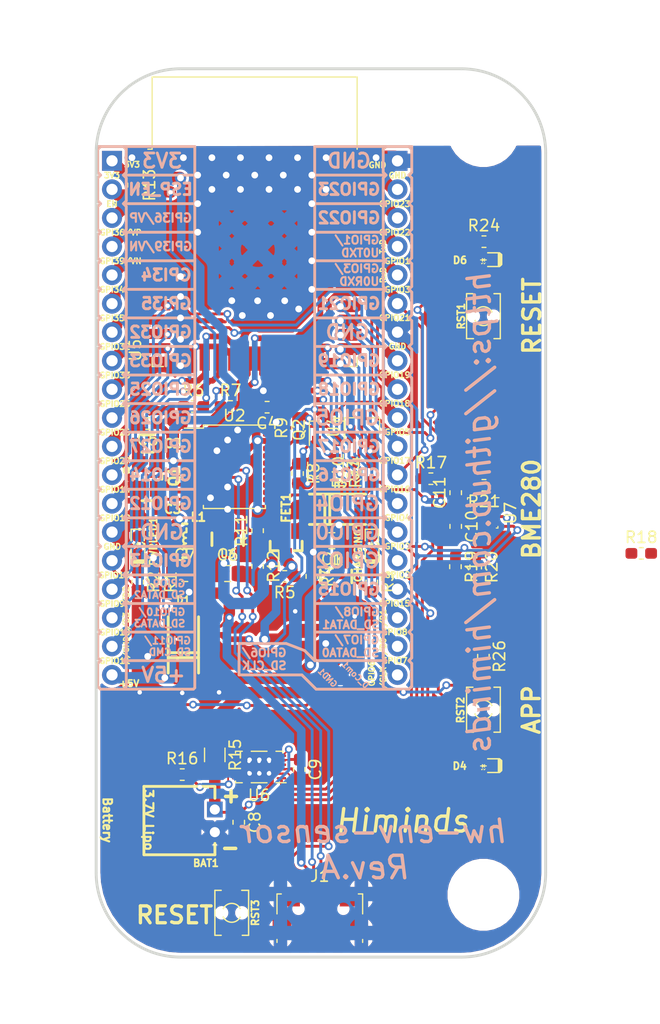
<source format=kicad_pcb>
(kicad_pcb (version 20171130) (host pcbnew 5.1.6)
  (title_block (title hm-env-sensor) (date 2019-09-28) (rev A1) (company HiMinds) (comment 1 https://www.himinds.com))
  (layers (0 F.Cu mixed) (31 B.Cu mixed) (34 B.Paste user) (35 F.Paste user) (36 B.SilkS user) (37 F.SilkS user) (38 B.Mask user) (39 F.Mask user hide) (44 Edge.Cuts user))
  (net 0 "")
  (net 1 +5V)
  (net 2 GND)
  (net 3 "Net-(C3-Pad1)")
  (net 4 +3V3)
  (net 5 /GPIO3/U0RXD)
  (net 6 /ESP_EN)
  (net 7 /GPIO9/SD_DATA2)
  (net 8 /GPIO8/SD_DATA1)
  (net 9 /GPIO6/SD_CLK)
  (net 10 /GPIO7/SD_DATA0)
  (net 11 /GPIO1/U0TXD)
  (net 12 /GPIO10/SD_DATA3)
  (net 13 /GPIO11/SD_CMD)
  (net 14 "Net-(Q2-Pad1)")
  (net 15 "Net-(CHARGING1-Pad1)")
  (net 16 /+5V_USB)
  (net 17 "Net-(PWRLED1-Pad1)")
  (net 18 /D_Com)
  (net 19 "Net-(C2-Pad1)")
  (net 20 "Net-(C6-Pad1)")
  (net 21 /GPIO13)
  (net 22 /GPIO12)
  (net 23 /GPIO27)
  (net 24 /GPIO14)
  (net 25 /GPIO26)
  (net 26 /GPIO25)
  (net 27 /GPIO32)
  (net 28 /GPIO33)
  (net 29 /GPI35)
  (net 30 /GPI34)
  (net 31 /GPI36/SENSOR_VP)
  (net 32 /GPI39/SENSOR_VN)
  (net 33 /GPIO22)
  (net 34 /GPIO23)
  (net 35 /GPIO21)
  (net 36 /GPIO19)
  (net 37 /GPIO18)
  (net 38 /GPIO5)
  (net 39 /GPIO16)
  (net 40 /GPIO17)
  (net 41 /GPIO4)
  (net 42 /GPIO0)
  (net 43 /GPIO15)
  (net 44 /GPIO2)
  (net 45 "Net-(L1-Pad1)")
  (net 46 "Net-(Q2-Pad2)")
  (net 47 "Net-(Q3-Pad1)")
  (net 48 "Net-(Q3-Pad2)")
  (net 49 "Net-(Q3-Pad3)")
  (net 50 "Net-(R3-Pad2)")
  (net 51 "Net-(R4-Pad1)")
  (net 52 "Net-(R6-Pad1)")
  (net 53 "Net-(R7-Pad1)")
  (net 54 "Net-(R11-Pad1)")
  (net 55 "Net-(FID3-PadFid1)")
  (net 56 "Net-(U2-Pad17)")
  (net 57 "Net-(U2-Pad14)")
  (net 58 "Net-(U2-Pad13)")
  (net 59 "Net-(U2-Pad12)")
  (net 60 "Net-(U2-Pad11)")
  (net 61 "Net-(U5-Pad32)")
  (net 62 /BATTERY_IN)
  (net 63 "Net-(C9-Pad1)")
  (net 64 "Net-(D4-Pad1)")
  (net 65 "Net-(D6-Pad1)")
  (net 66 V_BATT)
  (net 67 "Net-(R16-Pad2)")
  (net 68 "Net-(R21-Pad1)")
  (net 69 "Net-(U5-Pad5)")
  (net 70 "Net-(U5-Pad4)")
  (net 71 "Net-(U6-Pad9)")
  (net 72 "Net-(U6-Pad11)")
  (net 73 "Net-(U6-Pad4)")
  (net 74 "Net-(U2-Pad18)")
  (net 75 "Net-(U2-Pad2)")
  (net 76 "Net-(U2-Pad1)")
  (net 77 "Net-(J1-Pad4)")
  (net 78 "Net-(J1-Pad3)")
  (net 79 "Net-(J1-Pad2)")
  (net 80 "Net-(C9-Pad2)")
  (net 81 "Net-(R6-Pad2)")
  (net 82 "Net-(R7-Pad2)")
  (net 83 "Net-(R16-Pad1)")
  (net 84 "Net-(R21-Pad2)")
  (module Resistor_SMD:R_0603_1608Metric_Pad1.05x0.95mm_HandSolder (layer F.Cu) (at 163.8554 116.459 270)
    (fp_text reference R26 (at 0 -1.43 90) (layer F.SilkS))
    (fp_text value 10k)
    (pad 2 smd roundrect (at 0.875 0 270) (size 1.05 0.95) (layers F.Cu F.Paste F.Mask) (net 2 GND))
    (pad 1 smd roundrect (at -0.875 0 270) (size 1.05 0.95) (layers F.Cu F.Paste F.Mask) (net 21 /GPIO13))
  )
  (module Resistor_SMD:R_0603_1608Metric_Pad1.05x0.95mm_HandSolder (layer F.Cu) (at 163.9062 79.5782)
    (fp_text reference R24 (at 0 -1.43) (layer F.SilkS))
    (fp_text value 330)
    (pad 2 smd roundrect (at 0.875 0) (size 1.05 0.95) (layers F.Cu F.Paste F.Mask) (net 2 GND))
    (pad 1 smd roundrect (at -0.875 0) (size 1.05 0.95) (layers F.Cu F.Paste F.Mask) (net 65 "Net-(D6-Pad1)"))
  )
  (module Resistor_SMD:R_0603_1608Metric_Pad1.05x0.95mm_HandSolder (layer F.Cu) (at 163.9062 101.2444 180)
    (fp_text reference R21 (at 0 -1.43) (layer F.SilkS))
    (fp_text value 4.7k)
    (pad 2 smd roundrect (at 0.875 0 180) (size 1.05 0.95) (layers F.Cu F.Paste F.Mask) (net 84 "Net-(R21-Pad2)"))
    (pad 1 smd roundrect (at -0.875 0 180) (size 1.05 0.95) (layers F.Cu F.Paste F.Mask) (net 4 +3V3))
  )
  (module Resistor_SMD:R_0603_1608Metric_Pad1.05x0.95mm_HandSolder (layer F.Cu) (at 163.1696 108.5088 270)
    (fp_text reference R20 (at 0 -1.43 90) (layer F.SilkS))
    (fp_text value 4.7k)
    (pad 2 smd roundrect (at 0.875 0 270) (size 1.05 0.95) (layers F.Cu F.Paste F.Mask) (net 25 /GPIO26))
    (pad 1 smd roundrect (at -0.875 0 270) (size 1.05 0.95) (layers F.Cu F.Paste F.Mask) (net 4 +3V3))
  )
  (module Resistor_SMD:R_0603_1608Metric_Pad1.05x0.95mm_HandSolder (layer F.Cu) (at 161.3662 108.4834 270)
    (fp_text reference R19 (at 0 -1.43 90) (layer F.SilkS))
    (fp_text value 4.7k)
    (pad 2 smd roundrect (at 0.875 0 270) (size 1.05 0.95) (layers F.Cu F.Paste F.Mask) (net 23 /GPIO27))
    (pad 1 smd roundrect (at -0.875 0 270) (size 1.05 0.95) (layers F.Cu F.Paste F.Mask) (net 4 +3V3))
  )
  (module Resistor_SMD:R_0603_1608Metric_Pad1.05x0.95mm_HandSolder (layer F.Cu) (at 177.9 107.3)
    (fp_text reference R18 (at 0 -1.43) (layer F.SilkS))
    (fp_text value 330)
    (pad 2 smd roundrect (at 0.875 0) (size 1.05 0.95) (layers F.Cu F.Paste F.Mask) (net 2 GND))
    (pad 1 smd roundrect (at -0.875 0) (size 1.05 0.95) (layers F.Cu F.Paste F.Mask) (net 64 "Net-(D4-Pad1)"))
  )
  (module Resistor_SMD:R_0603_1608Metric_Pad1.05x0.95mm_HandSolder (layer F.Cu) (at 159.1818 100.6602)
    (fp_text reference R17 (at 0 -1.43) (layer F.SilkS))
    (fp_text value 4.7k)
    (pad 2 smd roundrect (at 0.875 0) (size 1.05 0.95) (layers F.Cu F.Paste F.Mask) (net 35 /GPIO21))
    (pad 1 smd roundrect (at -0.875 0) (size 1.05 0.95) (layers F.Cu F.Paste F.Mask) (net 4 +3V3))
  )
  (module Resistor_SMD:R_0603_1608Metric_Pad1.05x0.95mm_HandSolder (layer F.Cu) (at 137.0584 126.9746)
    (fp_text reference R16 (at 0 -1.43) (layer F.SilkS))
    (fp_text value 10k)
    (pad 2 smd roundrect (at 0.875 0) (size 1.05 0.95) (layers F.Cu F.Paste F.Mask) (net 2 GND))
    (pad 1 smd roundrect (at -0.875 0) (size 1.05 0.95) (layers F.Cu F.Paste F.Mask) (net 83 "Net-(R16-Pad1)"))
  )
  (module Resistor_SMD:R_1206_3216Metric_Pad1.42x1.75mm_HandSolder (layer F.Cu) (at 139.954 125.222 270)
    (fp_text reference R15 (at 0 -1.82 90) (layer F.SilkS))
    (fp_text value 0.01/1%)
    (pad 2 smd roundrect (at 1.4875 0 270) (size 1.425 1.75) (layers F.Cu F.Paste F.Mask) (roundrect_rratio 0.175439) (net 62 /BATTERY_IN))
    (pad 1 smd roundrect (at -1.4875 0 270) (size 1.425 1.75) (layers F.Cu F.Paste F.Mask) (roundrect_rratio 0.175439) (net 66 V_BATT))
  )
  (module Resistor_SMD:R_0603_1608Metric_Pad1.05x0.95mm_HandSolder (layer F.Cu) (at 153.924 100.076 90)
    (fp_text reference R14 (at 0 -1.43 90) (layer F.SilkS))
    (fp_text value NA)
    (pad 2 smd roundrect (at 0.875 0 90) (size 1.05 0.95) (layers F.Cu F.Paste F.Mask) (net 42 /GPIO0))
    (pad 1 smd roundrect (at -0.875 0 90) (size 1.05 0.95) (layers F.Cu F.Paste F.Mask) (net 4 +3V3))
  )
  (module Resistor_SMD:R_0603_1608Metric_Pad1.05x0.95mm_HandSolder (layer F.Cu) (at 132.715 74.549 270)
    (fp_text reference R13 (at 0 -1.43 90) (layer F.SilkS))
    (fp_text value 1k)
    (pad 2 smd roundrect (at 0.875 0 270) (size 1.05 0.95) (layers F.Cu F.Paste F.Mask) (net 6 /ESP_EN))
    (pad 1 smd roundrect (at -0.875 0 270) (size 1.05 0.95) (layers F.Cu F.Paste F.Mask) (net 4 +3V3))
  )
  (module Resistor_SMD:R_0603_1608Metric_Pad1.05x0.95mm_HandSolder (layer F.Cu) (at 143.764 108.458 270)
    (fp_text reference R12 (at 0 -1.43 90) (layer F.SilkS))
    (fp_text value 1.1k)
    (pad 2 smd roundrect (at 0.875 0 270) (size 1.05 0.95) (layers F.Cu F.Paste F.Mask) (net 2 GND))
    (pad 1 smd roundrect (at -0.875 0 270) (size 1.05 0.95) (layers F.Cu F.Paste F.Mask) (net 54 "Net-(R11-Pad1)"))
  )
  (module Resistor_SMD:R_0603_1608Metric_Pad1.05x0.95mm_HandSolder (layer F.Cu) (at 143.764 105.283 90)
    (fp_text reference R11 (at 0 -1.43 90) (layer F.SilkS))
    (fp_text value 4.99k/1%)
    (pad 2 smd roundrect (at 0.875 0 90) (size 1.05 0.95) (layers F.Cu F.Paste F.Mask) (net 4 +3V3))
    (pad 1 smd roundrect (at -0.875 0 90) (size 1.05 0.95) (layers F.Cu F.Paste F.Mask) (net 54 "Net-(R11-Pad1)"))
  )
  (module Resistor_SMD:R_0603_1608Metric_Pad1.05x0.95mm_HandSolder (layer F.Cu) (at 152.4 100.076 90)
    (fp_text reference R10 (at 0 -1.43 90) (layer F.SilkS))
    (fp_text value 220)
    (pad 2 smd roundrect (at 0.875 0 90) (size 1.05 0.95) (layers F.Cu F.Paste F.Mask) (net 49 "Net-(Q3-Pad3)"))
    (pad 1 smd roundrect (at -0.875 0 90) (size 1.05 0.95) (layers F.Cu F.Paste F.Mask) (net 18 /D_Com))
  )
  (module Resistor_SMD:R_0603_1608Metric_Pad1.05x0.95mm_HandSolder (layer F.Cu) (at 147.32 96.139 90)
    (fp_text reference R9 (at 0 -1.43 90) (layer F.SilkS))
    (fp_text value 1k)
    (pad 2 smd roundrect (at 0.875 0 90) (size 1.05 0.95) (layers F.Cu F.Paste F.Mask) (net 46 "Net-(Q2-Pad2)"))
    (pad 1 smd roundrect (at -0.875 0 90) (size 1.05 0.95) (layers F.Cu F.Paste F.Mask) (net 47 "Net-(Q3-Pad1)"))
  )
  (module Resistor_SMD:R_0603_1608Metric_Pad1.05x0.95mm_HandSolder (layer F.Cu) (at 147.32 100.203 270)
    (fp_text reference R8 (at 0 -1.43 90) (layer F.SilkS))
    (fp_text value 1k)
    (pad 2 smd roundrect (at 0.875 0 270) (size 1.05 0.95) (layers F.Cu F.Paste F.Mask) (net 48 "Net-(Q3-Pad2)"))
    (pad 1 smd roundrect (at -0.875 0 270) (size 1.05 0.95) (layers F.Cu F.Paste F.Mask) (net 14 "Net-(Q2-Pad1)"))
  )
  (module Resistor_SMD:R_0603_1608Metric_Pad1.05x0.95mm_HandSolder (layer F.Cu) (at 141.351 94.234)
    (fp_text reference R7 (at 0 -1.43) (layer F.SilkS))
    (fp_text value 220)
    (pad 2 smd roundrect (at 0.875 0) (size 1.05 0.95) (layers F.Cu F.Paste F.Mask) (net 82 "Net-(R7-Pad2)"))
    (pad 1 smd roundrect (at -0.875 0) (size 1.05 0.95) (layers F.Cu F.Paste F.Mask) (net 11 /GPIO1/U0TXD))
  )
  (module Resistor_SMD:R_0603_1608Metric_Pad1.05x0.95mm_HandSolder (layer F.Cu) (at 138.049 94.234)
    (fp_text reference R6 (at 0 -1.43) (layer F.SilkS))
    (fp_text value 220)
    (pad 2 smd roundrect (at 0.875 0) (size 1.05 0.95) (layers F.Cu F.Paste F.Mask) (net 81 "Net-(R6-Pad2)"))
    (pad 1 smd roundrect (at -0.875 0) (size 1.05 0.95) (layers F.Cu F.Paste F.Mask) (net 5 /GPIO3/U0RXD))
  )
  (module Resistor_SMD:R_0603_1608Metric_Pad1.05x0.95mm_HandSolder (layer F.Cu) (at 146.177 109.347 180)
    (fp_text reference R5 (at 0 -1.43) (layer F.SilkS))
    (fp_text value NA)
    (pad 2 smd roundrect (at 0.875 0 180) (size 1.05 0.95) (layers F.Cu F.Paste F.Mask) (net 20 "Net-(C6-Pad1)"))
    (pad 1 smd roundrect (at -0.875 0 180) (size 1.05 0.95) (layers F.Cu F.Paste F.Mask) (net 66 V_BATT))
  )
  (module Resistor_SMD:R_0603_1608Metric_Pad1.05x0.95mm_HandSolder (layer F.Cu) (at 148.59 109.347 270)
    (fp_text reference R4 (at 0 -1.43 90) (layer F.SilkS))
    (fp_text value 2.2k)
    (pad 2 smd roundrect (at 0.875 0 270) (size 1.05 0.95) (layers F.Cu F.Paste F.Mask) (net 2 GND))
    (pad 1 smd roundrect (at -0.875 0 270) (size 1.05 0.95) (layers F.Cu F.Paste F.Mask) (net 51 "Net-(R4-Pad1)"))
  )
  (module Resistor_SMD:R_0603_1608Metric_Pad1.05x0.95mm_HandSolder (layer F.Cu) (at 153.924 109.855 270)
    (fp_text reference R3 (at 0 -1.43 90) (layer F.SilkS))
    (fp_text value 2.2k)
    (pad 2 smd roundrect (at 0.875 0 270) (size 1.05 0.95) (layers F.Cu F.Paste F.Mask) (net 50 "Net-(R3-Pad2)"))
    (pad 1 smd roundrect (at -0.875 0 270) (size 1.05 0.95) (layers F.Cu F.Paste F.Mask) (net 15 "Net-(CHARGING1-Pad1)"))
  )
  (module Resistor_SMD:R_0603_1608Metric_Pad1.05x0.95mm_HandSolder (layer F.Cu) (at 133.096 109.855001 270)
    (fp_text reference R2 (at 0 -1.43 90) (layer F.SilkS))
    (fp_text value 10k)
    (pad 2 smd roundrect (at 0.875 0 270) (size 1.05 0.95) (layers F.Cu F.Paste F.Mask) (net 17 "Net-(PWRLED1-Pad1)"))
    (pad 1 smd roundrect (at -0.875 0 270) (size 1.05 0.95) (layers F.Cu F.Paste F.Mask) (net 2 GND))
  )
  (module Resistor_SMD:R_0603_1608Metric_Pad1.05x0.95mm_HandSolder (layer F.Cu) (at 134.62 109.855 270)
    (fp_text reference R1 (at 0 -1.43 90) (layer F.SilkS))
    (fp_text value 10k)
    (pad 2 smd roundrect (at 0.875 0 270) (size 1.05 0.95) (layers F.Cu F.Paste F.Mask) (net 1 +5V))
    (pad 1 smd roundrect (at -0.875 0 270) (size 1.05 0.95) (layers F.Cu F.Paste F.Mask) (net 2 GND))
  )
  (module Capacitor_SMD:C_0603_1608Metric_Pad1.05x0.95mm_HandSolder (layer F.Cu) (at 161.3916 101.9048 90)
    (fp_text reference C11 (at 0 -1.43 90) (layer F.SilkS))
    (fp_text value 100n/50V)
    (pad 2 smd roundrect (at 0.875 0 90) (size 1.05 0.95) (layers F.Cu F.Paste F.Mask) (net 2 GND))
    (pad 1 smd roundrect (at -0.875 0 90) (size 1.05 0.95) (layers F.Cu F.Paste F.Mask) (net 4 +3V3))
  )
  (module Capacitor_SMD:C_0603_1608Metric_Pad1.05x0.95mm_HandSolder (layer F.Cu) (at 161.3916 104.902 270)
    (fp_text reference C10 (at 0 -1.43 90) (layer F.SilkS))
    (fp_text value 100n/50V)
    (pad 2 smd roundrect (at 0.875 0 270) (size 1.05 0.95) (layers F.Cu F.Paste F.Mask) (net 2 GND))
    (pad 1 smd roundrect (at -0.875 0 270) (size 1.05 0.95) (layers F.Cu F.Paste F.Mask) (net 4 +3V3))
  )
  (module Capacitor_SMD:C_0603_1608Metric_Pad1.05x0.95mm_HandSolder (layer F.Cu) (at 147.4724 126.5174 270)
    (fp_text reference C9 (at 0 -1.43 90) (layer F.SilkS))
    (fp_text value 470n/50V)
    (pad 2 smd roundrect (at 0.875 0 270) (size 1.05 0.95) (layers F.Cu F.Paste F.Mask) (net 80 "Net-(C9-Pad2)"))
    (pad 1 smd roundrect (at -0.875 0 270) (size 1.05 0.95) (layers F.Cu F.Paste F.Mask) (net 2 GND))
  )
  (module Capacitor_SMD:C_0603_1608Metric_Pad1.05x0.95mm_HandSolder (layer F.Cu) (at 142.0876 131.2164 270)
    (fp_text reference C8 (at 0 -1.43 90) (layer F.SilkS))
    (fp_text value 1u/16V)
    (pad 2 smd roundrect (at 0.875 0 270) (size 1.05 0.95) (layers F.Cu F.Paste F.Mask) (net 2 GND))
    (pad 1 smd roundrect (at -0.875 0 270) (size 1.05 0.95) (layers F.Cu F.Paste F.Mask) (net 62 /BATTERY_IN))
  )
  (module Capacitor_SMD:C_0805_2012Metric_Pad1.15x1.40mm_HandSolder (layer F.Cu) (at 137.287 109.093)
    (fp_text reference C7 (at 0 -1.65) (layer F.SilkS))
    (fp_text value 47u/6.3V)
    (pad 2 smd roundrect (at 1.025 0) (size 1.15 1.4) (layers F.Cu F.Paste F.Mask) (roundrect_rratio 0.217391) (net 2 GND))
    (pad 1 smd roundrect (at -1.025 0) (size 1.15 1.4) (layers F.Cu F.Paste F.Mask) (roundrect_rratio 0.217391) (net 4 +3V3))
  )
  (module Capacitor_SMD:C_0805_2012Metric_Pad1.15x1.40mm_HandSolder (layer F.Cu) (at 141.097 109.093)
    (fp_text reference C6 (at 0 -1.65) (layer F.SilkS))
    (fp_text value 47u/6.3V)
    (pad 2 smd roundrect (at 1.025 0) (size 1.15 1.4) (layers F.Cu F.Paste F.Mask) (roundrect_rratio 0.217391) (net 2 GND))
    (pad 1 smd roundrect (at -1.025 0) (size 1.15 1.4) (layers F.Cu F.Paste F.Mask) (roundrect_rratio 0.217391) (net 20 "Net-(C6-Pad1)"))
  )
  (module Capacitor_SMD:C_0603_1608Metric_Pad1.05x0.95mm_HandSolder (layer F.Cu) (at 133.985 95.758 180)
    (fp_text reference C5 (at 0 -1.43) (layer F.SilkS))
    (fp_text value 100n/50V)
    (pad 2 smd roundrect (at 0.875 0 180) (size 1.05 0.95) (layers F.Cu F.Paste F.Mask) (net 2 GND))
    (pad 1 smd roundrect (at -0.875 0 180) (size 1.05 0.95) (layers F.Cu F.Paste F.Mask) (net 4 +3V3))
  )
  (module Capacitor_SMD:C_0603_1608Metric_Pad1.05x0.95mm_HandSolder (layer F.Cu) (at 144.611 94.3 180)
    (fp_text reference C4 (at 0 -1.43) (layer F.SilkS))
    (fp_text value 22u/6.3V)
    (pad 2 smd roundrect (at 0.875 0 180) (size 1.05 0.95) (layers F.Cu F.Paste F.Mask) (net 2 GND))
    (pad 1 smd roundrect (at -0.875 0 180) (size 1.05 0.95) (layers F.Cu F.Paste F.Mask) (net 4 +3V3))
  )
  (module Capacitor_SMD:C_0805_2012Metric_Pad1.15x1.40mm_HandSolder (layer F.Cu) (at 150.368 106.172 180)
    (fp_text reference C1 (at 0 -1.65) (layer F.SilkS))
    (fp_text value 47u/6.3V)
    (pad 2 smd roundrect (at 1.025 0 180) (size 1.15 1.4) (layers F.Cu F.Paste F.Mask) (roundrect_rratio 0.217391) (net 2 GND))
    (pad 1 smd roundrect (at -1.025 0 180) (size 1.15 1.4) (layers F.Cu F.Paste F.Mask) (roundrect_rratio 0.217391) (net 1 +5V))
  )
  (module Connector_USB:USB_Micro-B_Molex_47346-0001 (layer F.Cu) (at 149.3 139.3)
    (fp_text reference J1 (at 0 -3.3 180) (layer F.SilkS))
    (fp_text value USB_B_Micro)
    (pad 6 smd rect (at 1.55 1.2) (size 1 1.9) (layers F.Cu F.Paste F.Mask) (net 2 GND))
    (pad 6 smd rect (at -1.15 1.2) (size 1.8 1.9) (layers F.Cu F.Paste F.Mask) (net 2 GND))
    (pad 6 smd rect (at 3.375 1.2) (size 1.65 1.3) (layers F.Cu F.Paste F.Mask) (net 2 GND))
    (pad 6 smd rect (at -3.375 1.2) (size 1.65 1.3) (layers F.Cu F.Paste F.Mask) (net 2 GND))
    (pad 6 smd rect (at 2.4875 -1.375) (size 1.425 1.55) (layers F.Cu F.Paste F.Mask) (net 2 GND))
    (pad 6 smd rect (at -2.4875 -1.375) (size 1.425 1.55) (layers F.Cu F.Paste F.Mask) (net 2 GND))
    (pad 5 smd rect (at 1.3 -1.46) (size 0.45 1.38) (layers F.Cu F.Paste F.Mask) (net 2 GND))
    (pad 4 smd rect (at 0.65 -1.46) (size 0.45 1.38) (layers F.Cu F.Paste F.Mask) (net 77 "Net-(J1-Pad4)"))
    (pad 3 smd rect (at 0 -1.46) (size 0.45 1.38) (layers F.Cu F.Paste F.Mask) (net 78 "Net-(J1-Pad3)"))
    (pad 2 smd rect (at -0.65 -1.46) (size 0.45 1.38) (layers F.Cu F.Paste F.Mask) (net 79 "Net-(J1-Pad2)"))
    (pad 1 smd rect (at -1.3 -1.46) (size 0.45 1.38) (layers F.Cu F.Paste F.Mask) (net 16 /+5V_USB))
  )
  (module Package_TO_SOT_SMD:SOT-23 (layer F.Cu) (at 153.05 96 90)
    (fp_text reference U4 (at 0 -2.5 90) (layer F.SilkS))
    (fp_text value BAT54A)
    (pad 3 smd rect (at 1 0 90) (size 0.9 0.8) (layers F.Cu F.Paste F.Mask) (net 18 /D_Com))
    (pad 2 smd rect (at -1 0.95 90) (size 0.9 0.8) (layers F.Cu F.Paste F.Mask) (net 42 /GPIO0))
    (pad 1 smd rect (at -1 -0.95 90) (size 0.9 0.8) (layers F.Cu F.Paste F.Mask) (net 44 /GPIO2))
  )
  (module Package_TO_SOT_SMD:SOT-23 (layer F.Cu) (at 149.8 99.9 270)
    (fp_text reference Q3 (at 0 -2.5 90) (layer F.SilkS))
    (fp_text value BC817)
    (pad 3 smd rect (at 1 0 270) (size 0.9 0.8) (layers F.Cu F.Paste F.Mask) (net 49 "Net-(Q3-Pad3)"))
    (pad 2 smd rect (at -1 0.95 270) (size 0.9 0.8) (layers F.Cu F.Paste F.Mask) (net 48 "Net-(Q3-Pad2)"))
    (pad 1 smd rect (at -1 -0.95 270) (size 0.9 0.8) (layers F.Cu F.Paste F.Mask) (net 47 "Net-(Q3-Pad1)"))
  )
  (module Package_TO_SOT_SMD:SOT-23 (layer F.Cu) (at 149.95 96.3 90)
    (fp_text reference Q2 (at 0 -2.5 90) (layer F.SilkS))
    (fp_text value BC817)
    (pad 3 smd rect (at 1 0 90) (size 0.9 0.8) (layers F.Cu F.Paste F.Mask) (net 6 /ESP_EN))
    (pad 2 smd rect (at -1 0.95 90) (size 0.9 0.8) (layers F.Cu F.Paste F.Mask) (net 46 "Net-(Q2-Pad2)"))
    (pad 1 smd rect (at -1 -0.95 90) (size 0.9 0.8) (layers F.Cu F.Paste F.Mask) (net 14 "Net-(Q2-Pad1)"))
  )
  (module Package_SO:SSOP-20_5.3x7.2mm_P0.65mm (layer F.Cu) (at 141.7 99.6)
    (fp_text reference U2 (at 0 -4.55) (layer F.SilkS))
    (fp_text value CH340T)
    (pad 20 smd roundrect (at 3.5 -2.925) (size 1.9 0.5) (layers F.Cu F.Paste F.Mask) (net 2 GND))
    (pad 19 smd roundrect (at 3.5 -2.275) (size 1.9 0.5) (layers F.Cu F.Paste F.Mask) (net 4 +3V3))
    (pad 18 smd roundrect (at 3.5 -1.625) (size 1.9 0.5) (layers F.Cu F.Paste F.Mask) (net 74 "Net-(U2-Pad18)"))
    (pad 17 smd roundrect (at 3.5 -0.975) (size 1.9 0.5) (layers F.Cu F.Paste F.Mask) (net 56 "Net-(U2-Pad17)"))
    (pad 16 smd roundrect (at 3.5 -0.325) (size 1.9 0.5) (layers F.Cu F.Paste F.Mask) (net 46 "Net-(Q2-Pad2)"))
    (pad 15 smd roundrect (at 3.5 0.325) (size 1.9 0.5) (layers F.Cu F.Paste F.Mask) (net 48 "Net-(Q3-Pad2)"))
    (pad 14 smd roundrect (at 3.5 0.975) (size 1.9 0.5) (layers F.Cu F.Paste F.Mask) (net 57 "Net-(U2-Pad14)"))
    (pad 13 smd roundrect (at 3.5 1.625) (size 1.9 0.5) (layers F.Cu F.Paste F.Mask) (net 58 "Net-(U2-Pad13)"))
    (pad 12 smd roundrect (at 3.5 2.275) (size 1.9 0.5) (layers F.Cu F.Paste F.Mask) (net 59 "Net-(U2-Pad12)"))
    (pad 11 smd roundrect (at 3.5 2.925) (size 1.9 0.5) (layers F.Cu F.Paste F.Mask) (net 60 "Net-(U2-Pad11)"))
    (pad 10 smd roundrect (at -3.5 2.925) (size 1.9 0.5) (layers F.Cu F.Paste F.Mask) (net 3 "Net-(C3-Pad1)"))
    (pad 9 smd roundrect (at -3.5 2.275) (size 1.9 0.5) (layers F.Cu F.Paste F.Mask) (net 19 "Net-(C2-Pad1)"))
    (pad 8 smd roundrect (at -3.5 1.625) (size 1.9 0.5) (layers F.Cu F.Paste F.Mask) (net 2 GND))
    (pad 7 smd roundrect (at -3.5 0.975) (size 1.9 0.5) (layers F.Cu F.Paste F.Mask) (net 79 "Net-(J1-Pad2)"))
    (pad 6 smd roundrect (at -3.5 0.325) (size 1.9 0.5) (layers F.Cu F.Paste F.Mask) (net 78 "Net-(J1-Pad3)"))
    (pad 5 smd roundrect (at -3.5 -0.325) (size 1.9 0.5) (layers F.Cu F.Paste F.Mask) (net 4 +3V3))
    (pad 4 smd roundrect (at -3.5 -0.975) (size 1.9 0.5) (layers F.Cu F.Paste F.Mask) (net 82 "Net-(R7-Pad2)"))
    (pad 3 smd roundrect (at -3.5 -1.625) (size 1.9 0.5) (layers F.Cu F.Paste F.Mask) (net 81 "Net-(R6-Pad2)"))
    (pad 2 smd roundrect (at -3.5 -2.275) (size 1.9 0.5) (layers F.Cu F.Paste F.Mask) (net 75 "Net-(U2-Pad2)"))
    (pad 1 smd roundrect (at -3.5 -2.925) (size 1.9 0.5) (layers F.Cu F.Paste F.Mask) (net 76 "Net-(U2-Pad1)"))
  )
  (module Package_LGA:Bosch_LGA-8_2.5x2.5mm_P0.65mm_ClockwisePinNumbering (layer F.Cu) (at 163.8 103.7 270)
    (fp_text reference U7 (at 0.015 -2.465 90) (layer F.SilkS))
    (fp_text value BME280)
    (pad 5 smd rect (at 0.975 1.025) (size 0.5 0.35) (layers F.Cu F.Paste F.Mask) (net 2 GND))
    (pad 6 smd rect (at 0.325 1.025) (size 0.5 0.35) (layers F.Cu F.Paste F.Mask) (net 4 +3V3))
    (pad 7 smd rect (at -0.325 1.025) (size 0.5 0.35) (layers F.Cu F.Paste F.Mask) (net 2 GND))
    (pad 8 smd rect (at -0.975 1.025) (size 0.5 0.35) (layers F.Cu F.Paste F.Mask) (net 4 +3V3))
    (pad 1 smd rect (at -0.975 -1.025) (size 0.5 0.35) (layers F.Cu F.Paste F.Mask) (net 2 GND))
    (pad 2 smd rect (at -0.325 -1.025) (size 0.5 0.35) (layers F.Cu F.Paste F.Mask) (net 84 "Net-(R21-Pad2)"))
    (pad 3 smd rect (at 0.325 -1.025) (size 0.5 0.35) (layers F.Cu F.Paste F.Mask) (net 23 /GPIO27))
    (pad 4 smd rect (at 0.975 -1.025) (size 0.5 0.35) (layers F.Cu F.Paste F.Mask) (net 25 /GPIO26))
  )
  (module Package_SON:Texas_S-PDSO-N12 (layer F.Cu) (at 143.9 126.3 180)
    (fp_text reference U6 (at -0.000701 -2.517393) (layer F.SilkS))
    (fp_text value BQ27441-G1)
    (pad 13 smd rect (at -1.1 1.365 90) (size 0.575 0.4) (layers F.Cu F.Paste F.Mask) (net 2 GND))
    (pad 13 smd rect (at -1.1 -1.365 90) (size 0.575 0.4) (layers F.Cu F.Paste F.Mask) (net 2 GND))
    (pad 13 smd rect (at 1.1 -1.365 90) (size 0.575 0.4) (layers F.Cu F.Paste F.Mask) (net 2 GND))
    (pad 13 smd rect (at 1.1 1.365 90) (size 0.575 0.4) (layers F.Cu F.Paste F.Mask) (net 2 GND))
    (pad 13 smd rect (at 0.65 0.4875 270) (size 0.975 1.3) (layers F.Cu F.Paste) (net 2 GND))
    (pad 13 smd rect (at -0.65 0.4875 270) (size 0.975 1.3) (layers F.Cu F.Paste) (net 2 GND))
    (pad 13 smd rect (at -0.65 -0.4875 270) (size 0.975 1.3) (layers F.Cu F.Paste) (net 2 GND))
    (pad 13 smd rect (at 0.65 -0.4875 270) (size 0.975 1.3) (layers F.Cu F.Paste) (net 2 GND))
    (pad 13 smd rect (at 0 0 90) (size 1.95 2.6) (layers B.Cu F.Mask) (net 2 GND))
    (pad 13 thru_hole circle (at 0 0.5 180) (size 0.6 0.6) (drill 0.3) (layers *.Cu) (net 2 GND))
    (pad 13 thru_hole circle (at 0 -0.5 180) (size 0.6 0.6) (drill 0.3) (layers *.Cu) (net 2 GND))
    (pad 13 thru_hole circle (at -0.9 -0.5 180) (size 0.6 0.6) (drill 0.3) (layers *.Cu) (net 2 GND))
    (pad 13 thru_hole circle (at 0.9 -0.5 180) (size 0.6 0.6) (drill 0.3) (layers *.Cu) (net 2 GND))
    (pad 13 thru_hole circle (at 0.9 0.5 180) (size 0.6 0.6) (drill 0.3) (layers *.Cu) (net 2 GND))
    (pad 13 thru_hole circle (at -0.9 0.5 180) (size 0.6 0.6) (drill 0.3) (layers *.Cu) (net 2 GND))
    (pad 7 smd rect (at 2.3 1 180) (size 0.2 0.2) (layers F.Cu F.Paste F.Mask) (net 66 V_BATT))
    (pad 8 smd rect (at 2.3 0.6 180) (size 0.2 0.2) (layers F.Cu F.Paste F.Mask) (net 62 /BATTERY_IN))
    (pad 9 smd rect (at 2.3 0.2 180) (size 0.2 0.2) (layers F.Cu F.Paste F.Mask) (net 71 "Net-(U6-Pad9)"))
    (pad 10 smd rect (at 2.3 -0.2 180) (size 0.2 0.2) (layers F.Cu F.Paste F.Mask) (net 83 "Net-(R16-Pad1)"))
    (pad 11 smd rect (at 2.3 -0.6 180) (size 0.2 0.2) (layers F.Cu F.Paste F.Mask) (net 72 "Net-(U6-Pad11)"))
    (pad 12 smd rect (at 2.3 -1 180) (size 0.2 0.2) (layers F.Cu F.Paste F.Mask) (net 35 /GPIO21))
    (pad 1 smd rect (at -2.3 -1 180) (size 0.2 0.2) (layers F.Cu F.Paste F.Mask) (net 23 /GPIO27))
    (pad 2 smd rect (at -2.3 -0.6 180) (size 0.2 0.2) (layers F.Cu F.Paste F.Mask) (net 25 /GPIO26))
    (pad 6 smd rect (at -2.3 1 180) (size 0.2 0.2) (layers F.Cu F.Paste F.Mask) (net 62 /BATTERY_IN))
    (pad 5 smd rect (at -2.3 0.6 180) (size 0.2 0.2) (layers F.Cu F.Paste F.Mask) (net 80 "Net-(C9-Pad2)"))
    (pad 4 smd rect (at -2.3 0.2 180) (size 0.2 0.2) (layers F.Cu F.Paste F.Mask) (net 73 "Net-(U6-Pad4)"))
    (pad 7 smd oval (at 1.975 1 180) (size 0.85 0.2) (layers F.Cu F.Paste F.Mask) (net 66 V_BATT))
    (pad 8 smd oval (at 1.975 0.6 180) (size 0.85 0.2) (layers F.Cu F.Paste F.Mask) (net 62 /BATTERY_IN))
    (pad 9 smd oval (at 1.975 0.2 180) (size 0.85 0.2) (layers F.Cu F.Paste F.Mask) (net 71 "Net-(U6-Pad9)"))
    (pad 10 smd oval (at 1.975 -0.2 180) (size 0.85 0.2) (layers F.Cu F.Paste F.Mask) (net 83 "Net-(R16-Pad1)"))
    (pad 11 smd oval (at 1.975 -0.6 180) (size 0.85 0.2) (layers F.Cu F.Paste F.Mask) (net 72 "Net-(U6-Pad11)"))
    (pad 12 smd oval (at 1.975 -1 180) (size 0.85 0.2) (layers F.Cu F.Paste F.Mask) (net 35 /GPIO21))
    (pad 6 smd oval (at -1.975 1 180) (size 0.85 0.2) (layers F.Cu F.Paste F.Mask) (net 62 /BATTERY_IN))
    (pad 5 smd oval (at -1.975 0.6 180) (size 0.85 0.2) (layers F.Cu F.Paste F.Mask) (net 80 "Net-(C9-Pad2)"))
    (pad 4 smd oval (at -1.975 0.2 180) (size 0.85 0.2) (layers F.Cu F.Paste F.Mask) (net 73 "Net-(U6-Pad4)"))
    (pad 1 smd oval (at -1.975 -1 180) (size 0.85 0.2) (layers F.Cu F.Paste F.Mask) (net 23 /GPIO27))
    (pad 2 smd oval (at -1.975 -0.6 180) (size 0.85 0.2) (layers F.Cu F.Paste F.Mask) (net 25 /GPIO26))
    (pad 3 smd oval (at -1.975 -0.2 180) (size 0.85 0.2) (layers F.Cu F.Paste F.Mask) (net 2 GND))
    (pad 3 smd rect (at -2.3 -0.2 180) (size 0.2 0.2) (layers F.Cu F.Paste F.Mask) (net 2 GND))
    (pad 13 smd rect (at -1.1 -1.3125 90) (size 0.675 0.4) (layers F.Cu F.Mask) (net 2 GND))
    (pad 13 smd rect (at 1.1 -1.3125 90) (size 0.675 0.4) (layers F.Cu F.Mask) (net 2 GND))
    (pad 13 smd rect (at 1.1 1.3125 90) (size 0.675 0.4) (layers F.Cu F.Mask) (net 2 GND))
    (pad 13 smd rect (at -1.1 1.3125 90) (size 0.675 0.4) (layers F.Cu F.Mask) (net 2 GND))
    (pad 13 smd rect (at 0 0 90) (size 1.95 2.6) (layers F.Cu F.Mask) (net 2 GND))
  )
  (module RF_Module:ESP32-WROOM-32 (layer F.Cu) (at 143.5 80.8)
    (fp_text reference U5 (at -10.61 8.43 90) (layer F.SilkS))
    (fp_text value ESP32-WROOM-32)
    (pad 38 smd rect (at 8.5 -8.255) (size 2 0.9) (layers F.Cu F.Paste F.Mask) (net 2 GND))
    (pad 37 smd rect (at 8.5 -6.985) (size 2 0.9) (layers F.Cu F.Paste F.Mask) (net 34 /GPIO23))
    (pad 36 smd rect (at 8.5 -5.715) (size 2 0.9) (layers F.Cu F.Paste F.Mask) (net 33 /GPIO22))
    (pad 35 smd rect (at 8.5 -4.445) (size 2 0.9) (layers F.Cu F.Paste F.Mask) (net 11 /GPIO1/U0TXD))
    (pad 34 smd rect (at 8.5 -3.175) (size 2 0.9) (layers F.Cu F.Paste F.Mask) (net 5 /GPIO3/U0RXD))
    (pad 33 smd rect (at 8.5 -1.905) (size 2 0.9) (layers F.Cu F.Paste F.Mask) (net 35 /GPIO21))
    (pad 32 smd rect (at 8.5 -0.635) (size 2 0.9) (layers F.Cu F.Paste F.Mask) (net 61 "Net-(U5-Pad32)"))
    (pad 31 smd rect (at 8.5 0.635) (size 2 0.9) (layers F.Cu F.Paste F.Mask) (net 36 /GPIO19))
    (pad 30 smd rect (at 8.5 1.905) (size 2 0.9) (layers F.Cu F.Paste F.Mask) (net 37 /GPIO18))
    (pad 29 smd rect (at 8.5 3.175) (size 2 0.9) (layers F.Cu F.Paste F.Mask) (net 38 /GPIO5))
    (pad 28 smd rect (at 8.5 4.445) (size 2 0.9) (layers F.Cu F.Paste F.Mask) (net 40 /GPIO17))
    (pad 27 smd rect (at 8.5 5.715) (size 2 0.9) (layers F.Cu F.Paste F.Mask) (net 39 /GPIO16))
    (pad 26 smd rect (at 8.5 6.985) (size 2 0.9) (layers F.Cu F.Paste F.Mask) (net 41 /GPIO4))
    (pad 25 smd rect (at 8.5 8.255) (size 2 0.9) (layers F.Cu F.Paste F.Mask) (net 42 /GPIO0))
    (pad 24 smd rect (at 5.715 9.255 90) (size 2 0.9) (layers F.Cu F.Paste F.Mask) (net 44 /GPIO2))
    (pad 23 smd rect (at 4.445 9.255 90) (size 2 0.9) (layers F.Cu F.Paste F.Mask) (net 43 /GPIO15))
    (pad 22 smd rect (at 3.175 9.255 90) (size 2 0.9) (layers F.Cu F.Paste F.Mask) (net 8 /GPIO8/SD_DATA1))
    (pad 21 smd rect (at 1.905 9.255 90) (size 2 0.9) (layers F.Cu F.Paste F.Mask) (net 10 /GPIO7/SD_DATA0))
    (pad 20 smd rect (at 0.635 9.255 90) (size 2 0.9) (layers F.Cu F.Paste F.Mask) (net 9 /GPIO6/SD_CLK))
    (pad 19 smd rect (at -0.635 9.255 90) (size 2 0.9) (layers F.Cu F.Paste F.Mask) (net 13 /GPIO11/SD_CMD))
    (pad 18 smd rect (at -1.905 9.255 90) (size 2 0.9) (layers F.Cu F.Paste F.Mask) (net 12 /GPIO10/SD_DATA3))
    (pad 17 smd rect (at -3.175 9.255 90) (size 2 0.9) (layers F.Cu F.Paste F.Mask) (net 7 /GPIO9/SD_DATA2))
    (pad 16 smd rect (at -4.445 9.255 90) (size 2 0.9) (layers F.Cu F.Paste F.Mask) (net 21 /GPIO13))
    (pad 15 smd rect (at -5.715 9.255 90) (size 2 0.9) (layers F.Cu F.Paste F.Mask) (net 2 GND))
    (pad 14 smd rect (at -8.5 8.255) (size 2 0.9) (layers F.Cu F.Paste F.Mask) (net 22 /GPIO12))
    (pad 13 smd rect (at -8.5 6.985) (size 2 0.9) (layers F.Cu F.Paste F.Mask) (net 24 /GPIO14))
    (pad 12 smd rect (at -8.5 5.715) (size 2 0.9) (layers F.Cu F.Paste F.Mask) (net 23 /GPIO27))
    (pad 11 smd rect (at -8.5 4.445) (size 2 0.9) (layers F.Cu F.Paste F.Mask) (net 25 /GPIO26))
    (pad 10 smd rect (at -8.5 3.175) (size 2 0.9) (layers F.Cu F.Paste F.Mask) (net 26 /GPIO25))
    (pad 9 smd rect (at -8.5 1.905) (size 2 0.9) (layers F.Cu F.Paste F.Mask) (net 28 /GPIO33))
    (pad 8 smd rect (at -8.5 0.635) (size 2 0.9) (layers F.Cu F.Paste F.Mask) (net 27 /GPIO32))
    (pad 7 smd rect (at -8.5 -0.635) (size 2 0.9) (layers F.Cu F.Paste F.Mask) (net 29 /GPI35))
    (pad 6 smd rect (at -8.5 -1.905) (size 2 0.9) (layers F.Cu F.Paste F.Mask) (net 30 /GPI34))
    (pad 5 smd rect (at -8.5 -3.175) (size 2 0.9) (layers F.Cu F.Paste F.Mask) (net 69 "Net-(U5-Pad5)"))
    (pad 4 smd rect (at -8.5 -4.445) (size 2 0.9) (layers F.Cu F.Paste F.Mask) (net 70 "Net-(U5-Pad4)"))
    (pad 3 smd rect (at -8.5 -5.715) (size 2 0.9) (layers F.Cu F.Paste F.Mask) (net 6 /ESP_EN))
    (pad 2 smd rect (at -8.5 -6.985) (size 2 0.9) (layers F.Cu F.Paste F.Mask) (net 4 +3V3))
    (pad 1 smd rect (at -8.5 -8.255) (size 2 0.9) (layers F.Cu F.Paste F.Mask) (net 2 GND))
    (pad 39 smd rect (at -1 -0.755) (size 5 5) (layers F.Cu F.Paste F.Mask) (net 2 GND))
  )
  (module OLIMEX_Buttons-FP:IT1185AU2_V2 (layer F.Cu) (at 163.858 86.2042 90)
    (fp_text reference RST1 (at -0.0034 -1.9838 270) (layer F.SilkS) (effects (font (size 0.635 0.635) (thickness 0.15875))))
    (fp_text value IT-1185AU2-160G-G-TR)
    (pad "" np_thru_hole circle (at 0 0.9 90) (size 0.7 0.7) (drill 0.7) (layers *.Cu *.Mask))
    (pad "" np_thru_hole circle (at 0 -0.9 90) (size 0.7 0.7) (drill 0.7) (layers *.Cu *.Mask))
    (pad 2 smd rect (at 2.177 0 90) (size 1.3 1.7) (layers F.Cu F.Mask) (net 2 GND))
    (pad 1 smd rect (at -2.177 0 90) (size 1.3 1.7) (layers F.Cu F.Mask) (net 6 /ESP_EN))
  )
  (module OLIMEX_Buttons-FP:IT1185AU2_V2 (layer F.Cu) (at 141.4636 139.2682 270)
    (fp_text reference RST3 (at 0 -2.0972 270) (layer F.SilkS) (effects (font (size 0.635 0.635) (thickness 0.15875))))
    (fp_text value IT-1185AU2-160G-G-TR)
    (pad "" np_thru_hole circle (at 0 0.9 270) (size 0.7 0.7) (drill 0.7) (layers *.Cu *.Mask))
    (pad "" np_thru_hole circle (at 0 -0.9 270) (size 0.7 0.7) (drill 0.7) (layers *.Cu *.Mask))
    (pad 2 smd rect (at 2.177 0 270) (size 1.3 1.7) (layers F.Cu F.Mask) (net 2 GND))
    (pad 1 smd rect (at -2.177 0 270) (size 1.3 1.7) (layers F.Cu F.Mask) (net 6 /ESP_EN))
  )
  (module OLIMEX_Buttons-FP:IT1185AU2_V2 (layer F.Cu) (at 163.858 121.2042 90)
    (fp_text reference RST2 (at -0.03 -2.0346 270) (layer F.SilkS) (effects (font (size 0.635 0.635) (thickness 0.15875))))
    (fp_text value IT-1185AU2-160G-G-TR)
    (pad "" np_thru_hole circle (at 0 0.9 90) (size 0.7 0.7) (drill 0.7) (layers *.Cu *.Mask))
    (pad "" np_thru_hole circle (at 0 -0.9 90) (size 0.7 0.7) (drill 0.7) (layers *.Cu *.Mask))
    (pad 2 smd rect (at 2.177 0 90) (size 1.3 1.7) (layers F.Cu F.Mask) (net 21 /GPIO13))
    (pad 1 smd rect (at -2.177 0 90) (size 1.3 1.7) (layers F.Cu F.Mask) (net 4 +3V3))
  )
  (module OLIMEX_Other-FP:TESTPAD_40-ROUND (layer B.Cu) (at 151.13 118.11)
    (fp_text reference GND1 (at -1.143 0.254 -45 unlocked) (layer B.SilkS) (effects (font (size 0.508 0.508) (thickness 0.127)) (justify mirror)))
    (fp_text value TESTPAD hide)
    (pad 1 smd circle (at 0 0) (size 1 1) (layers B.Cu B.Mask) (net 2 GND))
  )
  (module OLIMEX_Other-FP:TESTPAD_40-ROUND (layer B.Cu) (at 153.67 118.11)
    (fp_text reference D_Com1 (at -1.2065 0 315 unlocked) (layer B.SilkS) (effects (font (size 0.508 0.508) (thickness 0.127)) (justify mirror)))
    (fp_text value TESTPAD hide)
    (pad 1 smd circle (at 0 0) (size 1 1) (layers B.Cu B.Mask) (net 18 /D_Com))
  )
  (module "OLIMEX_Crystal-FP:TSX-3.2x2.5mm_GND(3)" (layer F.Cu) (at 133.985 100.457 270)
    (fp_text reference Q1 (at 0 -2.3495 270) (layer F.SilkS) (effects (font (size 0.889 0.889) (thickness 0.22225))))
    (fp_text value Q12MHz/20pF/10ppm/4P/3.2x2.5mm)
    (fp_text user o (at -0.635 1.905) (layer F.SilkS) (effects (font (size 0.8 0.8) (thickness 0.2))))
    (pad 3 smd rect (at -1.1 -0.8 270) (size 1.4 1.2) (layers F.Cu F.Paste F.Mask) (net 2 GND))
    (pad 3 smd rect (at 1.1 0.8 270) (size 1.4 1.2) (layers F.Cu F.Paste F.Mask) (net 2 GND))
    (pad 2 smd rect (at 1.1 -0.8 270) (size 1.4 1.2) (layers F.Cu F.Paste F.Mask) (net 3 "Net-(C3-Pad1)"))
    (pad 1 smd rect (at -1.1 0.8 270) (size 1.4 1.2) (layers F.Cu F.Paste F.Mask) (net 19 "Net-(C2-Pad1)"))
  )
  (module OLIMEX_Connectors-FP:LIPO_BAT-CON2DW02R (layer F.Cu) (at 136.8044 131.0894 270)
    (fp_text reference BAT1 (at 3.7592 -2.3622) (layer F.SilkS) (effects (font (size 0.635 0.635) (thickness 0.15875))))
    (fp_text value DW02S)
    (pad 1 thru_hole rect (at -1.00838 -3.15214 270) (size 1.4 1.4) (drill 0.9) (layers *.Cu *.Mask) (net 62 /BATTERY_IN))
    (pad 2 thru_hole circle (at 1.0033 -3.15468 270) (size 1.4 1.4) (drill 0.9) (layers *.Cu *.Mask) (net 2 GND))
  )
  (module OLIMEX_RLC-FP:C_0603_5MIL_DWS (layer F.Cu) (at 133.985 97.536)
    (fp_text reference C2 (at 2.2225 0) (layer F.SilkS) (effects (font (size 0.762 0.762) (thickness 0.1905))))
    (fp_text value 27pF/50V/5%/C0G/C0603)
    (pad 2 smd rect (at 0.889 0) (size 1.016 1.016) (layers F.Cu F.Paste F.Mask) (net 2 GND) (clearance 0.0508))
    (pad 1 smd rect (at -0.889 0) (size 1.016 1.016) (layers F.Cu F.Paste F.Mask) (net 19 "Net-(C2-Pad1)") (clearance 0.0508))
  )
  (module OLIMEX_RLC-FP:C_0603_5MIL_DWS (layer F.Cu) (at 133.985 103.378 180)
    (fp_text reference C3 (at -2.2225 0 180) (layer F.SilkS) (effects (font (size 0.762 0.762) (thickness 0.1905))))
    (fp_text value 27pF/50V/5%/C0G/C0603)
    (pad 2 smd rect (at 0.889 0 180) (size 1.016 1.016) (layers F.Cu F.Paste F.Mask) (net 2 GND) (clearance 0.0508))
    (pad 1 smd rect (at -0.889 0 180) (size 1.016 1.016) (layers F.Cu F.Paste F.Mask) (net 3 "Net-(C3-Pad1)") (clearance 0.0508))
  )
  (module OLIMEX_LEDs-FP:LED_0603_KA (layer F.Cu) (at 153.924 106.553 90)
    (fp_text reference CHARGING1 (at -0.635 -1.2065 90) (layer F.SilkS) (effects (font (size 0.635 0.635) (thickness 0.15875))))
    (fp_text value LED/YELLOW/0603)
    (pad 1 smd rect (at -0.762 0 270) (size 0.8 0.8) (layers F.Cu F.Paste F.Mask) (net 15 "Net-(CHARGING1-Pad1)"))
    (pad 2 smd rect (at 0.762 0 270) (size 0.8 0.8) (layers F.Cu F.Paste F.Mask) (net 1 +5V))
  )
  (module OLIMEX_Diodes-FP:SMA-KA (layer F.Cu) (at 137.16 115.443 90)
    (fp_text reference D1 (at 4.0005 0 180) (layer F.SilkS) (effects (font (size 0.635 0.635) (thickness 0.15875))))
    (fp_text value 1N5822/SS34/SMA)
    (pad 1 smd rect (at -2.5 0 90) (size 2 1.7) (layers F.Cu F.Paste F.Mask) (net 1 +5V))
    (pad 2 smd rect (at 2.5 0 90) (size 2 1.7) (layers F.Cu F.Paste F.Mask) (net 16 /+5V_USB))
  )
  (module OLIMEX_Diodes-FP:SMA-KA (layer F.Cu) (at 150.876 103.378)
    (fp_text reference D2 (at 0.254 -2.032 180) (layer F.SilkS) (effects (font (size 0.635 0.635) (thickness 0.15875))))
    (fp_text value 1N5822/SS34/SMA)
    (pad 1 smd rect (at -2.5 0) (size 2 1.7) (layers F.Cu F.Paste F.Mask) (net 20 "Net-(C6-Pad1)"))
    (pad 2 smd rect (at 2.5 0) (size 2 1.7) (layers F.Cu F.Paste F.Mask) (net 1 +5V))
  )
  (module OLIMEX_Connectors-FP:HN1x19 (layer B.Cu) (at 130.81 93.98 270)
    (fp_text reference EXT1 hide)
    (fp_text value HN1x19)
    (pad 4 thru_hole circle (at -13.97 0 270) (size 1.778 1.778) (drill 1) (layers *.Cu *.Mask) (net 32 /GPI39/SENSOR_VN))
    (pad 3 thru_hole circle (at -16.51 0 270) (size 1.778 1.778) (drill 1) (layers *.Cu *.Mask) (net 31 /GPI36/SENSOR_VP))
    (pad 2 thru_hole circle (at -19.05 0 270) (size 1.778 1.778) (drill 1) (layers *.Cu *.Mask) (net 6 /ESP_EN))
    (pad 1 thru_hole rect (at -21.59 0 270) (size 1.778 1.778) (drill 1) (layers *.Cu *.Mask) (net 4 +3V3))
    (pad 5 thru_hole circle (at -11.43 0 270) (size 1.778 1.778) (drill 1) (layers *.Cu *.Mask) (net 30 /GPI34))
    (pad 6 thru_hole circle (at -8.89 0 270) (size 1.778 1.778) (drill 1) (layers *.Cu *.Mask) (net 29 /GPI35))
    (pad 8 thru_hole circle (at -3.81 0 270) (size 1.778 1.778) (drill 1) (layers *.Cu *.Mask) (net 28 /GPIO33))
    (pad 7 thru_hole circle (at -6.35 0 270) (size 1.778 1.778) (drill 1) (layers *.Cu *.Mask) (net 27 /GPIO32))
    (pad 9 thru_hole circle (at -1.27 0 270) (size 1.778 1.778) (drill 1) (layers *.Cu *.Mask) (net 26 /GPIO25))
    (pad 10 thru_hole circle (at 1.27 0 270) (size 1.778 1.778) (drill 1) (layers *.Cu *.Mask) (net 25 /GPIO26))
    (pad 12 thru_hole circle (at 6.35 0 270) (size 1.778 1.778) (drill 1) (layers *.Cu *.Mask) (net 24 /GPIO14))
    (pad 11 thru_hole circle (at 3.81 0 270) (size 1.778 1.778) (drill 1) (layers *.Cu *.Mask) (net 23 /GPIO27))
    (pad 13 thru_hole circle (at 8.89 0 270) (size 1.778 1.778) (drill 1) (layers *.Cu *.Mask) (net 22 /GPIO12))
    (pad 14 thru_hole circle (at 11.43 0 270) (size 1.778 1.778) (drill 1) (layers *.Cu *.Mask) (net 2 GND))
    (pad 16 thru_hole circle (at 16.51 0 270) (size 1.778 1.778) (drill 1) (layers *.Cu *.Mask) (net 7 /GPIO9/SD_DATA2))
    (pad 15 thru_hole circle (at 13.97 0 270) (size 1.778 1.778) (drill 1) (layers *.Cu *.Mask) (net 21 /GPIO13))
    (pad 19 thru_hole circle (at 24.13 0 270) (size 1.778 1.778) (drill 1) (layers *.Cu *.Mask) (net 1 +5V))
    (pad 18 thru_hole circle (at 21.59 0 270) (size 1.778 1.778) (drill 1) (layers *.Cu *.Mask) (net 13 /GPIO11/SD_CMD))
    (pad 17 thru_hole circle (at 19.05 0 270) (size 1.778 1.778) (drill 1) (layers *.Cu *.Mask) (net 12 /GPIO10/SD_DATA3))
  )
  (module OLIMEX_Connectors-FP:HN1x19 (layer B.Cu) (at 156.21 93.98 270)
    (fp_text reference EXT2 hide)
    (fp_text value HN1x19)
    (pad 4 thru_hole circle (at -13.97 0 270) (size 1.778 1.778) (drill 1) (layers *.Cu *.Mask) (net 11 /GPIO1/U0TXD))
    (pad 3 thru_hole circle (at -16.51 0 270) (size 1.778 1.778) (drill 1) (layers *.Cu *.Mask) (net 33 /GPIO22))
    (pad 2 thru_hole circle (at -19.05 0 270) (size 1.778 1.778) (drill 1) (layers *.Cu *.Mask) (net 34 /GPIO23))
    (pad 1 thru_hole rect (at -21.59 0 270) (size 1.778 1.778) (drill 1) (layers *.Cu *.Mask) (net 2 GND))
    (pad 5 thru_hole circle (at -11.43 0 270) (size 1.778 1.778) (drill 1) (layers *.Cu *.Mask) (net 5 /GPIO3/U0RXD))
    (pad 6 thru_hole circle (at -8.89 0 270) (size 1.778 1.778) (drill 1) (layers *.Cu *.Mask) (net 35 /GPIO21))
    (pad 8 thru_hole circle (at -3.81 0 270) (size 1.778 1.778) (drill 1) (layers *.Cu *.Mask) (net 36 /GPIO19))
    (pad 7 thru_hole circle (at -6.35 0 270) (size 1.778 1.778) (drill 1) (layers *.Cu *.Mask) (net 2 GND))
    (pad 9 thru_hole circle (at -1.27 0 270) (size 1.778 1.778) (drill 1) (layers *.Cu *.Mask) (net 37 /GPIO18))
    (pad 10 thru_hole circle (at 1.27 0 270) (size 1.778 1.778) (drill 1) (layers *.Cu *.Mask) (net 38 /GPIO5))
    (pad 12 thru_hole circle (at 6.35 0 270) (size 1.778 1.778) (drill 1) (layers *.Cu *.Mask) (net 39 /GPIO16))
    (pad 11 thru_hole circle (at 3.81 0 270) (size 1.778 1.778) (drill 1) (layers *.Cu *.Mask) (net 40 /GPIO17))
    (pad 13 thru_hole circle (at 8.89 0 270) (size 1.778 1.778) (drill 1) (layers *.Cu *.Mask) (net 41 /GPIO4))
    (pad 14 thru_hole circle (at 11.43 0 270) (size 1.778 1.778) (drill 1) (layers *.Cu *.Mask) (net 42 /GPIO0))
    (pad 16 thru_hole circle (at 16.51 0 270) (size 1.778 1.778) (drill 1) (layers *.Cu *.Mask) (net 43 /GPIO15))
    (pad 15 thru_hole circle (at 13.97 0 270) (size 1.778 1.778) (drill 1) (layers *.Cu *.Mask) (net 44 /GPIO2))
    (pad 19 thru_hole circle (at 24.13 0 270) (size 1.778 1.778) (drill 1) (layers *.Cu *.Mask) (net 9 /GPIO6/SD_CLK))
    (pad 18 thru_hole circle (at 21.59 0 270) (size 1.778 1.778) (drill 1) (layers *.Cu *.Mask) (net 10 /GPIO7/SD_DATA0))
    (pad 17 thru_hole circle (at 19.05 0 270) (size 1.778 1.778) (drill 1) (layers *.Cu *.Mask) (net 8 /GPIO8/SD_DATA1))
  )
  (module OLIMEX_Transistors-FP:SOT23 (layer F.Cu) (at 146.304 106.426 90)
    (fp_text reference FET1 (at 3.175 0 90) (layer F.SilkS) (effects (font (size 0.762 0.762) (thickness 0.1905))))
    (fp_text value WPM2015-3/TR)
    (pad 1 smd rect (at 1.10744 0.94996 90) (size 1.4 1) (layers F.Cu F.Paste F.Mask) (net 1 +5V) (clearance 0.0508))
    (pad 2 smd rect (at 1.10744 -0.9525 90) (size 1.4 1) (layers F.Cu F.Paste F.Mask) (net 20 "Net-(C6-Pad1)") (clearance 0.0508))
    (pad 3 smd rect (at -1.10236 0.00254 90) (size 1.4 1) (layers F.Cu F.Paste F.Mask) (net 66 V_BATT) (clearance 0.0508))
  )
  (module OLIMEX_Other-FP:Fiducial1x3 (layer F.Cu) (at 135.255 92.71)
    (fp_text reference FID3 hide)
    (fp_text value Fiducial hide)
    (pad Fid1 connect circle (at 0 0) (size 1 1) (layers F.Cu F.Mask) (net 55 "Net-(FID3-PadFid1)") (clearance 1.016))
  )
  (module OLIMEX_RLC-FP:CD32 (layer F.Cu) (at 137.287 106.172 180)
    (fp_text reference L1 (at -1.2065 2.0955 180) (layer F.SilkS) (effects (font (size 0.762 0.762) (thickness 0.1905))))
    (fp_text value 2.2uH/1.5A/DCR<0.1R/CD32)
    (pad 2 smd rect (at 1.2 0) (size 1.6 3) (layers F.Cu F.Paste F.Mask) (net 4 +3V3) (clearance 0.0508))
    (pad 1 smd rect (at -1.2 0) (size 1.6 3) (layers F.Cu F.Paste F.Mask) (net 45 "Net-(L1-Pad1)") (clearance 0.0508))
  )
  (module OLIMEX_LEDs-FP:LED_0603_KA (layer F.Cu) (at 133.096 106.553 90)
    (fp_text reference PWRLED1 (at 0.3175 1.397 90) (layer F.SilkS) (effects (font (size 0.635 0.635) (thickness 0.15875))))
    (fp_text value LED/RED/0603)
    (pad 1 smd rect (at -0.762 0 270) (size 0.8 0.8) (layers F.Cu F.Paste F.Mask) (net 17 "Net-(PWRLED1-Pad1)"))
    (pad 2 smd rect (at 0.762 0 270) (size 0.8 0.8) (layers F.Cu F.Paste F.Mask) (net 1 +5V))
  )
  (module OLIMEX_IC-FP:SOT-23-5 (layer F.Cu) (at 150.749 109.347 270)
    (fp_text reference U1 (at -1.3335 0 180) (layer F.SilkS) (effects (font (size 0.635 0.635) (thickness 0.15875))))
    (fp_text value "BL4054B-42TPRN(SOT23-5)")
    (pad 1 smd rect (at 1.3 0.95 270) (size 1.2 0.55) (layers F.Cu F.Paste F.Mask) (net 50 "Net-(R3-Pad2)") (clearance 0.0508))
    (pad 2 smd rect (at 1.3 0 270) (size 1.2 0.55) (layers F.Cu F.Paste F.Mask) (net 2 GND) (clearance 0.0508))
    (pad 3 smd rect (at 1.3 -0.95 270) (size 1.2 0.55) (layers F.Cu F.Paste F.Mask) (net 66 V_BATT) (clearance 0.0508))
    (pad 5 smd rect (at -1.3 0.95 270) (size 1.2 0.55) (layers F.Cu F.Paste F.Mask) (net 51 "Net-(R4-Pad1)") (clearance 0.0508))
    (pad 4 smd rect (at -1.3 -0.95 270) (size 1.2 0.55) (layers F.Cu F.Paste F.Mask) (net 1 +5V) (clearance 0.0508))
  )
  (module OLIMEX_Regulators-FP:SOT-23-5 (layer F.Cu) (at 141.097 106.045 90)
    (fp_text reference U3 (at -1.3335 0 180) (layer F.SilkS) (effects (font (size 0.635 0.635) (thickness 0.15875))))
    (fp_text value "SY8089AAAC(SOT23-5)")
    (pad 1 smd rect (at 1.3 0.95 90) (size 1.2 0.55) (layers F.Cu F.Paste F.Mask) (net 20 "Net-(C6-Pad1)") (clearance 0.0508))
    (pad 2 smd rect (at 1.3 0 90) (size 1.2 0.55) (layers F.Cu F.Paste F.Mask) (net 2 GND) (clearance 0.0508))
    (pad 3 smd rect (at 1.3 -0.95 90) (size 1.2 0.55) (layers F.Cu F.Paste F.Mask) (net 45 "Net-(L1-Pad1)") (clearance 0.0508))
    (pad 5 smd rect (at -1.3 0.95 90) (size 1.2 0.55) (layers F.Cu F.Paste F.Mask) (net 54 "Net-(R11-Pad1)") (clearance 0.0508))
    (pad 4 smd rect (at -1.3 -0.95 90) (size 1.2 0.55) (layers F.Cu F.Paste F.Mask) (net 20 "Net-(C6-Pad1)") (clearance 0.0508))
  )
  (module OLIMEX_LEDs-FP:LED_0603_KA (layer F.Cu) (at 163.858 126.2042 180)
    (fp_text reference D4 (at 2.1108 -0.0084) (layer F.SilkS) (effects (font (size 0.635 0.635) (thickness 0.15875))))
    (fp_text value LED/GREEN/0603)
    (pad 1 smd rect (at -0.762 0) (size 0.8 0.8) (layers F.Cu F.Paste F.Mask) (net 64 "Net-(D4-Pad1)"))
    (pad 2 smd rect (at 0.762 0) (size 0.8 0.8) (layers F.Cu F.Paste F.Mask) (net 43 /GPIO15))
  )
  (module OLIMEX_LEDs-FP:LED_0603_KA (layer F.Cu) (at 163.858 81.2042 180)
    (fp_text reference D6 (at 2.0854 -0.025) (layer F.SilkS) (effects (font (size 0.635 0.635) (thickness 0.15875))))
    (fp_text value LED/RED/0603)
    (pad 2 smd rect (at 0.762 0) (size 0.8 0.8) (layers F.Cu F.Paste F.Mask) (net 39 /GPIO16))
    (pad 1 smd rect (at -0.762 0) (size 0.8 0.8) (layers F.Cu F.Paste F.Mask) (net 65 "Net-(D6-Pad1)"))
  )
  (gr_text RESET (at 136.3726 139.4714) (layer F.SilkS) (effects (font (size 1.5 1.5) (thickness 0.3))))
  (gr_text "hw-env-sensor \nRev.A" (at 153.3652 133.6294) (layer B.SilkS) (effects (font (size 2 2) (thickness 0.3) italic) (justify mirror)))
  (gr_text https://github.com/himinds (at 163.4744 103.5812 90) (layer B.SilkS) (effects (font (size 2 2) (thickness 0.3) italic) (justify mirror)))
  (gr_text RESET (at 168.1734 86.1822 90) (layer F.SilkS) (effects (font (size 1.5 1.5) (thickness 0.3))))
  (gr_text APP (at 168.1226 121.2088 90) (layer F.SilkS) (effects (font (size 1.5 1.5) (thickness 0.3))))
  (gr_text BME280 (at 168.148 103.3526 90) (layer F.SilkS) (effects (font (size 1.5 1.5) (thickness 0.3))))
  (gr_line (start 147.955 115.951) (end 146.304 115.316) (layer B.SilkS) (width 0.254))
  (gr_text Himinds (at 156.6672 131.0894) (layer F.SilkS) (effects (font (size 2 2) (thickness 0.3) italic)))
  (gr_line (start 169.398 135.7042) (end 169.398 71.7042) (layer Edge.Cuts) (width 0.254))
  (gr_line (start 129.398 71.7042) (end 129.398 135.7042) (layer Edge.Cuts) (width 0.254))
  (gr_line (start 161.898 64.2042) (end 136.898 64.2042) (layer Edge.Cuts) (width 0.254))
  (gr_arc (start 161.898 71.7042) (end 169.398 71.7042) (angle -90) (layer Edge.Cuts) (width 0.254))
  (gr_arc (start 161.898 135.7042) (end 161.898 143.2042) (angle -90) (layer Edge.Cuts) (width 0.254))
  (gr_line (start 161.898 143.2042) (end 136.898 143.2042) (layer Edge.Cuts) (width 0.254))
  (gr_arc (start 136.898 71.7042) (end 136.898 64.2042) (angle -90) (layer Edge.Cuts) (width 0.254))
  (gr_arc (start 136.898 135.7042) (end 129.398 135.7042) (angle -90) (layer Edge.Cuts) (width 0.254))
  (gr_line (start 148.844 114.3) (end 148.844 116.843173) (layer B.SilkS) (width 0.254))
  (gr_line (start 138.176 119.253) (end 138.049 119.38) (layer B.SilkS) (width 0.254))
  (gr_line (start 131.826 119.38) (end 138.049 119.38) (layer B.SilkS) (width 0.254))
  (gr_line (start 131.826 71.12) (end 138.176 71.12) (layer B.SilkS) (width 0.254))
  (gr_line (start 148.844 71.12) (end 155.194 71.12) (layer B.SilkS) (width 0.254))
  (gr_line (start 148.971 119.38) (end 155.321 119.38) (layer B.SilkS) (width 0.254))
  (gr_line (start 142.113 115.316) (end 146.304 115.316) (layer B.SilkS) (width 0.254))
  (gr_line (start 147.701 118.11) (end 148.971 119.38) (layer B.SilkS) (width 0.254))
  (gr_text "3.7V Lipo\n \n\nBattery" (at 132.2324 131.0132 270) (layer F.SilkS) (effects (font (size 0.762 0.762) (thickness 0.1905))))
  (gr_text "GPIO8/\nSD_DATA1" (at 154.7114 113.0808) (layer B.SilkS) (effects (font (size 0.7112 0.7112) (thickness 0.1778)) (justify left mirror)))
  (gr_line (start 142.113 115.316) (end 142.113 118.11) (layer B.SilkS) (width 0.254))
  (gr_line (start 147.701 118.11) (end 142.113 118.11) (layer B.SilkS) (width 0.254))
  (gr_line (start 148.844 116.84) (end 147.955 115.951) (layer B.SilkS) (width 0.254))
  (gr_text "GPIO6/\nSD_CLK" (at 146.431 116.713) (layer B.SilkS) (effects (font (size 0.7112 0.7112) (thickness 0.1778)) (justify left mirror)))
  (gr_text "GPIO7/\nSD_DATA0" (at 154.686 115.57) (layer B.SilkS) (effects (font (size 0.7112 0.7112) (thickness 0.1778)) (justify left mirror)))
  (gr_text GPIO15 (at 151.892 110.49) (layer B.SilkS) (effects (font (size 1.016 1.016) (thickness 0.254)) (justify mirror)))
  (gr_text GPIO2 (at 151.765 107.95) (layer B.SilkS) (effects (font (size 1.27 1.27) (thickness 0.254)) (justify mirror)))
  (gr_text GPIO0 (at 151.765 105.41) (layer B.SilkS) (effects (font (size 1.27 1.27) (thickness 0.254)) (justify mirror)))
  (gr_text GPIO4 (at 151.765 102.87) (layer B.SilkS) (effects (font (size 1.27 1.27) (thickness 0.254)) (justify mirror)))
  (gr_text GPIO16 (at 151.892 100.33) (layer B.SilkS) (effects (font (size 1.016 1.016) (thickness 0.254)) (justify mirror)))
  (gr_text GPIO17 (at 151.892 97.79) (layer B.SilkS) (effects (font (size 1.016 1.016) (thickness 0.254)) (justify mirror)))
  (gr_text GPIO5 (at 151.765 95.25) (layer B.SilkS) (effects (font (size 1.27 1.27) (thickness 0.254)) (justify mirror)))
  (gr_text GPIO18 (at 151.892 92.71) (layer B.SilkS) (effects (font (size 1.016 1.016) (thickness 0.254)) (justify mirror)))
  (gr_text GPIO19 (at 151.892 90.17) (layer B.SilkS) (effects (font (size 1.016 1.016) (thickness 0.254)) (justify mirror)))
  (gr_text GND (at 151.765 87.63) (layer B.SilkS) (effects (font (size 1.27 1.27) (thickness 0.254)) (justify mirror)))
  (gr_text GPIO21 (at 151.892 85.09) (layer B.SilkS) (effects (font (size 1.016 1.016) (thickness 0.254)) (justify mirror)))
  (gr_text "GPIO3/\nU0RXD" (at 154.686 82.55) (layer B.SilkS) (effects (font (size 0.7112 0.7112) (thickness 0.1778)) (justify left mirror)))
  (gr_text "GPIO1/\nU0TXD" (at 154.686 80.01) (layer B.SilkS) (effects (font (size 0.7112 0.7112) (thickness 0.1778)) (justify left mirror)))
  (gr_line (start 148.844 116.84) (end 155.194 116.84) (layer B.SilkS) (width 0.254))
  (gr_line (start 148.844 114.3) (end 155.194 114.3) (layer B.SilkS) (width 0.254))
  (gr_line (start 148.844 111.76) (end 155.194 111.76) (layer B.SilkS) (width 0.254))
  (gr_line (start 148.844 109.22) (end 155.194 109.22) (layer B.SilkS) (width 0.254))
  (gr_line (start 148.844 106.68) (end 155.194 106.68) (layer B.SilkS) (width 0.254))
  (gr_line (start 148.844 104.14) (end 155.194 104.14) (layer B.SilkS) (width 0.254))
  (gr_line (start 148.844 101.6) (end 155.194 101.6) (layer B.SilkS) (width 0.254))
  (gr_line (start 148.844 99.06) (end 155.194 99.06) (layer B.SilkS) (width 0.254))
  (gr_line (start 148.844 96.52) (end 155.194 96.52) (layer B.SilkS) (width 0.254))
  (gr_line (start 148.844 93.98) (end 155.194 93.98) (layer B.SilkS) (width 0.254))
  (gr_line (start 148.844 91.44) (end 155.194 91.44) (layer B.SilkS) (width 0.254))
  (gr_line (start 148.844 88.9) (end 155.194 88.9) (layer B.SilkS) (width 0.254))
  (gr_line (start 148.844 86.36) (end 155.194 86.36) (layer B.SilkS) (width 0.254))
  (gr_line (start 148.844 83.82) (end 155.194 83.82) (layer B.SilkS) (width 0.254))
  (gr_line (start 148.844 81.28) (end 155.194 81.28) (layer B.SilkS) (width 0.254))
  (gr_text GPIO22 (at 151.892 77.47) (layer B.SilkS) (effects (font (size 1.016 1.016) (thickness 0.254)) (justify mirror)))
  (gr_line (start 148.844 78.74) (end 155.194 78.74) (layer B.SilkS) (width 0.254))
  (gr_text GPIO23 (at 151.892 74.93) (layer B.SilkS) (effects (font (size 1.016 1.016) (thickness 0.254)) (justify mirror)))
  (gr_line (start 148.844 76.2) (end 155.194 76.2) (layer B.SilkS) (width 0.254))
  (gr_line (start 148.844 114.3) (end 148.844 71.12) (layer B.SilkS) (width 0.254))
  (gr_line (start 148.844 73.66) (end 155.194 73.66) (layer B.SilkS) (width 0.254))
  (gr_line (start 131.826 73.66) (end 138.176 73.66) (layer B.SilkS) (width 0.254))
  (gr_line (start 131.826 76.2) (end 138.176 76.2) (layer B.SilkS) (width 0.254))
  (gr_line (start 131.826 78.74) (end 138.176 78.74) (layer B.SilkS) (width 0.254))
  (gr_line (start 131.826 81.28) (end 138.176 81.28) (layer B.SilkS) (width 0.254))
  (gr_line (start 131.826 83.82) (end 138.176 83.82) (layer B.SilkS) (width 0.254))
  (gr_line (start 131.826 86.36) (end 138.176 86.36) (layer B.SilkS) (width 0.254))
  (gr_line (start 131.826 88.9) (end 138.176 88.9) (layer B.SilkS) (width 0.254))
  (gr_line (start 131.826 91.44) (end 138.176 91.44) (layer B.SilkS) (width 0.254))
  (gr_line (start 131.826 93.98) (end 138.176 93.98) (layer B.SilkS) (width 0.254))
  (gr_line (start 131.826 96.52) (end 138.176 96.52) (layer B.SilkS) (width 0.254))
  (gr_line (start 131.826 99.06) (end 138.176 99.06) (layer B.SilkS) (width 0.254))
  (gr_line (start 131.826 101.6) (end 138.176 101.6) (layer B.SilkS) (width 0.254))
  (gr_line (start 131.826 104.14) (end 138.176 104.14) (layer B.SilkS) (width 0.254))
  (gr_line (start 131.826 106.68) (end 138.176 106.68) (layer B.SilkS) (width 0.254))
  (gr_line (start 138.176 109.22) (end 138.176 71.12) (layer B.SilkS) (width 0.254))
  (gr_line (start 138.176 109.22) (end 138.176 119.253) (layer B.SilkS) (width 0.254))
  (gr_line (start 131.826 116.84) (end 138.176 116.84) (layer B.SilkS) (width 0.254))
  (gr_line (start 131.826 109.22) (end 138.176 109.22) (layer B.SilkS) (width 0.254))
  (gr_line (start 131.826 111.76) (end 138.176 111.76) (layer B.SilkS) (width 0.254))
  (gr_line (start 131.826 114.3) (end 138.176 114.3) (layer B.SilkS) (width 0.254))
  (gr_text +5V (at 135.382 118.11) (layer B.SilkS) (effects (font (size 1.27 1.27) (thickness 0.254)) (justify mirror)))
  (gr_text "GPIO11/\nSD_CMD" (at 137.922 115.57) (layer B.SilkS) (effects (font (size 0.635 0.635) (thickness 0.15875)) (justify left mirror)))
  (gr_text "GPIO10/\nSD_DATA3" (at 137.414 113.03) (layer B.SilkS) (effects (font (size 0.635 0.635) (thickness 0.15875)) (justify left mirror)))
  (gr_text "GPIO9/\nSD_DATA2" (at 137.414 110.49) (layer B.SilkS) (effects (font (size 0.635 0.635) (thickness 0.15875)) (justify left mirror)))
  (gr_text GPIO13 (at 135.128 107.95) (layer B.SilkS) (effects (font (size 1.016 1.016) (thickness 0.254)) (justify mirror)))
  (gr_text GND (at 135.255 105.41) (layer B.SilkS) (effects (font (size 1.27 1.27) (thickness 0.254)) (justify mirror)))
  (gr_text GPIO12 (at 135.128 102.87) (layer B.SilkS) (effects (font (size 1.016 1.016) (thickness 0.254)) (justify mirror)))
  (gr_text GPIO14 (at 135.128 100.33) (layer B.SilkS) (effects (font (size 1.016 1.016) (thickness 0.254)) (justify mirror)))
  (gr_text GPIO27 (at 135.128 97.79) (layer B.SilkS) (effects (font (size 1.016 1.016) (thickness 0.254)) (justify mirror)))
  (gr_text GPIO26 (at 135.128 95.25) (layer B.SilkS) (effects (font (size 1.016 1.016) (thickness 0.254)) (justify mirror)))
  (gr_text GPIO25 (at 135.128 92.71) (layer B.SilkS) (effects (font (size 1.016 1.016) (thickness 0.254)) (justify mirror)))
  (gr_text GPIO33 (at 135.128 90.17) (layer B.SilkS) (effects (font (size 1.016 1.016) (thickness 0.254)) (justify mirror)))
  (gr_text GPIO32 (at 135.128 87.63) (layer B.SilkS) (effects (font (size 1.016 1.016) (thickness 0.254)) (justify mirror)))
  (gr_text GPI35 (at 135.636 85.09) (layer B.SilkS) (effects (font (size 1.016 1.016) (thickness 0.254)) (justify mirror)))
  (gr_text GPI34 (at 135.636 82.55) (layer B.SilkS) (effects (font (size 1.016 1.016) (thickness 0.254)) (justify mirror)))
  (gr_text GPI39/VN (at 135.128 80.01) (layer B.SilkS) (effects (font (size 0.762 0.762) (thickness 0.1905)) (justify mirror)))
  (gr_text GPI36/VP (at 135.128 77.47) (layer B.SilkS) (effects (font (size 0.762 0.762) (thickness 0.1905)) (justify mirror)))
  (gr_text ESP_EN (at 135.128 74.93) (layer B.SilkS) (effects (font (size 1.016 1.016) (thickness 0.254)) (justify mirror)))
  (gr_text GND (at 151.892 72.39) (layer B.SilkS) (effects (font (size 1.27 1.27) (thickness 0.254)) (justify mirror)))
  (gr_text 3V3 (at 135.255 72.39) (layer B.SilkS) (effects (font (size 1.27 1.27) (thickness 0.254)) (justify mirror)))
  (gr_text GND (at 154.432 72.771) (layer F.SilkS) (effects (font (size 0.508 0.508) (thickness 0.127))))
  (gr_text /CLK (at 154.94 118.364 90) (layer F.SilkS) (effects (font (size 0.508 0.508) (thickness 0.127))))
  (gr_text GPIO6 (at 153.924 117.983 90) (layer F.SilkS) (effects (font (size 0.508 0.508) (thickness 0.127))))
  (gr_text GPIO7 (at 155.956 116.84) (layer F.SilkS) (effects (font (size 0.508 0.508) (thickness 0.127))))
  (gr_text /D0 (at 154.94 115.57 90) (layer F.SilkS) (effects (font (size 0.508 0.508) (thickness 0.127))))
  (gr_text /D1 (at 154.94 113.03 90) (layer F.SilkS) (effects (font (size 0.508 0.508) (thickness 0.127))))
  (gr_text GPIO8 (at 155.956 114.3) (layer F.SilkS) (effects (font (size 0.508 0.508) (thickness 0.127))))
  (gr_text GPIO15 (at 155.956 111.76) (layer F.SilkS) (effects (font (size 0.508 0.508) (thickness 0.127))))
  (gr_text GPIO2 (at 156.21 109.22) (layer F.SilkS) (effects (font (size 0.508 0.508) (thickness 0.127))))
  (gr_text GPIO0 (at 156.21 106.68) (layer F.SilkS) (effects (font (size 0.508 0.508) (thickness 0.127))))
  (gr_text GPIO4 (at 156.21 104.14) (layer F.SilkS) (effects (font (size 0.508 0.508) (thickness 0.127))))
  (gr_text GPIO16 (at 155.956 101.6) (layer F.SilkS) (effects (font (size 0.508 0.508) (thickness 0.127))))
  (gr_text GPIO17 (at 155.956 99.06) (layer F.SilkS) (effects (font (size 0.508 0.508) (thickness 0.127))))
  (gr_text GPIO5 (at 156.21 96.52) (layer F.SilkS) (effects (font (size 0.508 0.508) (thickness 0.127))))
  (gr_text GPIO18 (at 155.956 93.98) (layer F.SilkS) (effects (font (size 0.508 0.508) (thickness 0.127))))
  (gr_text GPIO19 (at 155.956 91.44) (layer F.SilkS) (effects (font (size 0.508 0.508) (thickness 0.127))))
  (gr_text GND (at 156.21 88.9) (layer F.SilkS) (effects (font (size 0.508 0.508) (thickness 0.127))))
  (gr_text GPIO21 (at 155.956 86.36) (layer F.SilkS) (effects (font (size 0.508 0.508) (thickness 0.127))))
  (gr_text GPIO3 (at 156.21 83.8454) (layer F.SilkS) (effects (font (size 0.508 0.508) (thickness 0.127))))
  (gr_text GPIO1 (at 156.21 81.3054) (layer F.SilkS) (effects (font (size 0.508 0.508) (thickness 0.127))))
  (gr_text RxD (at 154.94 82.55 90) (layer F.SilkS) (effects (font (size 0.508 0.508) (thickness 0.127))))
  (gr_text TxD (at 154.9146 80.01 90) (layer F.SilkS) (effects (font (size 0.508 0.508) (thickness 0.127))))
  (gr_text GPIO22 (at 155.956 78.7654) (layer F.SilkS) (effects (font (size 0.508 0.508) (thickness 0.127))))
  (gr_text GPIO23 (at 155.956 76.2254) (layer F.SilkS) (effects (font (size 0.508 0.508) (thickness 0.127))))
  (gr_text GND (at 156.21 73.6854) (layer F.SilkS) (effects (font (size 0.508 0.508) (thickness 0.127))))
  (gr_text /D2 (at 132.08 110.998 90) (layer F.SilkS) (effects (font (size 0.508 0.508) (thickness 0.127))))
  (gr_text 3V3 (at 132.588 72.7202) (layer F.SilkS) (effects (font (size 0.508 0.508) (thickness 0.127))))
  (gr_text +5V (at 132.334 118.872) (layer F.SilkS) (effects (font (size 0.5842 0.5842) (thickness 0.14605))))
  (gr_text /CMD (at 132.08 115.6462 90) (layer F.SilkS) (effects (font (size 0.4572 0.4572) (thickness 0.1143))))
  (gr_text GPIO11 (at 131.064 116.8654) (layer F.SilkS) (effects (font (size 0.508 0.508) (thickness 0.127))))
  (gr_text /D3 (at 132.08 113.284 90) (layer F.SilkS) (effects (font (size 0.508 0.508) (thickness 0.127))))
  (gr_text GPIO10 (at 131.064 114.3254) (layer F.SilkS) (effects (font (size 0.508 0.508) (thickness 0.127))))
  (gr_text GPIO9 (at 130.81 111.7854) (layer F.SilkS) (effects (font (size 0.508 0.508) (thickness 0.127))))
  (gr_text GPIO13 (at 130.9878 109.2454) (layer F.SilkS) (effects (font (size 0.508 0.508) (thickness 0.127))))
  (gr_text GND (at 130.8354 106.7054) (layer F.SilkS) (effects (font (size 0.508 0.508) (thickness 0.127))))
  (gr_text GPIO12 (at 131.064 104.1654) (layer F.SilkS) (effects (font (size 0.508 0.508) (thickness 0.127))))
  (gr_text GPIO14 (at 131.064 101.6254) (layer F.SilkS) (effects (font (size 0.508 0.508) (thickness 0.127))))
  (gr_text GPIO27 (at 131.064 99.0854) (layer F.SilkS) (effects (font (size 0.508 0.508) (thickness 0.127))))
  (gr_text GPIO26 (at 131.064 96.5454) (layer F.SilkS) (effects (font (size 0.508 0.508) (thickness 0.127))))
  (gr_text GPIO25 (at 131.064 94.0054) (layer F.SilkS) (effects (font (size 0.508 0.508) (thickness 0.127))))
  (gr_text GPIO33 (at 131.064 91.4654) (layer F.SilkS) (effects (font (size 0.508 0.508) (thickness 0.127))))
  (gr_text GPIO32 (at 131.064 88.9254) (layer F.SilkS) (effects (font (size 0.508 0.508) (thickness 0.127))))
  (gr_text GPI35 (at 130.81 86.3854) (layer F.SilkS) (effects (font (size 0.508 0.508) (thickness 0.127))))
  (gr_text GPI34 (at 130.81 83.8454) (layer F.SilkS) (effects (font (size 0.508 0.508) (thickness 0.127))))
  (gr_text GPI39/VN (at 131.572 81.3054) (layer F.SilkS) (effects (font (size 0.508 0.508) (thickness 0.127))))
  (gr_text GPI36/VP (at 131.572 78.7654) (layer F.SilkS) (effects (font (size 0.508 0.508) (thickness 0.127))))
  (gr_text EN (at 130.81 76.2254) (layer F.SilkS) (effects (font (size 0.508 0.508) (thickness 0.127))))
  (gr_text 3V3 (at 130.81 73.6854) (layer F.SilkS) (effects (font (size 0.508 0.508) (thickness 0.127))))
  (gr_text + (at 141.4018 128.8288) (layer F.SilkS) (effects (font (size 1.27 1.27) (thickness 0.3175))))
  (gr_text - (at 141.3256 133.4516) (layer F.SilkS) (effects (font (size 1.27 1.27) (thickness 0.3175))))
  (segment (start 153.924 103.926) (end 153.376 103.378) (width 1.016) (layer F.Cu) (net 1))
  (segment (start 153.924 105.791) (end 153.924 103.926) (width 1.016) (layer F.Cu) (net 1))
  (segment (start 153.376 105.704) (end 153.289 105.791) (width 1.016) (layer F.Cu) (net 1))
  (segment (start 153.924 105.791) (end 153.289 105.791) (width 1.016) (layer F.Cu) (net 1))
  (segment (start 152.654 106.426) (end 153.289 105.791) (width 1.016) (layer F.Cu) (net 1))
  (segment (start 151.384 106.172) (end 151.638 106.426) (width 1.016) (layer F.Cu) (net 1))
  (segment (start 152.146 106.259) (end 152.146 106.426) (width 1.016) (layer F.Cu) (net 1))
  (segment (start 153.376 105.029) (end 153.376 105.704) (width 1.016) (layer F.Cu) (net 1))
  (segment (start 153.376 103.378) (end 153.376 105.029) (width 1.016) (layer F.Cu) (net 1))
  (segment (start 153.376 105.029) (end 152.146 106.259) (width 1.016) (layer F.Cu) (net 1))
  (segment (start 151.638 106.426) (end 152.146 106.426) (width 1.016) (layer F.Cu) (net 1))
  (segment (start 152.146 106.426) (end 152.654 106.426) (width 1.016) (layer F.Cu) (net 1))
  (segment (start 151.384 105.664) (end 151.384 106.172) (width 1.016) (layer F.Cu) (net 1))
  (segment (start 153.376 103.378) (end 153.376 103.672) (width 1.016) (layer F.Cu) (net 1))
  (segment (start 151.699 106.487) (end 151.384 106.172) (width 1.016) (layer F.Cu) (net 1))
  (segment (start 151.699 107.381) (end 151.699 107.442) (width 1.016) (layer F.Cu) (net 1))
  (segment (start 152.654 106.426) (end 151.699 107.381) (width 1.016) (layer F.Cu) (net 1))
  (segment (start 151.699 107.442) (end 151.699 106.487) (width 1.016) (layer F.Cu) (net 1))
  (segment (start 151.699 108.047) (end 151.699 107.442) (width 1.016) (layer F.Cu) (net 1))
  (segment (start 151.384 107.732) (end 151.699 108.047) (width 1.016) (layer F.Cu) (net 1))
  (segment (start 151.384 106.172) (end 151.384 107.732) (width 1.016) (layer F.Cu) (net 1))
  (via (at 151.003 104.775) (size 1) (drill 0.6) (layers F.Cu B.Cu) (net 1))
  (segment (start 151.257 106.045) (end 151.384 106.172) (width 1.016) (layer F.Cu) (net 1))
  (segment (start 151.257 105.029) (end 151.257 106.045) (width 1.016) (layer F.Cu) (net 1))
  (segment (start 151.003 104.775) (end 151.257 105.029) (width 1.016) (layer F.Cu) (net 1))
  (segment (start 152.273 104.775) (end 152.9715 104.0765) (width 1.016) (layer F.Cu) (net 1))
  (segment (start 152.9715 104.0765) (end 151.384 105.664) (width 1.016) (layer F.Cu) (net 1))
  (segment (start 151.003 104.775) (end 152.273 104.775) (width 1.016) (layer F.Cu) (net 1))
  (segment (start 153.376 103.672) (end 152.9715 104.0765) (width 1.016) (layer F.Cu) (net 1))
  (segment (start 150.876 104.902) (end 151.003 104.775) (width 0.508) (layer F.Cu) (net 1))
  (segment (start 147.67052 104.902) (end 150.876 104.902) (width 0.508) (layer F.Cu) (net 1))
  (segment (start 147.25396 105.31856) (end 147.67052 104.902) (width 0.508) (layer F.Cu) (net 1))
  (segment (start 133.697882 105.791) (end 133.096 105.791) (width 1.016) (layer F.Cu) (net 1))
  (segment (start 134.493 106.586118) (end 133.697882 105.791) (width 1.016) (layer F.Cu) (net 1))
  (segment (start 134.62 108.966) (end 134.493 108.839) (width 1.016) (layer F.Cu) (net 1))
  (via (at 134.493 107.696) (size 1) (drill 0.6) (layers F.Cu B.Cu) (net 1))
  (segment (start 134.493 107.696) (end 134.493 106.586118) (width 1.016) (layer F.Cu) (net 1))
  (segment (start 134.493 108.839) (end 134.493 107.696) (width 1.016) (layer F.Cu) (net 1))
  (segment (start 147.2565 105.029) (end 147.5105 104.775) (width 0.508) (layer F.Cu) (net 1))
  (segment (start 147.2565 105.31602) (end 147.2565 105.029) (width 0.508) (layer F.Cu) (net 1))
  (segment (start 147.25396 105.31856) (end 147.2565 105.31602) (width 0.508) (layer F.Cu) (net 1))
  (segment (start 147.5105 104.775) (end 148.59 104.775) (width 0.508) (layer F.Cu) (net 1))
  (segment (start 147.6375 105.7275) (end 147.2565 105.7275) (width 0.508) (layer F.Cu) (net 1))
  (segment (start 147.25396 105.72496) (end 147.25396 105.31856) (width 0.508) (layer F.Cu) (net 1))
  (segment (start 147.2565 105.7275) (end 147.25396 105.72496) (width 0.508) (layer F.Cu) (net 1))
  (segment (start 147.828 105.05948) (end 147.67052 104.902) (width 0.508) (layer F.Cu) (net 1))
  (segment (start 147.828 105.537) (end 147.828 105.05948) (width 0.508) (layer F.Cu) (net 1))
  (segment (start 148.59 104.775) (end 147.828 105.537) (width 0.508) (layer F.Cu) (net 1))
  (segment (start 147.828 105.537) (end 147.6375 105.7275) (width 0.508) (layer F.Cu) (net 1))
  (segment (start 148.59 104.775) (end 149.606 104.775) (width 0.508) (layer F.Cu) (net 1))
  (segment (start 149.606 104.775) (end 151.003 104.775) (width 0.508) (layer F.Cu) (net 1))
  (segment (start 152.527 104.521) (end 152.9715 104.0765) (width 0.508) (layer F.Cu) (net 1))
  (segment (start 149.987 104.521) (end 152.527 104.521) (width 0.508) (layer F.Cu) (net 1))
  (segment (start 149.733 104.775) (end 149.987 104.521) (width 0.508) (layer F.Cu) (net 1))
  (segment (start 149.606 104.775) (end 149.733 104.775) (width 0.508) (layer F.Cu) (net 1))
  (via (at 148.463 117.221) (size 1) (drill 0.6) (layers F.Cu B.Cu) (net 1))
  (segment (start 148.463 116.513894) (end 148.463 117.221) (width 1.016) (layer B.Cu) (net 1))
  (segment (start 148.463 111.379) (end 148.463 116.513894) (width 1.016) (layer B.Cu) (net 1))
  (segment (start 151.003 104.775) (end 151.003 108.839) (width 1.016) (layer B.Cu) (net 1))
  (segment (start 151.003 108.839) (end 148.463 111.379) (width 1.016) (layer B.Cu) (net 1))
  (segment (start 134.801894 118.364) (end 135.509 118.364) (width 1.016) (layer B.Cu) (net 1))
  (segment (start 134.493 107.696) (end 134.493 113.665) (width 1.016) (layer B.Cu) (net 1))
  (segment (start 134.493 113.665) (end 136.008999 115.180999) (width 1.016) (layer B.Cu) (net 1))
  (segment (start 130.81 118.11) (end 131.064 118.364) (width 1.016) (layer B.Cu) (net 1))
  (via (at 135.509 118.364) (size 1) (drill 0.6) (layers F.Cu B.Cu) (net 1))
  (segment (start 135.509 116.831999) (end 136.008999 116.332) (width 1.016) (layer B.Cu) (net 1))
  (segment (start 135.509 118.364) (end 135.509 116.831999) (width 1.016) (layer B.Cu) (net 1))
  (segment (start 136.008999 115.180999) (end 136.008999 116.332) (width 1.016) (layer B.Cu) (net 1))
  (segment (start 136.739 118.364) (end 137.16 117.943) (width 1.016) (layer F.Cu) (net 1))
  (segment (start 135.509 118.364) (end 136.739 118.364) (width 1.016) (layer F.Cu) (net 1))
  (segment (start 137.16 117.475) (end 137.16 117.943) (width 1.016) (layer F.Cu) (net 1))
  (segment (start 136.398 117.475) (end 137.16 117.475) (width 1.016) (layer F.Cu) (net 1))
  (segment (start 135.509 118.364) (end 136.398 117.475) (width 1.016) (layer F.Cu) (net 1))
  (segment (start 148.463 117.221) (end 148.336 117.348) (width 0.6096) (layer B.Cu) (net 1))
  (segment (start 136.008999 118.330599) (end 136.0424 118.364) (width 1.016) (layer B.Cu) (net 1))
  (segment (start 136.0424 118.364) (end 135.509 118.364) (width 1.016) (layer B.Cu) (net 1))
  (segment (start 136.008999 117.4242) (end 136.008999 118.330599) (width 1.016) (layer B.Cu) (net 1))
  (segment (start 136.008999 116.332) (end 136.008999 117.4242) (width 1.016) (layer B.Cu) (net 1))
  (segment (start 135.509 116.831999) (end 133.976999 118.364) (width 1.016) (layer B.Cu) (net 1))
  (segment (start 133.976999 118.364) (end 133.2484 118.364) (width 1.016) (layer B.Cu) (net 1))
  (segment (start 133.2484 118.364) (end 134.801894 118.364) (width 1.016) (layer B.Cu) (net 1))
  (segment (start 131.064 118.364) (end 133.2484 118.364) (width 1.016) (layer B.Cu) (net 1))
  (segment (start 148.463 117.221) (end 147.2692 118.4148) (width 1.016) (layer F.Cu) (net 1))
  (segment (start 139.026 117.943) (end 137.16 117.943) (width 1.016) (layer F.Cu) (net 1))
  (segment (start 139.4978 118.4148) (end 139.026 117.943) (width 1.016) (layer F.Cu) (net 1))
  (segment (start 147.2692 118.4148) (end 139.4978 118.4148) (width 1.016) (layer F.Cu) (net 1))
  (via (at 143.9164 126.873) (size 0.7) (drill 0.4) (layers F.Cu B.Cu) (net 2))
  (via (at 143.9164 125.6538) (size 0.7) (drill 0.4) (layers F.Cu B.Cu) (net 2))
  (via (at 143.0528 126.873) (size 0.7) (drill 0.4) (layers F.Cu B.Cu) (net 2))
  (via (at 144.78 126.873) (size 0.7) (drill 0.4) (layers F.Cu B.Cu) (net 2))
  (via (at 144.78 125.6538) (size 0.7) (drill 0.4) (layers F.Cu B.Cu) (net 2))
  (via (at 143.0528 125.6538) (size 0.7) (drill 0.4) (layers F.Cu B.Cu) (net 2))
  (segment (start 155.959 72.641) (end 156.21 72.39) (width 1.016) (layer F.Cu) (net 2))
  (segment (start 152.51 72.641) (end 155.959 72.641) (width 1.016) (layer F.Cu) (net 2))
  (segment (start 152.47 72.601) (end 152.51 72.641) (width 1.016) (layer F.Cu) (net 2))
  (segment (start 156.21 87.63) (end 154.559 85.979) (width 1.016) (layer B.Cu) (net 2))
  (segment (start 154.559 74.041) (end 156.21 72.39) (width 1.016) (layer B.Cu) (net 2))
  (segment (start 154.559 85.979) (end 154.559 74.041) (width 1.016) (layer B.Cu) (net 2))
  (segment (start 152.3873 116.8527) (end 151.13 118.11) (width 0.762) (layer B.Cu) (net 2))
  (segment (start 150.749 111.362259) (end 150.368 111.743259) (width 0.508) (layer F.Cu) (net 2))
  (segment (start 151.051577 111.743259) (end 150.368 111.743259) (width 0.508) (layer F.Cu) (net 2))
  (segment (start 150.749 110.647) (end 150.749 111.3155) (width 0.508) (layer F.Cu) (net 2))
  (segment (start 152.3873 112.92332) (end 152.3873 112.8268) (width 0.508) (layer F.Cu) (net 2))
  (segment (start 150.749 111.3155) (end 151.176759 111.743259) (width 0.508) (layer F.Cu) (net 2))
  (segment (start 152.4 112.91062) (end 152.3873 112.92332) (width 0.508) (layer F.Cu) (net 2))
  (segment (start 151.176759 111.743259) (end 151.303759 111.743259) (width 0.508) (layer F.Cu) (net 2))
  (segment (start 150.749 111.379) (end 151.0665 111.6965) (width 0.508) (layer F.Cu) (net 2))
  (segment (start 151.0665 111.6965) (end 151.13 111.6965) (width 0.508) (layer F.Cu) (net 2))
  (segment (start 150.749 111.3155) (end 150.749 111.379) (width 0.508) (layer F.Cu) (net 2))
  (segment (start 150.114 111.743259) (end 151.303759 111.743259) (width 0.508) (layer F.Cu) (net 2))
  (segment (start 150.368 111.743259) (end 150.114 111.743259) (width 0.508) (layer F.Cu) (net 2))
  (segment (start 147.11 112.477) (end 147.11 115.947) (width 1.016) (layer B.Cu) (net 2))
  (segment (start 148.479741 111.743259) (end 148.59 111.633) (width 0.508) (layer F.Cu) (net 2))
  (segment (start 150.114 111.743259) (end 148.479741 111.743259) (width 0.508) (layer F.Cu) (net 2))
  (segment (start 147.066 112.433) (end 147.11 112.477) (width 1.016) (layer F.Cu) (net 2))
  (segment (start 147.066 112.014) (end 147.066 112.433) (width 1.016) (layer F.Cu) (net 2))
  (segment (start 147.447 111.633) (end 147.066 112.014) (width 1.016) (layer F.Cu) (net 2))
  (segment (start 148.59 111.633) (end 147.447 111.633) (width 1.016) (layer F.Cu) (net 2))
  (segment (start 148.59 111.633) (end 148.59 110.236) (width 1.016) (layer F.Cu) (net 2))
  (segment (start 147.11 112.477) (end 146.938 112.649) (width 1.016) (layer F.Cu) (net 2))
  (segment (start 146.938 112.649) (end 145.161 112.649) (width 1.016) (layer F.Cu) (net 2))
  (segment (start 147.447 111.633) (end 145.161 111.633) (width 1.016) (layer F.Cu) (net 2))
  (segment (start 144.81 111.984) (end 145.161 111.633) (width 0.254) (layer F.Cu) (net 2))
  (segment (start 144.81 112.797) (end 144.81 111.984) (width 0.254) (layer F.Cu) (net 2))
  (segment (start 145.161 111.633) (end 145.161 112.649) (width 0.762) (layer F.Cu) (net 2))
  (segment (start 145.161 112.9665) (end 145.161 112.649) (width 0.254) (layer F.Cu) (net 2))
  (segment (start 144.8435 113.284) (end 145.161 112.9665) (width 0.254) (layer F.Cu) (net 2))
  (segment (start 144.81 113.2505) (end 144.8435 113.284) (width 0.254) (layer F.Cu) (net 2))
  (segment (start 144.81 112.797) (end 144.81 113.2505) (width 0.254) (layer F.Cu) (net 2))
  (segment (start 147.746 112.477) (end 148.59 111.633) (width 1.016) (layer F.Cu) (net 2))
  (segment (start 147.11 112.477) (end 147.746 112.477) (width 1.016) (layer F.Cu) (net 2))
  (segment (start 142.01 117.097) (end 145.01 117.097) (width 1.016) (layer F.Cu) (net 2))
  (segment (start 145.96 117.097) (end 147.11 115.947) (width 1.016) (layer F.Cu) (net 2))
  (segment (start 145.01 117.097) (end 145.96 117.097) (width 1.016) (layer F.Cu) (net 2))
  (segment (start 141.06 117.097) (end 139.91 115.947) (width 1.016) (layer F.Cu) (net 2))
  (segment (start 142.01 117.097) (end 141.06 117.097) (width 1.016) (layer F.Cu) (net 2))
  (segment (start 139.91 115.947) (end 139.91 112.477) (width 1.016) (layer B.Cu) (net 2))
  (segment (start 145.161 110.8075) (end 145.161 111.633) (width 1.016) (layer F.Cu) (net 2))
  (segment (start 148.0185 110.8075) (end 145.161 110.8075) (width 1.016) (layer F.Cu) (net 2))
  (segment (start 148.59 110.236) (end 148.0185 110.8075) (width 1.016) (layer F.Cu) (net 2))
  (segment (start 144.5895 110.8075) (end 145.161 110.8075) (width 1.016) (layer F.Cu) (net 2))
  (segment (start 143.764 109.347) (end 143.764 109.982) (width 1.016) (layer F.Cu) (net 2))
  (segment (start 145.161 111.379) (end 145.161 111.633) (width 1.016) (layer F.Cu) (net 2))
  (segment (start 144.145 110.363) (end 145.161 111.379) (width 1.016) (layer F.Cu) (net 2))
  (segment (start 143.764 109.982) (end 144.145 110.363) (width 1.016) (layer F.Cu) (net 2))
  (segment (start 144.145 110.363) (end 144.5895 110.8075) (width 1.016) (layer F.Cu) (net 2))
  (segment (start 143.764 109.347) (end 143.51 109.093) (width 1.016) (layer F.Cu) (net 2))
  (segment (start 143.51 109.093) (end 142.113 109.093) (width 1.27) (layer F.Cu) (net 2))
  (segment (start 143.129 109.347) (end 143.764 109.982) (width 1.016) (layer F.Cu) (net 2))
  (segment (start 142.113 109.347) (end 143.129 109.347) (width 1.016) (layer F.Cu) (net 2))
  (segment (start 136.148 115.947) (end 139.91 115.947) (width 1.016) (layer F.Cu) (net 2))
  (segment (start 134.425 117.67) (end 136.148 115.947) (width 1.016) (layer F.Cu) (net 2))
  (segment (start 133.985 117.67) (end 134.425 117.67) (width 1.016) (layer F.Cu) (net 2))
  (segment (start 137.668 110.744) (end 134.62 110.744) (width 1.016) (layer F.Cu) (net 2))
  (segment (start 138.2395 110.1725) (end 137.668 110.744) (width 1.016) (layer F.Cu) (net 2))
  (segment (start 138.176 110.1725) (end 138.2395 110.1725) (width 1.016) (layer F.Cu) (net 2))
  (segment (start 138.176 109.22) (end 138.176 110.1725) (width 1.016) (layer F.Cu) (net 2))
  (segment (start 138.303 109.093) (end 138.176 109.22) (width 1.016) (layer F.Cu) (net 2))
  (segment (start 138.43 109.982) (end 138.2395 110.1725) (width 1.016) (layer F.Cu) (net 2))
  (segment (start 138.43 109.22) (end 138.43 109.982) (width 1.016) (layer F.Cu) (net 2))
  (segment (start 138.303 109.093) (end 138.43 109.22) (width 1.016) (layer F.Cu) (net 2))
  (segment (start 133.096001 110.744) (end 133.096 110.744001) (width 1.016) (layer F.Cu) (net 2))
  (segment (start 134.62 110.744) (end 133.096001 110.744) (width 1.016) (layer F.Cu) (net 2))
  (via (at 137.668 110.744) (size 1) (drill 0.6) (layers F.Cu B.Cu) (net 2))
  (segment (start 138.557 110.744) (end 137.668 110.744) (width 1.016) (layer B.Cu) (net 2))
  (segment (start 139.91 112.097) (end 138.557 110.744) (width 1.016) (layer B.Cu) (net 2))
  (segment (start 139.91 112.477) (end 139.91 112.097) (width 1.016) (layer B.Cu) (net 2))
  (via (at 141.097 103.378) (size 1) (drill 0.6) (layers F.Cu B.Cu) (net 2))
  (segment (start 141.097 106.045) (end 141.097 103.378) (width 1.016) (layer B.Cu) (net 2))
  (segment (start 139.91 112.477) (end 139.91 112.177) (width 1.016) (layer B.Cu) (net 2))
  (segment (start 138.294 110.561) (end 138.294 108.848) (width 1.016) (layer B.Cu) (net 2))
  (segment (start 141.097 103.378) (end 141.097 104.745) (width 0.762) (layer F.Cu) (net 2))
  (segment (start 139.065 111.332) (end 139.446 111.713) (width 1.016) (layer B.Cu) (net 2))
  (segment (start 139.065 108.077) (end 139.065 111.332) (width 1.016) (layer B.Cu) (net 2))
  (segment (start 139.91 112.177) (end 139.446 111.713) (width 1.016) (layer B.Cu) (net 2))
  (segment (start 138.294 108.848) (end 139.065 108.077) (width 1.016) (layer B.Cu) (net 2))
  (segment (start 139.446 111.713) (end 138.294 110.561) (width 1.016) (layer B.Cu) (net 2))
  (segment (start 139.446 107.745496) (end 139.446 111.713) (width 1.016) (layer B.Cu) (net 2))
  (segment (start 139.573 107.569) (end 141.097 106.045) (width 1.016) (layer B.Cu) (net 2))
  (segment (start 139.065 108.077) (end 139.573 107.569) (width 1.016) (layer B.Cu) (net 2))
  (segment (start 149.352 106.553) (end 149.216999 106.688001) (width 1.016) (layer F.Cu) (net 2))
  (via (at 148.717 107.188) (size 1) (drill 0.6) (layers F.Cu B.Cu) (net 2))
  (segment (start 149.216999 106.688001) (end 148.717 107.188) (width 1.016) (layer F.Cu) (net 2))
  (segment (start 149.352 106.172) (end 149.352 106.553) (width 1.016) (layer F.Cu) (net 2))
  (segment (start 148.717 107.895106) (end 148.717 107.188) (width 1.016) (layer B.Cu) (net 2))
  (segment (start 148.717 109.093) (end 148.717 107.895106) (width 1.016) (layer B.Cu) (net 2))
  (segment (start 147.11 110.7) (end 148.717 109.093) (width 1.016) (layer B.Cu) (net 2))
  (segment (start 147.11 112.477) (end 147.11 112.4526) (width 1.016) (layer B.Cu) (net 2))
  (segment (start 144.9705 96.643) (end 145.292 96.643) (width 0.254) (layer F.Cu) (net 2))
  (segment (start 145.292 96.643) (end 145.415 96.52) (width 0.254) (layer F.Cu) (net 2))
  (segment (start 133.185 101.557) (end 133.096 101.646) (width 1.016) (layer F.Cu) (net 2))
  (segment (start 134.785 99.357) (end 134.874 99.268) (width 1.016) (layer F.Cu) (net 2))
  (segment (start 134.874 99.268) (end 134.874 97.536) (width 1.016) (layer F.Cu) (net 2))
  (segment (start 136.41011 101.193) (end 137.7315 101.193) (width 0.254) (layer F.Cu) (net 2))
  (segment (start 136.24561 101.0285) (end 136.41011 101.193) (width 0.254) (layer F.Cu) (net 2))
  (segment (start 136.24561 100.36811) (end 136.24561 101.0285) (width 0.254) (layer F.Cu) (net 2))
  (segment (start 134.785 99.357) (end 134.785 99.86) (width 0.254) (layer F.Cu) (net 2))
  (segment (start 134.785 99.86) (end 134.874 99.949) (width 0.254) (layer F.Cu) (net 2))
  (segment (start 134.874 99.949) (end 135.8265 99.949) (width 0.254) (layer F.Cu) (net 2))
  (segment (start 135.8265 99.949) (end 136.24561 100.36811) (width 0.254) (layer F.Cu) (net 2))
  (via (at 141.097 101.3986) (size 1) (drill 0.6) (layers F.Cu B.Cu) (net 2))
  (segment (start 140.8914 101.193) (end 141.097 101.3986) (width 0.254) (layer F.Cu) (net 2))
  (segment (start 137.7315 101.193) (end 140.8914 101.193) (width 0.254) (layer F.Cu) (net 2))
  (segment (start 141.097 103.378) (end 141.097 101.3986) (width 1.016) (layer B.Cu) (net 2))
  (segment (start 145.415 95.631) (end 145.415 94.234) (width 0.508) (layer F.Cu) (net 2))
  (segment (start 145.415 96.52) (end 145.415 95.631) (width 0.508) (layer F.Cu) (net 2))
  (segment (start 144.9705 96.643) (end 144.39129 96.643) (width 0.254) (layer F.Cu) (net 2))
  (segment (start 134.874 97.536) (end 133.096 95.758) (width 0.508) (layer F.Cu) (net 2))
  (segment (start 130.81 105.41) (end 131.064 105.41) (width 1.016) (layer F.Cu) (net 2))
  (segment (start 135.509 104.267) (end 136.398 103.378) (width 0.254) (layer F.Cu) (net 2))
  (segment (start 133.985 104.267) (end 135.509 104.267) (width 0.254) (layer F.Cu) (net 2))
  (segment (start 136.398 103.378) (end 141.097 103.378) (width 0.254) (layer F.Cu) (net 2))
  (segment (start 130.81 105.41) (end 131.699 106.299) (width 1.016) (layer F.Cu) (net 2))
  (segment (start 132.08 96.774) (end 132.08 100.352) (width 0.254) (layer F.Cu) (net 2))
  (via (at 136.905996 90.6145) (size 1) (drill 0.6) (layers F.Cu B.Cu) (net 2))
  (segment (start 137.7965 90.6145) (end 137.613102 90.6145) (width 1.016) (layer F.Cu) (net 2))
  (segment (start 137.613102 90.6145) (end 136.905996 90.6145) (width 1.016) (layer F.Cu) (net 2))
  (segment (start 136.19889 90.6145) (end 136.905996 90.6145) (width 0.762) (layer F.Cu) (net 2))
  (segment (start 133.096 95.758) (end 133.273821 95.580179) (width 0.762) (layer F.Cu) (net 2))
  (segment (start 133.273821 95.580179) (end 133.273821 91.135179) (width 0.762) (layer F.Cu) (net 2))
  (segment (start 137.81 90.601) (end 137.7965 90.6145) (width 1.016) (layer F.Cu) (net 2))
  (segment (start 133.273821 91.135179) (end 133.7945 90.6145) (width 0.762) (layer F.Cu) (net 2))
  (segment (start 133.7945 90.6145) (end 136.19889 90.6145) (width 0.762) (layer F.Cu) (net 2))
  (segment (start 136.905996 90.6145) (end 136.905996 88.265) (width 1.016) (layer B.Cu) (net 2))
  (via (at 136.906 82.677) (size 1) (drill 0.6) (layers F.Cu B.Cu) (net 2))
  (segment (start 141.4145 82.677) (end 136.906 82.677) (width 1.016) (layer F.Cu) (net 2))
  (segment (start 143.7905 80.301) (end 141.4145 82.677) (width 1.016) (layer F.Cu) (net 2))
  (segment (start 143.81 80.301) (end 143.7905 80.301) (width 1.016) (layer F.Cu) (net 2))
  (via (at 145.414998 95.630998) (size 1) (drill 0.6) (layers F.Cu B.Cu) (net 2))
  (segment (start 137.3132 77.9518) (end 136.906 78.359) (width 1.016) (layer F.Cu) (net 2))
  (segment (start 136.983 80.187) (end 136.906 80.264) (width 1.016) (layer F.Cu) (net 2))
  (segment (start 136.906 80.264) (end 136.906 82.677) (width 1.016) (layer F.Cu) (net 2))
  (segment (start 141.4696 80.187) (end 136.983 80.187) (width 1.016) (layer F.Cu) (net 2))
  (segment (start 136.906 78.359) (end 136.906 80.264) (width 1.016) (layer F.Cu) (net 2))
  (segment (start 141.4696 72.6094) (end 141.478 72.601) (width 1.016) (layer F.Cu) (net 2))
  (segment (start 141.4696 77.9518) (end 141.4696 72.6094) (width 1.016) (layer F.Cu) (net 2))
  (segment (start 146.1432 72.6348) (end 146.177 72.601) (width 1.016) (layer F.Cu) (net 2))
  (segment (start 146.1432 77.9518) (end 146.1432 72.6348) (width 1.016) (layer F.Cu) (net 2))
  (segment (start 146.1432 82.6508) (end 148.9972 82.6508) (width 1.016) (layer F.Cu) (net 2))
  (segment (start 148.9972 72.7542) (end 148.844 72.601) (width 1.016) (layer F.Cu) (net 2))
  (segment (start 148.844 72.601) (end 152.47 72.601) (width 1.016) (layer F.Cu) (net 2))
  (segment (start 146.177 72.601) (end 148.844 72.601) (width 1.016) (layer F.Cu) (net 2))
  (segment (start 148.971 77.9518) (end 148.9972 77.978) (width 1.016) (layer F.Cu) (net 2))
  (segment (start 146.1432 77.9518) (end 148.971 77.9518) (width 1.016) (layer F.Cu) (net 2))
  (segment (start 148.9972 77.978) (end 148.9972 72.7542) (width 1.016) (layer F.Cu) (net 2))
  (segment (start 148.9972 80.264) (end 148.9202 80.187) (width 1.016) (layer F.Cu) (net 2))
  (segment (start 148.9202 80.187) (end 146.1432 80.187) (width 1.016) (layer F.Cu) (net 2))
  (segment (start 148.9972 82.6508) (end 148.9972 80.264) (width 1.016) (layer F.Cu) (net 2))
  (segment (start 148.9972 80.264) (end 148.9972 77.978) (width 1.016) (layer F.Cu) (net 2))
  (segment (start 148.9972 82.6508) (end 148.9972 83.2858) (width 1.016) (layer F.Cu) (net 2))
  (segment (start 141.4696 84.8276) (end 141.4696 84.8276) (width 1.016) (layer F.Cu) (net 2))
  (segment (start 141.478 84.836) (end 141.4696 84.8276) (width 1.016) (layer F.Cu) (net 2))
  (segment (start 143.764 84.836) (end 143.764 84.836) (width 1.016) (layer F.Cu) (net 2))
  (segment (start 143.781 83.570038) (end 143.781 82.6508) (width 1.016) (layer F.Cu) (net 2))
  (segment (start 143.781 84.819) (end 143.781 83.570038) (width 1.016) (layer F.Cu) (net 2))
  (segment (start 143.764 84.836) (end 143.781 84.819) (width 1.016) (layer F.Cu) (net 2))
  (segment (start 146.1432 83.570038) (end 146.1432 82.6508) (width 1.016) (layer F.Cu) (net 2))
  (segment (start 146.177 84.836) (end 146.177 84.836) (width 1.016) (layer F.Cu) (net 2))
  (segment (start 146.177 84.836) (end 146.1432 84.8022) (width 1.016) (layer F.Cu) (net 2))
  (segment (start 146.1432 84.8022) (end 146.1432 83.570038) (width 1.016) (layer F.Cu) (net 2))
  (segment (start 147.447 84.836) (end 146.177 84.836) (width 1.016) (layer F.Cu) (net 2))
  (segment (start 138.557 72.601) (end 141.478 72.601) (width 1.016) (layer F.Cu) (net 2))
  (segment (start 134.51 72.601) (end 138.557 72.601) (width 1.016) (layer F.Cu) (net 2))
  (segment (start 141.4696 77.9518) (end 138.557 77.9518) (width 1.016) (layer F.Cu) (net 2))
  (segment (start 138.557 77.9518) (end 137.3132 77.9518) (width 1.016) (layer F.Cu) (net 2))
  (segment (start 147.447 84.836) (end 148.36139 84.836) (width 1.016) (layer F.Cu) (net 2))
  (segment (start 148.36139 83.97239) (end 148.336 83.947) (width 1.016) (layer F.Cu) (net 2))
  (segment (start 148.36139 84.836) (end 148.36139 83.97239) (width 1.016) (layer F.Cu) (net 2))
  (segment (start 148.336 83.947) (end 147.447 84.836) (width 1.016) (layer F.Cu) (net 2))
  (segment (start 148.9972 83.2858) (end 148.336 83.947) (width 1.016) (layer F.Cu) (net 2))
  (via (at 133.985 116.459) (size 1) (drill 0.6) (layers F.Cu B.Cu) (net 2))
  (segment (start 133.985 117.67) (end 133.985 116.459) (width 1.016) (layer F.Cu) (net 2))
  (segment (start 142.684502 95.630998) (end 144.707892 95.630998) (width 0.762) (layer B.Cu) (net 2))
  (segment (start 144.707892 95.630998) (end 145.414998 95.630998) (width 0.762) (layer B.Cu) (net 2))
  (segment (start 141.097 97.2185) (end 142.684502 95.630998) (width 0.762) (layer B.Cu) (net 2))
  (via (at 141.097 97.2185) (size 1) (drill 0.6) (layers F.Cu B.Cu) (net 2))
  (segment (start 141.7955 96.52) (end 141.097 97.2185) (width 0.762) (layer B.Cu) (net 2))
  (segment (start 141.097 97.2185) (end 141.7955 96.52) (width 0.762) (layer B.Cu) (net 2))
  (via (at 141.986 96.32951) (size 1) (drill 0.6) (layers F.Cu B.Cu) (net 2))
  (segment (start 141.98599 96.32951) (end 141.986 96.32951) (width 0.762) (layer B.Cu) (net 2))
  (segment (start 141.7955 96.52) (end 141.98599 96.32951) (width 0.762) (layer B.Cu) (net 2))
  (segment (start 156.21 72.39) (end 155.93061 72.11061) (width 1.27) (layer F.Cu) (net 2))
  (segment (start 155.93061 72.11061) (end 151.511 72.11061) (width 1.27) (layer F.Cu) (net 2))
  (segment (start 134.874 72.11061) (end 132.588 72.11061) (width 1.27) (layer F.Cu) (net 2))
  (segment (start 132.588 72.11061) (end 132.562601 72.11061) (width 1.27) (layer F.Cu) (net 2))
  (via (at 132.588 72.11061) (size 1) (drill 0.6) (layers F.Cu B.Cu) (net 2))
  (via (at 137.16 72.11061) (size 1) (drill 0.6) (layers F.Cu B.Cu) (net 2))
  (via (at 139.7 72.11061) (size 1) (drill 0.6) (layers F.Cu B.Cu) (net 2))
  (via (at 142.24 72.11061) (size 1) (drill 0.6) (layers F.Cu B.Cu) (net 2))
  (segment (start 142.24 72.11061) (end 139.7 72.11061) (width 1.27) (layer F.Cu) (net 2))
  (via (at 144.78 72.11061) (size 1) (drill 0.6) (layers F.Cu B.Cu) (net 2))
  (via (at 147.32 72.11061) (size 1) (drill 0.6) (layers F.Cu B.Cu) (net 2))
  (via (at 149.86 72.11061) (size 1) (drill 0.6) (layers F.Cu B.Cu) (net 2))
  (via (at 154.305 72.11061) (size 1) (drill 0.6) (layers F.Cu B.Cu) (net 2))
  (segment (start 154.305 72.11061) (end 155.93061 72.11061) (width 1.27) (layer F.Cu) (net 2))
  (via (at 143.51 73.66) (size 1) (drill 0.6) (layers F.Cu B.Cu) (net 2))
  (segment (start 142.451 72.601) (end 143.010001 73.160001) (width 1.016) (layer F.Cu) (net 2))
  (segment (start 141.478 72.601) (end 142.451 72.601) (width 1.016) (layer F.Cu) (net 2))
  (segment (start 143.81 80.301) (end 143.81 73.96) (width 1.016) (layer F.Cu) (net 2))
  (segment (start 143.781 73.931) (end 143.51 73.66) (width 1.016) (layer B.Cu) (net 2))
  (segment (start 146.177 72.601) (end 144.569 72.601) (width 1.016) (layer F.Cu) (net 2))
  (segment (start 144.009999 73.160001) (end 143.51 73.66) (width 1.016) (layer F.Cu) (net 2))
  (segment (start 143.81 73.96) (end 143.51 73.66) (width 1.016) (layer F.Cu) (net 2))
  (segment (start 144.569 72.601) (end 144.009999 73.160001) (width 1.016) (layer F.Cu) (net 2))
  (segment (start 143.010001 73.160001) (end 143.51 73.66) (width 1.016) (layer F.Cu) (net 2))
  (segment (start 143.781 80.314) (end 143.781 73.931) (width 1.016) (layer B.Cu) (net 2))
  (via (at 140.97 73.66) (size 1) (drill 0.6) (layers F.Cu B.Cu) (net 2))
  (segment (start 140.97 73.66) (end 143.51 73.66) (width 1.27) (layer F.Cu) (net 2))
  (via (at 138.43 73.66) (size 1) (drill 0.6) (layers F.Cu B.Cu) (net 2))
  (segment (start 138.43 73.66) (end 140.97 73.66) (width 1.27) (layer F.Cu) (net 2))
  (via (at 146.05 73.66) (size 1) (drill 0.6) (layers F.Cu B.Cu) (net 2))
  (via (at 148.59 73.66) (size 1) (drill 0.6) (layers F.Cu B.Cu) (net 2))
  (segment (start 143.51 73.66) (end 146.05 73.66) (width 1.27) (layer F.Cu) (net 2))
  (segment (start 146.05 73.66) (end 148.59 73.66) (width 1.27) (layer F.Cu) (net 2))
  (via (at 139.7 74.93) (size 1) (drill 0.6) (layers F.Cu B.Cu) (net 2))
  (via (at 142.24 74.93) (size 1) (drill 0.6) (layers F.Cu B.Cu) (net 2))
  (via (at 144.78 74.93) (size 1) (drill 0.6) (layers F.Cu B.Cu) (net 2))
  (via (at 147.32 74.93) (size 1) (drill 0.6) (layers F.Cu B.Cu) (net 2))
  (via (at 149.86 74.93) (size 1) (drill 0.6) (layers F.Cu B.Cu) (net 2))
  (segment (start 139.7 74.93) (end 142.24 74.93) (width 1.27) (layer F.Cu) (net 2))
  (segment (start 142.24 74.93) (end 144.78 74.93) (width 1.27) (layer F.Cu) (net 2))
  (segment (start 144.78 74.93) (end 147.32 74.93) (width 1.27) (layer F.Cu) (net 2))
  (segment (start 147.32 74.93) (end 149.86 74.93) (width 1.27) (layer F.Cu) (net 2))
  (segment (start 139.7 74.93) (end 138.43 73.66) (width 1.27) (layer F.Cu) (net 2))
  (segment (start 138.43 73.66) (end 138.43 72.11061) (width 1.27) (layer F.Cu) (net 2))
  (segment (start 138.43 72.11061) (end 137.16 72.11061) (width 1.27) (layer F.Cu) (net 2))
  (segment (start 139.7 72.11061) (end 138.43 72.11061) (width 1.27) (layer F.Cu) (net 2))
  (segment (start 143.51 73.66) (end 143.51 72.11061) (width 1.27) (layer F.Cu) (net 2))
  (segment (start 143.51 72.11061) (end 134.874 72.11061) (width 1.27) (layer F.Cu) (net 2))
  (segment (start 151.511 72.11061) (end 143.51 72.11061) (width 1.27) (layer F.Cu) (net 2))
  (segment (start 149.86 72.11061) (end 149.86 74.93) (width 1.27) (layer F.Cu) (net 2))
  (segment (start 139.7 74.93) (end 138.557 74.93) (width 1.27) (layer F.Cu) (net 2))
  (segment (start 138.557 74.93) (end 138.557 77.9518) (width 1.016) (layer F.Cu) (net 2))
  (segment (start 138.557 72.601) (end 138.557 74.93) (width 1.016) (layer F.Cu) (net 2))
  (segment (start 138.43 74.803) (end 138.43 73.66) (width 1.27) (layer F.Cu) (net 2))
  (segment (start 138.557 74.93) (end 138.43 74.803) (width 1.27) (layer F.Cu) (net 2))
  (via (at 148.59 76.2) (size 1) (drill 0.6) (layers F.Cu B.Cu) (net 2))
  (via (at 148.59 78.74) (size 1) (drill 0.6) (layers F.Cu B.Cu) (net 2))
  (via (at 148.59 81.28) (size 1) (drill 0.6) (layers F.Cu B.Cu) (net 2))
  (via (at 148.59 83.82) (size 1) (drill 0.6) (layers F.Cu B.Cu) (net 2))
  (via (at 138.43 76.2) (size 1) (drill 0.6) (layers F.Cu B.Cu) (net 2))
  (via (at 138.43 78.74) (size 1) (drill 0.6) (layers F.Cu B.Cu) (net 2))
  (segment (start 138.43 78.74) (end 138.43 76.2) (width 1.016) (layer F.Cu) (net 2))
  (segment (start 138.43 76.2) (end 138.43 73.66) (width 1.016) (layer F.Cu) (net 2))
  (segment (start 148.59 76.2) (end 148.59 73.66) (width 1.016) (layer F.Cu) (net 2))
  (segment (start 148.59 76.2) (end 148.59 78.74) (width 1.016) (layer F.Cu) (net 2))
  (segment (start 148.59 78.74) (end 148.59 81.28) (width 1.016) (layer F.Cu) (net 2))
  (segment (start 148.59 81.28) (end 148.59 83.82) (width 1.016) (layer F.Cu) (net 2))
  (via (at 144.272687 92.837687) (size 1) (drill 0.6) (layers F.Cu B.Cu) (net 2))
  (segment (start 145.415 93.98) (end 144.272687 92.837687) (width 0.762) (layer F.Cu) (net 2))
  (segment (start 145.415 94.234) (end 145.415 93.98) (width 0.762) (layer F.Cu) (net 2))
  (segment (start 145.415 95.630996) (end 145.414998 95.630998) (width 0.762) (layer F.Cu) (net 2))
  (segment (start 145.415 94.234) (end 145.415 95.630996) (width 0.762) (layer F.Cu) (net 2))
  (segment (start 141.4696 84.8276) (end 141.4696 82.6508) (width 1.016) (layer F.Cu) (net 2))
  (via (at 141.4696 84.8276) (size 1) (drill 0.6) (layers F.Cu B.Cu) (net 2))
  (segment (start 143.764 84.836) (end 141.478 84.836) (width 1.016) (layer F.Cu) (net 2))
  (via (at 143.764 84.836) (size 1) (drill 0.6) (layers F.Cu B.Cu) (net 2))
  (segment (start 146.177 84.836) (end 143.764 84.836) (width 1.016) (layer F.Cu) (net 2))
  (via (at 146.177 84.836) (size 1) (drill 0.6) (layers F.Cu B.Cu) (net 2))
  (via (at 136.905996 84.455) (size 1) (drill 0.6) (layers F.Cu B.Cu) (net 2))
  (segment (start 136.905996 86.36) (end 136.905996 84.455) (width 1.016) (layer B.Cu) (net 2))
  (via (at 136.905996 86.36) (size 1) (drill 0.6) (layers F.Cu B.Cu) (net 2))
  (segment (start 136.905996 88.265) (end 136.905996 86.36) (width 1.016) (layer B.Cu) (net 2))
  (via (at 136.905996 88.265) (size 1) (drill 0.6) (layers F.Cu B.Cu) (net 2))
  (segment (start 151.13 118.11) (end 150.59661 118.64339) (width 0.762) (layer B.Cu) (net 2))
  (segment (start 151.13 118.11) (end 151.638 118.618) (width 0.762) (layer B.Cu) (net 2))
  (segment (start 151.638 118.618) (end 152.3365 118.618) (width 0.762) (layer B.Cu) (net 2))
  (segment (start 152.3873 118.5672) (end 152.3873 116.8527) (width 0.762) (layer B.Cu) (net 2))
  (segment (start 152.3365 118.618) (end 152.3873 118.5672) (width 0.762) (layer B.Cu) (net 2))
  (segment (start 151.61261 118.64339) (end 151.638 118.618) (width 0.762) (layer B.Cu) (net 2))
  (segment (start 150.59661 118.64339) (end 151.61261 118.64339) (width 0.762) (layer B.Cu) (net 2))
  (segment (start 152.31111 118.64339) (end 152.3365 118.618) (width 0.762) (layer B.Cu) (net 2))
  (segment (start 151.61261 118.64339) (end 152.31111 118.64339) (width 0.762) (layer B.Cu) (net 2))
  (segment (start 133.840144 72.601) (end 134.51 72.601) (width 1.016) (layer F.Cu) (net 2))
  (segment (start 133.349754 72.11061) (end 133.840144 72.601) (width 1.016) (layer F.Cu) (net 2))
  (segment (start 132.588 72.11061) (end 133.349754 72.11061) (width 1.016) (layer F.Cu) (net 2))
  (segment (start 133.096 95.758) (end 132.08 96.774) (width 0.508) (layer F.Cu) (net 2))
  (segment (start 132.08 104.394) (end 133.096 103.378) (width 1.016) (layer F.Cu) (net 2))
  (segment (start 133.096 102.616) (end 133.096 103.378) (width 1.016) (layer F.Cu) (net 2))
  (segment (start 133.096 101.646) (end 133.096 102.616) (width 1.016) (layer F.Cu) (net 2))
  (segment (start 132.08 100.352) (end 132.08 102.616) (width 0.254) (layer F.Cu) (net 2))
  (segment (start 132.08 102.616) (end 132.08 104.394) (width 0.254) (layer F.Cu) (net 2))
  (segment (start 132.08 106.68) (end 131.699 106.299) (width 0.254) (layer F.Cu) (net 2))
  (segment (start 132.08 104.394) (end 132.08 106.553) (width 0.508) (layer F.Cu) (net 2))
  (segment (start 132.08 106.68) (end 132.08 106.553) (width 0.254) (layer F.Cu) (net 2))
  (segment (start 131.064 105.41) (end 131.699 104.775) (width 1.016) (layer F.Cu) (net 2))
  (segment (start 131.699 104.775) (end 131.699 106.299) (width 0.508) (layer F.Cu) (net 2))
  (segment (start 131.699 104.775) (end 132.08 104.394) (width 1.016) (layer F.Cu) (net 2))
  (segment (start 133.096 110.744001) (end 132.969001 110.744001) (width 0.508) (layer F.Cu) (net 2))
  (segment (start 132.968999 110.744001) (end 133.096 110.744001) (width 0.508) (layer F.Cu) (net 2))
  (segment (start 133.096 103.378) (end 133.985 104.267) (width 0.508) (layer F.Cu) (net 2))
  (segment (start 133.096 102.616) (end 132.207 102.616) (width 0.508) (layer F.Cu) (net 2))
  (segment (start 132.207 102.616) (end 132.08 102.616) (width 0.254) (layer F.Cu) (net 2))
  (segment (start 133.185 101.457) (end 132.207 100.479) (width 0.508) (layer F.Cu) (net 2))
  (segment (start 133.185 101.557) (end 133.185 101.457) (width 0.508) (layer F.Cu) (net 2))
  (segment (start 132.08 100.352) (end 132.207 100.479) (width 0.254) (layer F.Cu) (net 2))
  (segment (start 141.097 102.362) (end 139.573 102.362) (width 0.762) (layer F.Cu) (net 2))
  (segment (start 141.097 103.378) (end 141.097 102.362) (width 0.762) (layer F.Cu) (net 2))
  (via (at 139.573 102.362) (size 1) (drill 0.6) (layers F.Cu B.Cu) (net 2))
  (segment (start 141.097 102.362) (end 141.097 101.3986) (width 0.762) (layer F.Cu) (net 2))
  (via (at 140.1445 98.171) (size 1) (drill 0.6) (layers F.Cu B.Cu) (net 2))
  (segment (start 141.097 97.2185) (end 140.1445 98.171) (width 0.762) (layer B.Cu) (net 2))
  (segment (start 140.1445 98.171) (end 140.97 98.171) (width 0.762) (layer B.Cu) (net 2))
  (segment (start 140.97 98.171) (end 141.097 98.298) (width 0.762) (layer B.Cu) (net 2))
  (segment (start 141.097 98.298) (end 141.097 97.2185) (width 0.762) (layer B.Cu) (net 2))
  (segment (start 141.097 101.3986) (end 141.097 98.298) (width 0.762) (layer B.Cu) (net 2))
  (via (at 149.8266 115.316) (size 1) (drill 0.6) (layers F.Cu B.Cu) (net 2))
  (segment (start 149.1956 115.947) (end 149.8266 115.316) (width 1.016) (layer F.Cu) (net 2))
  (segment (start 147.11 115.947) (end 149.1956 115.947) (width 1.016) (layer F.Cu) (net 2))
  (segment (start 149.8266 115.316) (end 152.3873 115.316) (width 1.016) (layer B.Cu) (net 2))
  (segment (start 152.3873 112.79632) (end 152.3873 115.316) (width 0.762) (layer B.Cu) (net 2))
  (segment (start 152.3873 115.316) (end 152.3873 112.92332) (width 1.016) (layer B.Cu) (net 2))
  (segment (start 152.3873 115.316) (end 152.3873 116.8527) (width 1.016) (layer B.Cu) (net 2))
  (segment (start 149.86 115.3494) (end 149.8266 115.316) (width 0.762) (layer B.Cu) (net 2))
  (segment (start 149.86 116.84) (end 149.86 115.3494) (width 0.762) (layer B.Cu) (net 2))
  (segment (start 150.59661 117.57661) (end 150.495 117.475) (width 0.762) (layer B.Cu) (net 2))
  (segment (start 150.59661 118.64339) (end 150.59661 117.57661) (width 0.762) (layer B.Cu) (net 2))
  (segment (start 150.495 117.475) (end 149.86 116.84) (width 0.762) (layer B.Cu) (net 2))
  (segment (start 151.13 118.11) (end 150.495 117.475) (width 0.762) (layer B.Cu) (net 2))
  (segment (start 142.8164 125.1134) (end 142.8164 123.6296) (width 0.254) (layer F.Cu) (net 2))
  (segment (start 145.0164 124.3594) (end 145.0086 124.3516) (width 0.254) (layer F.Cu) (net 2))
  (segment (start 145.0164 125.1134) (end 145.0164 124.3594) (width 0.254) (layer F.Cu) (net 2))
  (segment (start 145.0086 124.3516) (end 145.0086 123.6218) (width 0.254) (layer F.Cu) (net 2))
  (segment (start 152.4 112.8395) (end 152.4 112.91062) (width 0.508) (layer F.Cu) (net 2))
  (segment (start 151.303759 111.743259) (end 152.4 112.8395) (width 0.508) (layer F.Cu) (net 2))
  (via (at 152.4 112.91062) (size 0.7) (drill 0.4) (layers F.Cu B.Cu) (net 2))
  (segment (start 147.11 112.4526) (end 147.11 110.7) (width 1.016) (layer B.Cu) (net 2))
  (via (at 147.11 112.4526) (size 0.7) (drill 0.4) (layers F.Cu B.Cu) (net 2))
  (via (at 143.9164 128.0922) (size 0.7) (drill 0.4) (layers F.Cu B.Cu) (net 2))
  (segment (start 144.484 128.3208) (end 143.5608 128.3208) (width 0.254) (layer F.Cu) (net 2))
  (segment (start 145.0164 127.4134) (end 145.0164 127.7884) (width 0.254) (layer F.Cu) (net 2))
  (segment (start 145.0164 127.7884) (end 144.484 128.3208) (width 0.254) (layer F.Cu) (net 2))
  (segment (start 142.9698 128.3208) (end 143.5608 128.3208) (width 0.254) (layer F.Cu) (net 2))
  (segment (start 142.8164 127.4134) (end 142.8164 128.1674) (width 0.254) (layer F.Cu) (net 2))
  (segment (start 142.8164 128.1674) (end 142.9698 128.3208) (width 0.254) (layer F.Cu) (net 2))
  (segment (start 141.478 84.836) (end 139.065 84.836) (width 1.016) (layer F.Cu) (net 2))
  (segment (start 136.906 84.454996) (end 136.905996 84.455) (width 1.016) (layer F.Cu) (net 2))
  (segment (start 136.906 82.677) (end 136.906 84.454996) (width 1.016) (layer F.Cu) (net 2))
  (segment (start 138.684 84.455) (end 139.065 84.836) (width 1.016) (layer F.Cu) (net 2))
  (segment (start 136.905996 84.455) (end 138.684 84.455) (width 1.016) (layer F.Cu) (net 2))
  (segment (start 155.321001 86.741001) (end 154.559 85.979) (width 1.016) (layer B.Cu) (net 2))
  (segment (start 156.21 87.63) (end 155.321001 86.741001) (width 1.016) (layer B.Cu) (net 2))
  (via (at 142.403176 86.14499) (size 1) (drill 0.6) (layers F.Cu B.Cu) (net 2))
  (via (at 144.912215 86.14499) (size 1) (drill 0.6) (layers F.Cu B.Cu) (net 2))
  (segment (start 142.403176 86.14499) (end 144.912215 86.14499) (width 1.016) (layer F.Cu) (net 2))
  (segment (start 147.919203 85.0667) (end 147.419204 85.566699) (width 1.016) (layer F.Cu) (net 2))
  (segment (start 148.149903 84.836) (end 147.919203 85.0667) (width 1.016) (layer F.Cu) (net 2))
  (segment (start 146.840913 86.14499) (end 146.919205 86.066698) (width 1.016) (layer F.Cu) (net 2))
  (segment (start 147.419204 84.859593) (end 147.419204 85.566699) (width 1.016) (layer F.Cu) (net 2))
  (segment (start 146.919205 86.066698) (end 147.419204 85.566699) (width 1.016) (layer F.Cu) (net 2))
  (segment (start 148.36139 84.836) (end 148.149903 84.836) (width 1.016) (layer F.Cu) (net 2))
  (segment (start 147.447 84.836) (end 147.442797 84.836) (width 1.016) (layer F.Cu) (net 2))
  (via (at 147.419204 85.566699) (size 1) (drill 0.6) (layers F.Cu B.Cu) (net 2))
  (segment (start 144.912215 86.14499) (end 146.840913 86.14499) (width 1.016) (layer F.Cu) (net 2))
  (segment (start 147.442797 84.836) (end 147.419204 84.859593) (width 1.016) (layer F.Cu) (net 2))
  (segment (start 132.6642 110.312201) (end 133.096 110.744001) (width 0.254) (layer F.Cu) (net 2))
  (segment (start 132.08 106.68) (end 132.201409 106.801409) (width 0.254) (layer F.Cu) (net 2))
  (segment (start 132.201409 106.801409) (end 132.201409 109.566335) (width 0.2032) (layer F.Cu) (net 2))
  (segment (start 132.201409 109.566335) (end 133.096 110.460926) (width 0.2032) (layer F.Cu) (net 2))
  (segment (start 133.096 110.460926) (end 133.096 110.744001) (width 0.2032) (layer F.Cu) (net 2))
  (via (at 133.2738 119.6594) (size 0.7) (drill 0.4) (layers F.Cu B.Cu) (net 2))
  (via (at 137.0584 119.7102) (size 0.7) (drill 0.4) (layers F.Cu B.Cu) (net 2))
  (via (at 140.335 119.6594) (size 0.7) (drill 0.4) (layers F.Cu B.Cu) (net 2))
  (segment (start 145.8914 126.4634) (end 146.6564 126.4634) (width 0.1524) (layer F.Cu) (net 2))
  (segment (start 146.8088 126.4634) (end 146.6564 126.4634) (width 0.254) (layer F.Cu) (net 2))
  (segment (start 147.4724 127.4064) (end 147.4724 127.127) (width 0.254) (layer F.Cu) (net 2))
  (segment (start 147.4724 127.127) (end 146.8088 126.4634) (width 0.254) (layer F.Cu) (net 2))
  (segment (start 134.785 101.557) (end 134.874 101.646) (width 1.016) (layer F.Cu) (net 3))
  (segment (start 134.878 102.493) (end 134.874 102.489) (width 0.254) (layer F.Cu) (net 3))
  (segment (start 134.874 102.489) (end 134.874 103.378) (width 1.016) (layer F.Cu) (net 3))
  (segment (start 137.7315 102.493) (end 134.878 102.493) (width 0.254) (layer F.Cu) (net 3))
  (segment (start 134.874 101.646) (end 134.874 102.489) (width 1.016) (layer F.Cu) (net 3))
  (segment (start 132.926 73.871) (end 132.715 73.66) (width 1.016) (layer F.Cu) (net 4))
  (segment (start 132.08 73.66) (end 130.81 72.39) (width 1.016) (layer F.Cu) (net 4))
  (segment (start 132.715 73.66) (end 132.08 73.66) (width 1.016) (layer F.Cu) (net 4))
  (segment (start 153.924 101.325682) (end 153.268682 101.981) (width 0.508) (layer F.Cu) (net 4))
  (segment (start 153.924 100.965) (end 153.924 101.325682) (width 0.508) (layer F.Cu) (net 4))
  (segment (start 153.268682 101.981) (end 151.003 101.981) (width 0.508) (layer F.Cu) (net 4))
  (segment (start 136.271 106.229) (end 136.087 106.045) (width 1.27) (layer F.Cu) (net 4))
  (segment (start 136.271 109.093) (end 136.271 106.229) (width 1.27) (layer F.Cu) (net 4))
  (via (at 143.764 103.378) (size 1) (drill 0.6) (layers F.Cu B.Cu) (net 4))
  (segment (start 143.764 104.394) (end 143.764 103.378) (width 1.016) (layer F.Cu) (net 4))
  (via (at 143.764 97.282) (size 1) (drill 0.6) (layers F.Cu B.Cu) (net 4))
  (segment (start 143.764 103.378) (end 143.764 97.282) (width 0.762) (layer B.Cu) (net 4))
  (segment (start 144.9705 97.293) (end 143.775 97.293) (width 0.508) (layer F.Cu) (net 4))
  (segment (start 143.775 97.293) (end 143.764 97.282) (width 0.508) (layer F.Cu) (net 4))
  (segment (start 141.803 99.243) (end 143.764 97.282) (width 0.508) (layer F.Cu) (net 4))
  (segment (start 137.7315 99.243) (end 141.803 99.243) (width 0.508) (layer F.Cu) (net 4))
  (segment (start 136.454 99.243) (end 137.7315 99.243) (width 0.508) (layer F.Cu) (net 4))
  (segment (start 134.874 95.758) (end 134.980682 95.758) (width 0.508) (layer F.Cu) (net 4))
  (segment (start 134.980682 95.758) (end 135.89 96.667318) (width 0.508) (layer F.Cu) (net 4))
  (segment (start 135.89 96.667318) (end 135.89 98.679) (width 0.508) (layer F.Cu) (net 4))
  (segment (start 136.087 104.959101) (end 136.812501 104.2336) (width 0.762) (layer F.Cu) (net 4))
  (via (at 136.812501 104.2336) (size 1) (drill 0.6) (layers F.Cu B.Cu) (net 4))
  (segment (start 136.087 106.172) (end 136.087 104.959101) (width 0.762) (layer F.Cu) (net 4))
  (via (at 136.271 99.06) (size 1) (drill 0.6) (layers F.Cu B.Cu) (net 4))
  (segment (start 135.89 98.679) (end 136.271 99.06) (width 0.508) (layer F.Cu) (net 4))
  (segment (start 136.271 99.06) (end 136.454 99.243) (width 0.508) (layer F.Cu) (net 4))
  (segment (start 143.637 97.155) (end 143.764 97.282) (width 0.762) (layer F.Cu) (net 4))
  (segment (start 143.637 94.234) (end 143.637 97.155) (width 0.762) (layer F.Cu) (net 4))
  (segment (start 136.271 103.632) (end 136.271 99.06) (width 0.762) (layer B.Cu) (net 4))
  (segment (start 136.812501 104.173501) (end 136.271 103.632) (width 0.762) (layer B.Cu) (net 4))
  (segment (start 136.812501 104.2336) (end 136.812501 104.173501) (width 0.762) (layer B.Cu) (net 4))
  (via (at 136.906 73.914) (size 1) (drill 0.6) (layers F.Cu B.Cu) (net 4))
  (segment (start 136.863 73.871) (end 136.906 73.914) (width 1.016) (layer F.Cu) (net 4))
  (segment (start 134.51 73.871) (end 136.863 73.871) (width 1.016) (layer F.Cu) (net 4))
  (segment (start 132.291 73.871) (end 132.08 73.66) (width 1.016) (layer F.Cu) (net 4))
  (segment (start 133.604 73.871) (end 132.291 73.871) (width 1.016) (layer F.Cu) (net 4))
  (segment (start 134.51 73.871) (end 133.604 73.871) (width 1.016) (layer F.Cu) (net 4))
  (segment (start 139.9793 95.45322) (end 141.523211 93.909308) (width 0.762) (layer B.Cu) (net 4))
  (segment (start 136.271 96.21522) (end 137.033 95.45322) (width 0.762) (layer B.Cu) (net 4))
  (segment (start 141.523211 93.909308) (end 141.523211 92.193198) (width 0.762) (layer B.Cu) (net 4))
  (segment (start 136.271 99.06) (end 136.271 96.21522) (width 0.762) (layer B.Cu) (net 4))
  (segment (start 141.523211 92.193198) (end 140.69061 91.360597) (width 0.762) (layer B.Cu) (net 4))
  (segment (start 140.69061 91.360597) (end 140.69061 87.451887) (width 0.762) (layer B.Cu) (net 4))
  (segment (start 138.65861 81.88961) (end 136.976601 80.207601) (width 0.762) (layer B.Cu) (net 4))
  (segment (start 140.69061 87.451887) (end 138.65861 85.419888) (width 0.762) (layer B.Cu) (net 4))
  (segment (start 136.976601 73.984601) (end 136.906 73.914) (width 0.762) (layer B.Cu) (net 4))
  (segment (start 136.976601 80.207601) (end 136.976601 73.984601) (width 0.762) (layer B.Cu) (net 4))
  (segment (start 137.033 95.45322) (end 139.9793 95.45322) (width 0.762) (layer B.Cu) (net 4))
  (segment (start 138.65861 85.419888) (end 138.65861 81.88961) (width 0.762) (layer B.Cu) (net 4))
  (segment (start 132.96122 73.48222) (end 133.35 73.871) (width 1.016) (layer F.Cu) (net 4))
  (segment (start 133.604 73.871) (end 133.35 73.871) (width 1.016) (layer F.Cu) (net 4))
  (segment (start 133.35 73.871) (end 132.926 73.871) (width 1.016) (layer F.Cu) (net 4))
  (segment (start 130.81 72.39) (end 131.90222 73.48222) (width 1.016) (layer F.Cu) (net 4))
  (segment (start 131.90222 73.48222) (end 132.96122 73.48222) (width 1.016) (layer F.Cu) (net 4))
  (segment (start 146.813039 102.106961) (end 150.877039 102.106961) (width 0.254) (layer F.Cu) (net 4))
  (segment (start 150.877039 102.106961) (end 151.003 101.981) (width 0.254) (layer F.Cu) (net 4))
  (segment (start 143.764 103.378) (end 144.907 103.378) (width 0.762) (layer F.Cu) (net 4))
  (segment (start 143.891 104.394) (end 143.764 104.394) (width 0.762) (layer F.Cu) (net 4))
  (segment (start 144.907 103.378) (end 143.891 104.394) (width 0.762) (layer F.Cu) (net 4))
  (segment (start 145.796 103.124) (end 146.813039 102.106961) (width 0.254) (layer F.Cu) (net 4))
  (segment (start 145.796 103.124) (end 144.653 103.124) (width 0.254) (layer F.Cu) (net 4))
  (segment (start 145.6055 103.3145) (end 145.796 103.124) (width 0.254) (layer F.Cu) (net 4))
  (segment (start 144.9705 103.3145) (end 145.6055 103.3145) (width 0.254) (layer F.Cu) (net 4))
  (segment (start 144.907 103.378) (end 144.9705 103.3145) (width 0.254) (layer F.Cu) (net 4))
  (segment (start 143.764 104.7115) (end 143.764 104.394) (width 0.254) (layer F.Cu) (net 4))
  (segment (start 144.2085 104.7115) (end 143.764 104.7115) (width 0.254) (layer F.Cu) (net 4))
  (segment (start 144.907 103.378) (end 145.542 103.378) (width 0.254) (layer F.Cu) (net 4))
  (segment (start 145.542 103.378) (end 144.2085 104.7115) (width 0.254) (layer F.Cu) (net 4))
  (segment (start 145.6055 103.3145) (end 145.542 103.378) (width 0.254) (layer F.Cu) (net 4))
  (segment (start 135.6995 106.5595) (end 136.087 106.172) (width 0.762) (layer F.Cu) (net 4))
  (segment (start 135.6995 108.077) (end 135.6995 106.5595) (width 0.762) (layer F.Cu) (net 4))
  (segment (start 136.271 108.6485) (end 135.6995 108.077) (width 0.762) (layer F.Cu) (net 4))
  (segment (start 136.271 109.093) (end 136.271 108.6485) (width 0.762) (layer F.Cu) (net 4))
  (segment (start 161.3916 104.013) (end 162.173118 104.013) (width 0.508) (layer F.Cu) (net 4))
  (segment (start 162.189318 104.0292) (end 162.173118 104.013) (width 0.254) (layer F.Cu) (net 4))
  (segment (start 162.833 104.0292) (end 162.189318 104.0292) (width 0.254) (layer F.Cu) (net 4))
  (segment (start 161.3916 102.7938) (end 162.124718 102.7938) (width 0.508) (layer F.Cu) (net 4))
  (segment (start 162.189318 102.7292) (end 162.124718 102.7938) (width 0.254) (layer F.Cu) (net 4))
  (segment (start 162.833 102.7292) (end 162.189318 102.7292) (width 0.254) (layer F.Cu) (net 4))
  (segment (start 161.4678 102.7938) (end 163.0172 101.2444) (width 0.508) (layer F.Cu) (net 4))
  (segment (start 161.3916 102.7938) (end 161.4678 102.7938) (width 0.508) (layer F.Cu) (net 4))
  (segment (start 161.3916 103.4034) (end 161.3916 102.7938) (width 0.508) (layer F.Cu) (net 4))
  (segment (start 161.3916 104.013) (end 161.3916 103.4034) (width 0.508) (layer F.Cu) (net 4))
  (via (at 160.0454 102.6414) (size 0.7) (drill 0.4) (layers F.Cu B.Cu) (net 4))
  (segment (start 160.8074 103.4034) (end 160.8328 103.4034) (width 0.508) (layer F.Cu) (net 4))
  (segment (start 160.0454 102.6414) (end 160.8074 103.4034) (width 0.508) (layer F.Cu) (net 4))
  (segment (start 160.0708 102.616) (end 160.0454 102.6414) (width 0.508) (layer F.Cu) (net 4))
  (segment (start 160.0708 100.6602) (end 160.0708 102.616) (width 0.508) (layer F.Cu) (net 4))
  (segment (start 155.351999 101.630999) (end 157.792126 101.630999) (width 0.254) (layer F.Cu) (net 4))
  (segment (start 160.0454 102.6414) (end 158.802527 102.6414) (width 0.508) (layer B.Cu) (net 4))
  (segment (start 153.924 100.965) (end 154.686 100.965) (width 0.254) (layer F.Cu) (net 4))
  (segment (start 157.792126 101.630999) (end 158.287211 102.126084) (width 0.254) (layer F.Cu) (net 4))
  (via (at 158.63721 102.476083) (size 0.7) (drill 0.4) (layers F.Cu B.Cu) (net 4))
  (segment (start 158.802527 102.6414) (end 158.63721 102.476083) (width 0.508) (layer B.Cu) (net 4))
  (segment (start 154.686 100.965) (end 155.351999 101.630999) (width 0.254) (layer F.Cu) (net 4))
  (segment (start 158.287211 102.126084) (end 158.63721 102.476083) (width 0.254) (layer F.Cu) (net 4))
  (segment (start 159.8422 106.942799) (end 160.003213 106.781786) (width 0.254) (layer F.Cu) (net 4))
  (segment (start 163.658 123.3812) (end 159.8422 119.5654) (width 0.254) (layer F.Cu) (net 4))
  (segment (start 163.858 123.3812) (end 163.658 123.3812) (width 0.254) (layer F.Cu) (net 4))
  (segment (start 160.003213 106.781786) (end 160.003213 104.232987) (width 0.254) (layer F.Cu) (net 4))
  (segment (start 159.8422 119.5654) (end 159.8422 106.942799) (width 0.254) (layer F.Cu) (net 4))
  (segment (start 161.3916 109.3978) (end 161.3662 109.3724) (width 0.254) (layer F.Cu) (net 4))
  (segment (start 163.1696 109.3978) (end 161.3916 109.3978) (width 0.254) (layer F.Cu) (net 4))
  (segment (start 160.003213 108.771413) (end 160.003213 106.781786) (width 0.254) (layer F.Cu) (net 4))
  (segment (start 160.6042 109.3724) (end 160.003213 108.771413) (width 0.254) (layer F.Cu) (net 4))
  (segment (start 161.3662 109.3724) (end 160.6042 109.3724) (width 0.254) (layer F.Cu) (net 4))
  (segment (start 160.8328 103.4034) (end 160.003213 104.232987) (width 0.508) (layer F.Cu) (net 4))
  (segment (start 161.0106 103.4034) (end 160.8328 103.4034) (width 0.508) (layer F.Cu) (net 4))
  (segment (start 161.0106 103.4034) (end 161.3916 103.4034) (width 0.254) (layer F.Cu) (net 4))
  (segment (start 160.003213 104.232987) (end 160.003213 108.771413) (width 0.508) (layer F.Cu) (net 4))
  (via (at 139.191994 93.472) (size 0.7) (drill 0.4) (layers F.Cu B.Cu) (net 5))
  (segment (start 139.191994 93.966974) (end 139.191994 93.472) (width 0.508) (layer F.Cu) (net 5))
  (segment (start 139.191994 93.980006) (end 139.191994 93.966974) (width 0.508) (layer F.Cu) (net 5))
  (segment (start 138.938 94.234) (end 139.191994 93.980006) (width 0.508) (layer F.Cu) (net 5))
  (via (at 139.192 88.011) (size 0.7) (drill 0.4) (layers F.Cu B.Cu) (net 5))
  (segment (start 139.192 93.471994) (end 139.191994 93.472) (width 0.508) (layer B.Cu) (net 5))
  (segment (start 139.192 88.011) (end 139.192 93.471994) (width 0.508) (layer B.Cu) (net 5))
  (segment (start 141.986 89.154) (end 140.843 88.011) (width 0.508) (layer F.Cu) (net 5))
  (segment (start 140.843 88.011) (end 139.686974 88.011) (width 0.508) (layer F.Cu) (net 5))
  (segment (start 147.245606 89.154) (end 141.986 89.154) (width 0.508) (layer F.Cu) (net 5))
  (segment (start 150.977611 84.061614) (end 150.114 84.925224) (width 0.508) (layer F.Cu) (net 5))
  (segment (start 152.51 77.721) (end 151.768 77.721) (width 0.508) (layer F.Cu) (net 5))
  (segment (start 139.686974 88.011) (end 139.192 88.011) (width 0.508) (layer F.Cu) (net 5))
  (segment (start 150.114 84.925224) (end 150.114 86.285606) (width 0.508) (layer F.Cu) (net 5))
  (segment (start 150.977611 78.511389) (end 150.977611 84.061614) (width 0.508) (layer F.Cu) (net 5))
  (segment (start 150.114 86.285606) (end 147.245606 89.154) (width 0.508) (layer F.Cu) (net 5))
  (segment (start 151.768 77.721) (end 150.977611 78.511389) (width 0.508) (layer F.Cu) (net 5))
  (segment (start 153.0955 77.721) (end 154.3685 78.994) (width 0.254) (layer F.Cu) (net 5))
  (segment (start 154.3685 78.994) (end 154.3685 80.7085) (width 0.254) (layer F.Cu) (net 5))
  (segment (start 152.51 77.721) (end 153.0955 77.721) (width 0.254) (layer F.Cu) (net 5))
  (segment (start 156.21 82.55) (end 155.321 81.661) (width 1.016) (layer F.Cu) (net 5))
  (segment (start 154.3685 80.7085) (end 155.321 81.661) (width 0.254) (layer F.Cu) (net 5))
  (segment (start 131.318 75.438) (end 130.81 74.93) (width 1.016) (layer F.Cu) (net 6))
  (segment (start 132.715 75.438) (end 131.318 75.438) (width 1.016) (layer F.Cu) (net 6))
  (via (at 148.844 94.488) (size 0.7) (drill 0.4) (layers F.Cu B.Cu) (net 6))
  (segment (start 148.844 94.488) (end 148.59 94.488) (width 0.254) (layer B.Cu) (net 6))
  (via (at 136.017 75.184008) (size 0.7) (drill 0.4) (layers F.Cu B.Cu) (net 6))
  (segment (start 135.973992 75.141) (end 136.017 75.184008) (width 1.016) (layer F.Cu) (net 6))
  (segment (start 134.51 75.141) (end 135.973992 75.141) (width 1.016) (layer F.Cu) (net 6))
  (segment (start 133.096 75.438) (end 132.715 75.438) (width 1.016) (layer F.Cu) (net 6))
  (segment (start 133.393 75.141) (end 133.096 75.438) (width 1.016) (layer F.Cu) (net 6))
  (segment (start 134.51 75.141) (end 133.393 75.141) (width 1.016) (layer F.Cu) (net 6))
  (segment (start 149.86 94.742) (end 149.606 94.488) (width 0.508) (layer F.Cu) (net 6))
  (segment (start 149.86 94.9071) (end 149.86 94.742) (width 0.508) (layer F.Cu) (net 6))
  (segment (start 149.606 94.488) (end 148.844 94.488) (width 0.508) (layer F.Cu) (net 6))
  (segment (start 149.85746 94.90964) (end 149.86 94.9071) (width 0.508) (layer F.Cu) (net 6))
  (segment (start 149.606 95.25) (end 148.844 94.488) (width 0.508) (layer F.Cu) (net 6))
  (segment (start 149.86 95.25) (end 149.606 95.25) (width 0.508) (layer F.Cu) (net 6))
  (segment (start 149.85746 95.24746) (end 149.86 95.25) (width 0.508) (layer F.Cu) (net 6))
  (segment (start 149.85746 94.90964) (end 149.85746 95.24746) (width 0.508) (layer F.Cu) (net 6))
  (via (at 135.63599 112.014) (size 0.7) (drill 0.4) (layers F.Cu B.Cu) (net 6))
  (segment (start 135.382 111.76) (end 135.636 112.014) (width 0.254) (layer B.Cu) (net 6))
  (segment (start 135.382 107.28956) (end 135.382 111.76) (width 0.254) (layer B.Cu) (net 6))
  (segment (start 134.467651 106.375211) (end 135.382 107.28956) (width 0.254) (layer B.Cu) (net 6))
  (segment (start 135.382 99.853077) (end 134.467651 100.767426) (width 0.254) (layer B.Cu) (net 6))
  (segment (start 136.017 80.391) (end 137.922 82.296) (width 0.254) (layer B.Cu) (net 6))
  (segment (start 134.467651 100.767426) (end 134.467651 106.375211) (width 0.254) (layer B.Cu) (net 6))
  (segment (start 136.017 75.184008) (end 136.017 80.391) (width 0.254) (layer B.Cu) (net 6))
  (segment (start 140.786601 92.498311) (end 140.786601 93.604195) (width 0.254) (layer B.Cu) (net 6))
  (segment (start 139.954 87.757) (end 139.954 91.66571) (width 0.254) (layer B.Cu) (net 6))
  (segment (start 139.954 91.66571) (end 140.786601 92.498311) (width 0.254) (layer B.Cu) (net 6))
  (segment (start 135.382 95.504) (end 135.382 99.853077) (width 0.254) (layer B.Cu) (net 6))
  (segment (start 137.922 85.725) (end 139.954 87.757) (width 0.254) (layer B.Cu) (net 6))
  (segment (start 139.674187 94.71661) (end 136.16939 94.71661) (width 0.254) (layer B.Cu) (net 6))
  (segment (start 137.922 82.296) (end 137.922 85.725) (width 0.254) (layer B.Cu) (net 6))
  (segment (start 140.786601 93.604195) (end 139.674187 94.71661) (width 0.254) (layer B.Cu) (net 6))
  (segment (start 136.16939 94.71661) (end 135.382 95.504) (width 0.254) (layer B.Cu) (net 6))
  (segment (start 146.151611 110.388389) (end 146.151611 113.131611) (width 0.254) (layer B.Cu) (net 6))
  (segment (start 148.844 94.488) (end 148.082 94.488) (width 0.254) (layer B.Cu) (net 6))
  (segment (start 147.066 107.061) (end 147.701 107.696) (width 0.254) (layer B.Cu) (net 6))
  (segment (start 147.066 95.504) (end 147.066 107.061) (width 0.254) (layer B.Cu) (net 6))
  (segment (start 143.351999 115.284999) (end 143.002 114.935) (width 0.254) (layer B.Cu) (net 6))
  (via (at 143.002 114.935) (size 0.7) (drill 0.4) (layers F.Cu B.Cu) (net 6))
  (segment (start 146.151611 113.131611) (end 146.177 113.157) (width 0.254) (layer B.Cu) (net 6))
  (segment (start 146.177 114.427) (end 144.78 115.824) (width 0.254) (layer B.Cu) (net 6))
  (segment (start 146.177 113.157) (end 146.177 114.427) (width 0.254) (layer B.Cu) (net 6))
  (segment (start 143.891 115.824) (end 143.351999 115.284999) (width 0.254) (layer B.Cu) (net 6))
  (segment (start 144.78 115.824) (end 143.891 115.824) (width 0.254) (layer B.Cu) (net 6))
  (segment (start 147.701 108.839) (end 146.151611 110.388389) (width 0.254) (layer B.Cu) (net 6))
  (segment (start 147.701 107.696) (end 147.701 108.839) (width 0.254) (layer B.Cu) (net 6))
  (segment (start 148.082 94.488) (end 147.066 95.504) (width 0.254) (layer B.Cu) (net 6))
  (segment (start 140.97 114.935) (end 143.002 114.935) (width 0.508) (layer F.Cu) (net 6))
  (segment (start 140.589 114.554) (end 140.97 114.935) (width 0.508) (layer F.Cu) (net 6))
  (segment (start 136.144 114.554) (end 140.589 114.554) (width 0.508) (layer F.Cu) (net 6))
  (segment (start 135.63599 112.014) (end 135.63599 114.04599) (width 0.508) (layer F.Cu) (net 6))
  (segment (start 135.63599 114.04599) (end 136.144 114.554) (width 0.508) (layer F.Cu) (net 6))
  (via (at 159.146937 94.985457) (size 0.7) (drill 0.4) (layers F.Cu B.Cu) (net 6))
  (segment (start 163.858 88.3812) (end 163.858 90.274394) (width 0.254) (layer F.Cu) (net 6))
  (segment (start 163.858 90.274394) (end 159.146937 94.985457) (width 0.254) (layer F.Cu) (net 6))
  (segment (start 141.4636 137.0912) (end 142.310577 137.0912) (width 0.254) (layer F.Cu) (net 6))
  (segment (start 149.85746 94.90964) (end 150.61146 94.90964) (width 0.254) (layer F.Cu) (net 6))
  (segment (start 151.6681 93.853) (end 153.954991 93.853) (width 0.254) (layer F.Cu) (net 6))
  (via (at 159.139619 97.046233) (size 0.7) (drill 0.4) (layers F.Cu B.Cu) (net 6))
  (segment (start 153.954991 94.747591) (end 155.758399 96.550999) (width 0.254) (layer F.Cu) (net 6))
  (segment (start 155.758399 96.550999) (end 158.644385 96.550999) (width 0.254) (layer F.Cu) (net 6))
  (segment (start 150.61146 94.90964) (end 151.6681 93.853) (width 0.254) (layer F.Cu) (net 6))
  (segment (start 159.146937 97.038915) (end 159.139619 97.046233) (width 0.254) (layer B.Cu) (net 6))
  (segment (start 158.644385 96.550999) (end 159.139619 97.046233) (width 0.254) (layer F.Cu) (net 6))
  (segment (start 153.954991 93.853) (end 153.954991 94.747591) (width 0.254) (layer F.Cu) (net 6))
  (segment (start 159.146937 94.985457) (end 159.146937 97.038915) (width 0.254) (layer B.Cu) (net 6))
  (via (at 150.0886 133.35) (size 0.7) (drill 0.4) (layers F.Cu B.Cu) (net 6))
  (segment (start 150.0886 123.1138) (end 150.0886 133.35) (width 0.254) (layer B.Cu) (net 6))
  (segment (start 143.891 115.824) (end 143.891 116.9162) (width 0.254) (layer B.Cu) (net 6))
  (segment (start 143.891 116.9162) (end 150.0886 123.1138) (width 0.254) (layer B.Cu) (net 6))
  (segment (start 147.8026 133.35) (end 150.0886 133.35) (width 0.254) (layer F.Cu) (net 6))
  (segment (start 141.4636 137.0912) (end 144.0614 137.0912) (width 0.254) (layer F.Cu) (net 6))
  (segment (start 144.0614 137.0912) (end 147.8026 133.35) (width 0.254) (layer F.Cu) (net 6))
  (via (at 137.16 92.9005) (size 0.7) (drill 0.4) (layers F.Cu B.Cu) (net 7))
  (segment (start 139.5095 91.948) (end 139.7635 91.948) (width 0.508) (layer F.Cu) (net 7))
  (segment (start 140.35 91.3615) (end 140.35 90.601) (width 0.508) (layer F.Cu) (net 7))
  (segment (start 139.7635 91.948) (end 140.35 91.3615) (width 0.508) (layer F.Cu) (net 7))
  (segment (start 137.16 92.9005) (end 138.557 92.9005) (width 0.508) (layer F.Cu) (net 7))
  (segment (start 138.557 92.9005) (end 139.5095 91.948) (width 0.508) (layer F.Cu) (net 7))
  (segment (start 137.16 92.9005) (end 135.921527 92.9005) (width 0.254) (layer B.Cu) (net 7))
  (segment (start 135.921527 92.9005) (end 133.896111 94.925916) (width 0.254) (layer B.Cu) (net 7))
  (segment (start 133.019822 100.167718) (end 133.019822 106.422693) (width 0.254) (layer B.Cu) (net 7))
  (segment (start 133.896111 94.925916) (end 133.896111 99.29143) (width 0.254) (layer B.Cu) (net 7))
  (segment (start 132.562611 106.879903) (end 132.562611 108.737389) (width 0.254) (layer B.Cu) (net 7))
  (segment (start 133.019822 106.422693) (end 132.562611 106.879903) (width 0.254) (layer B.Cu) (net 7))
  (segment (start 133.896111 99.29143) (end 133.019822 100.167718) (width 0.254) (layer B.Cu) (net 7))
  (segment (start 130.81 110.49) (end 131.826 109.474) (width 1.016) (layer B.Cu) (net 7))
  (segment (start 132.562611 108.737389) (end 131.826 109.474) (width 0.254) (layer B.Cu) (net 7))
  (segment (start 147.32 91.948) (end 149.606 91.948) (width 0.508) (layer F.Cu) (net 8))
  (via (at 149.987 91.948) (size 0.7) (drill 0.4) (layers F.Cu B.Cu) (net 8))
  (segment (start 149.606 91.948) (end 149.987 91.948) (width 0.508) (layer F.Cu) (net 8))
  (segment (start 146.7 91.328) (end 147.32 91.948) (width 0.508) (layer F.Cu) (net 8))
  (segment (start 146.7 90.601) (end 146.7 91.328) (width 0.508) (layer F.Cu) (net 8))
  (segment (start 156.21 112.522) (end 155.575 111.887) (width 0.762) (layer B.Cu) (net 8))
  (segment (start 156.21 113.03) (end 156.21 112.522) (width 0.762) (layer B.Cu) (net 8))
  (segment (start 155.575 112.395) (end 156.21 113.03) (width 0.762) (layer B.Cu) (net 8))
  (segment (start 155.575 111.887) (end 155.575 112.395) (width 0.762) (layer B.Cu) (net 8))
  (segment (start 153.466783 103.444327) (end 153.466783 106.730783) (width 0.254) (layer B.Cu) (net 8))
  (segment (start 151.892 97.663) (end 151.892 98.710971) (width 0.254) (layer B.Cu) (net 8))
  (segment (start 152.958833 99.777804) (end 152.958833 102.936377) (width 0.254) (layer B.Cu) (net 8))
  (segment (start 152.958833 102.936377) (end 153.466783 103.444327) (width 0.254) (layer B.Cu) (net 8))
  (segment (start 154.432 110.744) (end 155.575 111.887) (width 0.254) (layer B.Cu) (net 8))
  (segment (start 149.987 91.948) (end 150.794213 92.755213) (width 0.254) (layer B.Cu) (net 8))
  (segment (start 154.432 107.696) (end 154.432 110.744) (width 0.254) (layer B.Cu) (net 8))
  (segment (start 151.892 98.710971) (end 152.958833 99.777804) (width 0.254) (layer B.Cu) (net 8))
  (segment (start 153.466783 106.730783) (end 154.432 107.696) (width 0.254) (layer B.Cu) (net 8))
  (segment (start 150.794213 96.565213) (end 151.892 97.663) (width 0.254) (layer B.Cu) (net 8))
  (segment (start 150.794213 92.755213) (end 150.794213 96.565213) (width 0.254) (layer B.Cu) (net 8))
  (segment (start 149.5674 93.669606) (end 149.606 93.631006) (width 0.508) (layer F.Cu) (net 9))
  (via (at 149.606 93.63101) (size 0.7) (drill 0.4) (layers F.Cu B.Cu) (net 9))
  (segment (start 149.606 93.631006) (end 149.606 93.63101) (width 0.508) (layer F.Cu) (net 9))
  (segment (start 149.581611 93.655399) (end 149.606 93.63101) (width 0.508) (layer F.Cu) (net 9))
  (segment (start 146.677899 93.655399) (end 149.581611 93.655399) (width 0.508) (layer F.Cu) (net 9))
  (segment (start 145.0975 92.2655) (end 145.288 92.2655) (width 0.508) (layer F.Cu) (net 9))
  (segment (start 144.16 90.601) (end 144.16 91.328) (width 0.508) (layer F.Cu) (net 9))
  (segment (start 144.16 91.328) (end 145.0975 92.2655) (width 0.508) (layer F.Cu) (net 9))
  (segment (start 145.288 92.2655) (end 146.677899 93.655399) (width 0.508) (layer F.Cu) (net 9))
  (segment (start 156.21 118.11) (end 154.686 116.586) (width 1.016) (layer B.Cu) (net 9))
  (segment (start 153.416 108.204) (end 153.416 111.299514) (width 0.254) (layer B.Cu) (net 9))
  (segment (start 154.178 112.061514) (end 154.178 116.078) (width 0.254) (layer B.Cu) (net 9))
  (segment (start 154.178 116.078) (end 154.686 116.586) (width 0.254) (layer B.Cu) (net 9))
  (segment (start 153.416 111.299514) (end 154.178 112.061514) (width 0.254) (layer B.Cu) (net 9))
  (segment (start 150.876 99.06) (end 151.993611 100.177611) (width 0.254) (layer B.Cu) (net 9))
  (segment (start 151.993611 100.177611) (end 151.993611 103.352609) (width 0.254) (layer B.Cu) (net 9))
  (segment (start 152.501561 103.860558) (end 152.501561 107.289561) (width 0.254) (layer B.Cu) (net 9))
  (segment (start 152.501561 107.289561) (end 153.416 108.204) (width 0.254) (layer B.Cu) (net 9))
  (segment (start 150.876 98.044) (end 150.876 99.06) (width 0.254) (layer B.Cu) (net 9))
  (segment (start 149.606 96.774) (end 150.876 98.044) (width 0.254) (layer B.Cu) (net 9))
  (segment (start 149.606 93.63101) (end 149.606 96.774) (width 0.254) (layer B.Cu) (net 9))
  (segment (start 151.993611 103.352609) (end 152.501561 103.860558) (width 0.254) (layer B.Cu) (net 9))
  (segment (start 148.595928 92.822789) (end 149.090902 92.822789) (width 0.508) (layer F.Cu) (net 10))
  (segment (start 146.924789 92.822789) (end 148.595928 92.822789) (width 0.508) (layer F.Cu) (net 10))
  (segment (start 145.43 91.328) (end 146.924789 92.822789) (width 0.508) (layer F.Cu) (net 10))
  (via (at 149.090902 92.822789) (size 0.7) (drill 0.4) (layers F.Cu B.Cu) (net 10))
  (segment (start 145.43 90.601) (end 145.43 91.328) (width 0.508) (layer F.Cu) (net 10))
  (segment (start 156.21 115.57) (end 155.194 114.554) (width 1.016) (layer B.Cu) (net 10))
  (segment (start 152.476222 99.977708) (end 151.384 98.885486) (width 0.254) (layer B.Cu) (net 10))
  (segment (start 153.924 107.95) (end 152.98417 107.01017) (width 0.254) (layer B.Cu) (net 10))
  (segment (start 151.384 97.846398) (end 150.311602 96.774) (width 0.254) (layer B.Cu) (net 10))
  (segment (start 149.585876 92.822789) (end 149.090902 92.822789) (width 0.254) (layer B.Cu) (net 10))
  (segment (start 154.686 111.887) (end 153.924 111.125) (width 0.254) (layer B.Cu) (net 10))
  (segment (start 152.98417 103.644229) (end 152.476222 103.136281) (width 0.254) (layer B.Cu) (net 10))
  (segment (start 150.311602 96.774) (end 150.311602 93.288602) (width 0.254) (layer B.Cu) (net 10))
  (segment (start 154.686 114.046) (end 154.686 111.887) (width 0.254) (layer B.Cu) (net 10))
  (segment (start 152.98417 107.01017) (end 152.98417 103.644229) (width 0.254) (layer B.Cu) (net 10))
  (segment (start 152.476222 103.136281) (end 152.476222 99.977708) (width 0.254) (layer B.Cu) (net 10))
  (segment (start 155.194 114.554) (end 154.686 114.046) (width 0.254) (layer B.Cu) (net 10))
  (segment (start 151.384 98.885486) (end 151.384 97.846398) (width 0.254) (layer B.Cu) (net 10))
  (segment (start 153.924 111.125) (end 153.924 107.95) (width 0.254) (layer B.Cu) (net 10))
  (segment (start 149.845789 92.822789) (end 149.585876 92.822789) (width 0.254) (layer B.Cu) (net 10))
  (segment (start 150.311602 93.288602) (end 149.845789 92.822789) (width 0.254) (layer B.Cu) (net 10))
  (via (at 143.51 92.075) (size 0.7) (drill 0.4) (layers F.Cu B.Cu) (net 11))
  (segment (start 143.379066 92.075) (end 143.51 92.075) (width 0.508) (layer F.Cu) (net 11))
  (segment (start 142.24 93.214066) (end 143.379066 92.075) (width 0.508) (layer F.Cu) (net 11))
  (segment (start 142.24 94.234) (end 142.24 93.214066) (width 0.508) (layer F.Cu) (net 11))
  (segment (start 143.51 88.138) (end 143.51 88.138) (width 0.508) (layer B.Cu) (net 11))
  (segment (start 154.3685 77.724) (end 154.3685 78.1685) (width 0.254) (layer F.Cu) (net 11))
  (segment (start 153.0955 76.451) (end 154.3685 77.724) (width 0.254) (layer F.Cu) (net 11))
  (segment (start 152.51 76.451) (end 153.0955 76.451) (width 0.254) (layer F.Cu) (net 11))
  (segment (start 156.21 80.01) (end 155.321 79.121) (width 1.016) (layer F.Cu) (net 11))
  (segment (start 154.3685 78.1685) (end 155.321 79.121) (width 0.254) (layer F.Cu) (net 11))
  (segment (start 147.158979 88.172021) (end 144.011409 88.172021) (width 0.508) (layer F.Cu) (net 11))
  (segment (start 152.51 76.451) (end 151.152 76.451) (width 0.508) (layer F.Cu) (net 11))
  (segment (start 144.011409 88.172021) (end 143.516435 88.172021) (width 0.508) (layer F.Cu) (net 11))
  (segment (start 151.152 76.451) (end 150.241 77.362) (width 0.508) (layer F.Cu) (net 11))
  (via (at 143.516435 88.172021) (size 0.7) (drill 0.4) (layers F.Cu B.Cu) (net 11))
  (segment (start 149.352 84.6455) (end 149.352 85.979) (width 0.508) (layer F.Cu) (net 11))
  (segment (start 143.51 88.178456) (end 143.516435 88.172021) (width 0.508) (layer B.Cu) (net 11))
  (segment (start 150.241 83.7565) (end 149.352 84.6455) (width 0.508) (layer F.Cu) (net 11))
  (segment (start 149.352 85.979) (end 147.158979 88.172021) (width 0.508) (layer F.Cu) (net 11))
  (segment (start 150.241 77.362) (end 150.241 83.7565) (width 0.508) (layer F.Cu) (net 11))
  (segment (start 143.51 92.075) (end 143.51 88.178456) (width 0.508) (layer B.Cu) (net 11))
  (via (at 138.2466 88.9) (size 0.7) (drill 0.4) (layers F.Cu B.Cu) (net 12))
  (segment (start 140.6525 88.9) (end 138.2466 88.9) (width 0.508) (layer F.Cu) (net 12))
  (segment (start 141.62 89.8675) (end 140.6525 88.9) (width 0.508) (layer F.Cu) (net 12))
  (segment (start 141.62 90.601) (end 141.62 89.8675) (width 0.508) (layer F.Cu) (net 12))
  (segment (start 134.378722 99.491334) (end 133.502433 100.367623) (width 0.254) (layer B.Cu) (net 12))
  (segment (start 137.533899 93.606101) (end 135.89844 93.606101) (width 0.254) (layer B.Cu) (net 12))
  (segment (start 133.502433 106.622597) (end 133.045222 107.079806) (width 0.254) (layer B.Cu) (net 12))
  (segment (start 134.378722 95.125819) (end 134.378722 99.491334) (width 0.254) (layer B.Cu) (net 12))
  (segment (start 138.2466 92.8934) (end 137.533899 93.606101) (width 0.254) (layer B.Cu) (net 12))
  (segment (start 135.89844 93.606101) (end 134.378722 95.125819) (width 0.254) (layer B.Cu) (net 12))
  (segment (start 133.502433 100.367623) (end 133.502433 106.622597) (width 0.254) (layer B.Cu) (net 12))
  (segment (start 138.2466 88.9) (end 138.2466 92.8934) (width 0.254) (layer B.Cu) (net 12))
  (segment (start 133.045222 107.079806) (end 133.045222 110.794778) (width 0.254) (layer B.Cu) (net 12))
  (segment (start 130.81 113.03) (end 131.953 111.887) (width 1.016) (layer B.Cu) (net 12))
  (segment (start 133.045222 110.794778) (end 131.953 111.887) (width 0.254) (layer B.Cu) (net 12))
  (via (at 140.081 92.837) (size 0.7) (drill 0.4) (layers F.Cu B.Cu) (net 13))
  (segment (start 141.4145 92.837) (end 140.081 92.837) (width 0.508) (layer F.Cu) (net 13))
  (segment (start 142.89 91.3615) (end 141.4145 92.837) (width 0.508) (layer F.Cu) (net 13))
  (segment (start 142.89 90.601) (end 142.89 91.3615) (width 0.508) (layer F.Cu) (net 13))
  (segment (start 139.474284 94.234) (end 140.081 93.627284) (width 0.254) (layer B.Cu) (net 13))
  (segment (start 133.527833 112.852167) (end 133.527833 107.279709) (width 0.254) (layer B.Cu) (net 13))
  (segment (start 133.985042 100.567523) (end 134.874 99.678565) (width 0.254) (layer B.Cu) (net 13))
  (segment (start 134.874 95.313055) (end 135.953055 94.234) (width 0.254) (layer B.Cu) (net 13))
  (segment (start 134.874 99.678565) (end 134.874 95.313055) (width 0.254) (layer B.Cu) (net 13))
  (segment (start 133.527833 107.279709) (end 133.985042 106.822502) (width 0.254) (layer B.Cu) (net 13))
  (segment (start 135.953055 94.234) (end 139.474284 94.234) (width 0.254) (layer B.Cu) (net 13))
  (segment (start 133.985042 106.822502) (end 133.985042 100.567523) (width 0.254) (layer B.Cu) (net 13))
  (segment (start 140.081 93.627284) (end 140.081 93.331974) (width 0.254) (layer B.Cu) (net 13))
  (segment (start 140.081 93.331974) (end 140.081 92.837) (width 0.254) (layer B.Cu) (net 13))
  (segment (start 131.698999 114.681001) (end 132.08 114.3) (width 1.016) (layer B.Cu) (net 13))
  (segment (start 130.81 115.57) (end 131.698999 114.681001) (width 1.016) (layer B.Cu) (net 13))
  (segment (start 132.08 114.3) (end 133.527833 112.852167) (width 0.254) (layer B.Cu) (net 13))
  (via (at 147.828 98.22734) (size 0.7) (drill 0.4) (layers F.Cu B.Cu) (net 14))
  (segment (start 148.91004 97.11944) (end 148.87956 97.11944) (width 0.254) (layer F.Cu) (net 14))
  (segment (start 147.828 98.171) (end 147.828 98.22734) (width 0.254) (layer F.Cu) (net 14))
  (via (at 148.209 101.092) (size 0.7) (drill 0.4) (layers F.Cu B.Cu) (net 14))
  (segment (start 147.828 100.711) (end 148.209 101.092) (width 0.508) (layer B.Cu) (net 14))
  (segment (start 147.828 98.22734) (end 147.828 100.711) (width 0.508) (layer B.Cu) (net 14))
  (segment (start 147.32 101.092) (end 148.209 101.092) (width 1.016) (layer F.Cu) (net 14))
  (segment (start 148.91004 97.11944) (end 148.91004 97.66046) (width 0.254) (layer F.Cu) (net 14))
  (segment (start 148.87956 97.11944) (end 148.2725 97.7265) (width 0.254) (layer F.Cu) (net 14))
  (segment (start 148.2725 97.7265) (end 147.828 98.171) (width 0.254) (layer F.Cu) (net 14))
  (segment (start 148.2725 97.7265) (end 149.2885 97.7265) (width 0.254) (layer F.Cu) (net 14))
  (segment (start 153.924 107.315) (end 153.924 108.966) (width 1.016) (layer F.Cu) (net 15))
  (segment (start 141.24661 111.59211) (end 140.716 111.0615) (width 1.016) (layer F.Cu) (net 16))
  (segment (start 141.24661 112.649) (end 141.24661 111.59211) (width 1.016) (layer F.Cu) (net 16))
  (segment (start 140.49489 110.84039) (end 139.34961 110.84039) (width 1.016) (layer F.Cu) (net 16))
  (segment (start 140.716 111.0615) (end 140.49489 110.84039) (width 1.016) (layer F.Cu) (net 16))
  (segment (start 141.24661 113.00739) (end 141.24661 112.649) (width 0.254) (layer F.Cu) (net 16))
  (segment (start 140.843 113.411) (end 141.24661 113.00739) (width 0.254) (layer F.Cu) (net 16))
  (segment (start 140.843 113.3475) (end 140.843 113.411) (width 0.254) (layer F.Cu) (net 16))
  (segment (start 140.843 113.05261) (end 140.843 113.3475) (width 0.254) (layer F.Cu) (net 16))
  (segment (start 141.097 112.79861) (end 140.88389 112.79861) (width 0.254) (layer F.Cu) (net 16))
  (segment (start 141.24661 112.649) (end 141.097 112.79861) (width 0.254) (layer F.Cu) (net 16))
  (segment (start 140.88389 112.79861) (end 140.86561 112.81689) (width 0.254) (layer F.Cu) (net 16))
  (segment (start 141.097 112.79861) (end 140.843 113.05261) (width 0.254) (layer F.Cu) (net 16))
  (segment (start 140.86561 113.03) (end 140.843 113.05261) (width 0.254) (layer F.Cu) (net 16))
  (segment (start 140.86561 112.81689) (end 140.86561 113.03) (width 0.254) (layer F.Cu) (net 16))
  (segment (start 140.86561 113.03) (end 140.86561 113.172826) (width 0.254) (layer F.Cu) (net 16))
  (segment (start 139.34961 110.84039) (end 138.557 111.633) (width 1.016) (layer F.Cu) (net 16))
  (segment (start 140.843 113.411) (end 140.462 113.792) (width 0.254) (layer F.Cu) (net 16))
  (segment (start 138.557 111.633) (end 138.557 113.284) (width 1.016) (layer F.Cu) (net 16))
  (segment (start 138.938 113.284) (end 138.557 113.284) (width 0.254) (layer F.Cu) (net 16))
  (segment (start 138.938 113.792) (end 138.938 113.284) (width 0.254) (layer F.Cu) (net 16))
  (segment (start 138.938 113.411) (end 139.319 113.792) (width 0.254) (layer F.Cu) (net 16))
  (segment (start 139.319 113.792) (end 138.938 113.792) (width 0.254) (layer F.Cu) (net 16))
  (segment (start 138.938 113.284) (end 138.938 113.411) (width 0.254) (layer F.Cu) (net 16))
  (segment (start 140.462 113.792) (end 139.319 113.792) (width 0.254) (layer F.Cu) (net 16))
  (segment (start 137.541 113.665) (end 137.541 112.943) (width 0.254) (layer F.Cu) (net 16))
  (segment (start 137.668 113.792) (end 137.541 113.665) (width 0.254) (layer F.Cu) (net 16))
  (segment (start 138.938 113.792) (end 137.668 113.792) (width 0.254) (layer F.Cu) (net 16))
  (segment (start 138.557 111.633) (end 137.16 113.03) (width 1.016) (layer F.Cu) (net 16))
  (segment (start 137.501 113.284) (end 138.557 113.284) (width 1.016) (layer F.Cu) (net 16))
  (segment (start 137.16 112.943) (end 137.501 113.284) (width 1.016) (layer F.Cu) (net 16))
  (via (at 147.6502 134.7978) (size 0.7) (drill 0.4) (layers F.Cu B.Cu) (net 16))
  (segment (start 148.098 137.9176) (end 148.098 135.2456) (width 0.254) (layer F.Cu) (net 16))
  (segment (start 148.098 135.2456) (end 147.6502 134.7978) (width 0.254) (layer F.Cu) (net 16))
  (via (at 141.246588 113.00739) (size 0.7) (drill 0.4) (layers F.Cu B.Cu) (net 16))
  (segment (start 141.604999 112.649) (end 141.596608 112.657391) (width 0.254) (layer F.Cu) (net 16))
  (segment (start 141.596587 112.657391) (end 141.246588 113.00739) (width 0.254) (layer F.Cu) (net 16))
  (segment (start 141.596608 112.657391) (end 141.596587 112.657391) (width 0.254) (layer F.Cu) (net 16))
  (segment (start 147.6502 134.7978) (end 147.6502 123.058393) (width 0.762) (layer B.Cu) (net 16))
  (segment (start 147.6502 123.058393) (end 141.03198 116.440173) (width 0.762) (layer B.Cu) (net 16))
  (segment (start 141.03198 116.440173) (end 141.03198 113.716972) (width 0.762) (layer B.Cu) (net 16))
  (segment (start 141.246588 113.502364) (end 141.246588 113.00739) (width 0.762) (layer B.Cu) (net 16))
  (segment (start 141.03198 113.716972) (end 141.246588 113.502364) (width 0.762) (layer B.Cu) (net 16))
  (segment (start 133.096 108.966001) (end 133.096 107.315) (width 1.016) (layer F.Cu) (net 17))
  (segment (start 152.781 98.806) (end 152.4 99.187) (width 0.254) (layer F.Cu) (net 18))
  (segment (start 152.781 98.145286) (end 152.781 98.806) (width 0.254) (layer F.Cu) (net 18))
  (segment (start 153.035 97.891286) (end 152.781 98.145286) (width 0.254) (layer F.Cu) (net 18))
  (segment (start 153.035 94.912) (end 153.035 97.891286) (width 0.254) (layer F.Cu) (net 18))
  (segment (start 152.4 99.187) (end 151.689839 99.897161) (width 0.254) (layer F.Cu) (net 18))
  (via (at 151.075565 100.257435) (size 0.7) (drill 0.4) (layers F.Cu B.Cu) (net 18))
  (segment (start 151.435839 99.897161) (end 151.075565 100.257435) (width 0.254) (layer F.Cu) (net 18))
  (segment (start 151.689839 99.897161) (end 151.435839 99.897161) (width 0.254) (layer F.Cu) (net 18))
  (segment (start 152.908 108.458) (end 152.908 111.506) (width 0.254) (layer B.Cu) (net 18))
  (segment (start 151.511 103.552512) (end 152.01895 104.060462) (width 0.254) (layer B.Cu) (net 18))
  (segment (start 151.511 100.69287) (end 151.511 103.552512) (width 0.254) (layer B.Cu) (net 18))
  (segment (start 151.075565 100.257435) (end 151.511 100.69287) (width 0.254) (layer B.Cu) (net 18))
  (segment (start 152.01895 107.56895) (end 152.908 108.458) (width 0.254) (layer B.Cu) (net 18))
  (segment (start 152.908 111.506) (end 153.67 112.268) (width 0.254) (layer B.Cu) (net 18))
  (segment (start 153.67 115.951) (end 153.67 118.11) (width 0.254) (layer B.Cu) (net 18))
  (segment (start 152.01895 104.060462) (end 152.01895 107.56895) (width 0.254) (layer B.Cu) (net 18))
  (segment (start 153.67 112.268) (end 153.67 115.951) (width 0.254) (layer B.Cu) (net 18))
  (segment (start 133.185 99.357) (end 133.096 99.268) (width 1.016) (layer F.Cu) (net 19))
  (segment (start 133.096 99.268) (end 133.096 97.536) (width 1.016) (layer F.Cu) (net 19))
  (segment (start 135.762999 101.409499) (end 136.1965 101.843) (width 0.254) (layer F.Cu) (net 19))
  (segment (start 135.762999 100.695014) (end 135.762999 101.409499) (width 0.254) (layer F.Cu) (net 19))
  (segment (start 133.185 99.357) (end 133.185 99.5935) (width 0.254) (layer F.Cu) (net 19))
  (segment (start 133.185 99.5935) (end 134.0485 100.457) (width 0.254) (layer F.Cu) (net 19))
  (segment (start 134.0485 100.457) (end 135.524985 100.457) (width 0.254) (layer F.Cu) (net 19))
  (segment (start 136.1965 101.843) (end 137.7315 101.843) (width 0.254) (layer F.Cu) (net 19))
  (segment (start 135.524985 100.457) (end 135.762999 100.695014) (width 0.254) (layer F.Cu) (net 19))
  (segment (start 145.288 109.347) (end 145.034 109.093) (width 1.016) (layer F.Cu) (net 20))
  (segment (start 145.034 105.63606) (end 145.3515 105.31856) (width 1.016) (layer F.Cu) (net 20))
  (segment (start 145.3515 105.31856) (end 145.3515 104.9655) (width 1.016) (layer F.Cu) (net 20))
  (segment (start 146.558 103.759) (end 147.995 103.759) (width 1.016) (layer F.Cu) (net 20))
  (segment (start 145.3515 104.9655) (end 146.558 103.759) (width 1.016) (layer F.Cu) (net 20))
  (segment (start 147.995 103.759) (end 148.376 103.378) (width 1.016) (layer F.Cu) (net 20))
  (segment (start 147.2565 103.0605) (end 146.558 103.759) (width 1.016) (layer F.Cu) (net 20))
  (segment (start 148.0585 103.0605) (end 147.2565 103.0605) (width 1.016) (layer F.Cu) (net 20))
  (segment (start 148.376 103.378) (end 148.0585 103.0605) (width 1.016) (layer F.Cu) (net 20))
  (segment (start 142.047 105.445) (end 142.047 104.745) (width 0.508) (layer F.Cu) (net 20))
  (via (at 145.034 108.331) (size 1) (drill 0.6) (layers F.Cu B.Cu) (net 20))
  (segment (start 145.034 108.331) (end 145.034 105.63606) (width 1.016) (layer F.Cu) (net 20))
  (segment (start 145.034 109.093) (end 145.034 108.331) (width 1.016) (layer F.Cu) (net 20))
  (via (at 140.763536 108.188104) (size 1) (drill 0.6) (layers F.Cu B.Cu) (net 20))
  (segment (start 140.735158 108.204) (end 140.741399 108.210241) (width 1.016) (layer F.Cu) (net 20))
  (segment (start 140.081 108.204) (end 140.735158 108.204) (width 1.016) (layer F.Cu) (net 20))
  (segment (start 140.081 109.093) (end 140.081 108.204) (width 1.016) (layer F.Cu) (net 20))
  (segment (start 140.147 108.138) (end 140.081 108.204) (width 1.016) (layer F.Cu) (net 20))
  (segment (start 140.147 107.345) (end 140.147 108.138) (width 1.016) (layer F.Cu) (net 20))
  (segment (start 140.147 107.571568) (end 140.741399 108.165967) (width 1.016) (layer F.Cu) (net 20))
  (segment (start 140.147 107.345) (end 140.147 107.571568) (width 1.016) (layer F.Cu) (net 20))
  (segment (start 140.763536 108.791464) (end 140.081 109.474) (width 0.762) (layer F.Cu) (net 20))
  (segment (start 140.081 109.474) (end 140.081 109.093) (width 0.762) (layer F.Cu) (net 20))
  (segment (start 140.763536 108.188104) (end 140.763536 108.791464) (width 0.762) (layer F.Cu) (net 20))
  (segment (start 140.081 109.347) (end 140.081 109.093) (width 0.762) (layer F.Cu) (net 20))
  (segment (start 140.763536 108.791464) (end 140.763536 109.299464) (width 0.762) (layer F.Cu) (net 20))
  (segment (start 140.763536 109.299464) (end 140.589 109.474) (width 0.762) (layer F.Cu) (net 20))
  (segment (start 140.589 109.474) (end 140.208 109.474) (width 0.762) (layer F.Cu) (net 20))
  (segment (start 140.208 109.474) (end 140.081 109.347) (width 0.762) (layer F.Cu) (net 20))
  (segment (start 140.763536 108.188104) (end 140.763536 106.728464) (width 0.762) (layer F.Cu) (net 20))
  (segment (start 140.812 106.68) (end 142.047 105.445) (width 0.508) (layer F.Cu) (net 20))
  (segment (start 140.763536 106.728464) (end 140.812 106.68) (width 0.762) (layer F.Cu) (net 20))
  (segment (start 140.147 107.345) (end 140.812 106.68) (width 0.508) (layer F.Cu) (net 20))
  (segment (start 140.208 106.68) (end 140.812 106.68) (width 0.762) (layer F.Cu) (net 20))
  (segment (start 139.954 106.934) (end 140.208 106.68) (width 0.762) (layer F.Cu) (net 20))
  (segment (start 139.954 108.585) (end 139.954 106.934) (width 0.762) (layer F.Cu) (net 20))
  (segment (start 140.763536 111.129694) (end 140.763536 108.89521) (width 1.016) (layer B.Cu) (net 20))
  (segment (start 141.393842 111.76) (end 140.763536 111.129694) (width 1.016) (layer B.Cu) (net 20))
  (segment (start 140.763536 108.89521) (end 140.763536 108.188104) (width 1.016) (layer B.Cu) (net 20))
  (segment (start 144.272 109.093) (end 144.272 110.744) (width 1.016) (layer B.Cu) (net 20))
  (segment (start 145.034 108.331) (end 144.272 109.093) (width 1.016) (layer B.Cu) (net 20))
  (segment (start 144.272 110.744) (end 143.256 111.76) (width 1.016) (layer B.Cu) (net 20))
  (segment (start 143.256 111.76) (end 141.393842 111.76) (width 1.016) (layer B.Cu) (net 20))
  (via (at 137.033 91.948) (size 0.7) (drill 0.4) (layers F.Cu B.Cu) (net 21))
  (segment (start 138.467775 91.948) (end 139.08 91.335775) (width 0.508) (layer F.Cu) (net 21))
  (segment (start 137.033 91.948) (end 138.467775 91.948) (width 0.508) (layer F.Cu) (net 21))
  (segment (start 139.08 91.335775) (end 139.08 90.601) (width 0.508) (layer F.Cu) (net 21))
  (segment (start 132.537211 106.222789) (end 132.08 106.68) (width 0.254) (layer B.Cu) (net 21))
  (segment (start 136.191513 91.948) (end 133.4135 94.726013) (width 0.254) (layer B.Cu) (net 21))
  (segment (start 137.033 91.948) (end 136.191513 91.948) (width 0.254) (layer B.Cu) (net 21))
  (segment (start 133.4135 94.726013) (end 133.4135 99.091526) (width 0.254) (layer B.Cu) (net 21))
  (segment (start 133.4135 99.091526) (end 132.537211 99.967815) (width 0.254) (layer B.Cu) (net 21))
  (segment (start 132.537211 99.967815) (end 132.537211 106.222789) (width 0.254) (layer B.Cu) (net 21))
  (segment (start 130.81 107.95) (end 131.699 107.061) (width 1.016) (layer B.Cu) (net 21))
  (segment (start 132.08 106.68) (end 131.699 107.061) (width 0.254) (layer B.Cu) (net 21))
  (segment (start 163.858 117.3506) (end 163.8554 117.348) (width 0.508) (layer F.Cu) (net 21))
  (segment (start 163.858 119.0272) (end 163.858 117.3506) (width 0.508) (layer F.Cu) (net 21))
  (segment (start 130.81 108.6612) (end 130.81 107.95) (width 0.254) (layer F.Cu) (net 21))
  (segment (start 131.2926 109.1438) (end 130.81 108.6612) (width 0.254) (layer F.Cu) (net 21))
  (segment (start 131.297522 109.1438) (end 131.2926 109.1438) (width 0.254) (layer F.Cu) (net 21))
  (segment (start 131.297522 109.1438) (end 131.297522 109.148722) (width 0.254) (layer F.Cu) (net 21))
  (segment (start 131.297522 109.148722) (end 131.699 109.5502) (width 0.254) (layer F.Cu) (net 21))
  (segment (start 131.699 109.5502) (end 131.775198 109.626398) (width 0.2032) (layer F.Cu) (net 21))
  (segment (start 131.775198 109.626398) (end 131.775198 109.746551) (width 0.2032) (layer F.Cu) (net 21))
  (segment (start 131.775198 109.746551) (end 132.0292 110.000552) (width 0.2032) (layer F.Cu) (net 21))
  (segment (start 132.0292 110.000552) (end 132.0292 110.0074) (width 0.2032) (layer F.Cu) (net 21))
  (segment (start 132.0292 110.000552) (end 132.0292 110.0328) (width 0.2032) (layer F.Cu) (net 21))
  (segment (start 132.0292 110.0328) (end 132.1562 110.1598) (width 0.2032) (layer F.Cu) (net 21))
  (segment (start 132.1562 110.1598) (end 132.1816 110.1852) (width 0.254) (layer F.Cu) (net 21))
  (via (at 160.5534 119.0244) (size 0.7) (drill 0.4) (layers F.Cu B.Cu) (net 21))
  (segment (start 163.858 119.0272) (end 160.5562 119.0272) (width 0.254) (layer F.Cu) (net 21))
  (segment (start 160.5562 119.0272) (end 160.5534 119.0244) (width 0.254) (layer F.Cu) (net 21))
  (via (at 156.7434 119.634) (size 0.7) (drill 0.4) (layers F.Cu B.Cu) (net 21))
  (segment (start 160.5534 119.0244) (end 159.9438 119.634) (width 0.254) (layer B.Cu) (net 21))
  (segment (start 159.9438 119.634) (end 156.7434 119.634) (width 0.254) (layer B.Cu) (net 21))
  (segment (start 156.7434 119.634) (end 149.3012 119.634) (width 0.254) (layer F.Cu) (net 21))
  (via (at 142.7988 120.8278) (size 0.7) (drill 0.4) (layers F.Cu B.Cu) (net 21))
  (segment (start 149.3012 119.634) (end 148.1074 120.8278) (width 0.254) (layer F.Cu) (net 21))
  (segment (start 148.1074 120.8278) (end 142.7988 120.8278) (width 0.254) (layer F.Cu) (net 21))
  (segment (start 132.1816 119.4816) (end 132.1816 118.8212) (width 0.254) (layer F.Cu) (net 21))
  (segment (start 132.1816 110.1852) (end 132.1816 118.8212) (width 0.254) (layer F.Cu) (net 21))
  (segment (start 132.1816 118.8212) (end 132.1816 119.38) (width 0.254) (layer F.Cu) (net 21))
  (segment (start 132.1816 119.38) (end 132.1816 119.761) (width 0.254) (layer F.Cu) (net 21))
  (via (at 138.0236 120.7516) (size 0.7) (drill 0.4) (layers F.Cu B.Cu) (net 21))
  (segment (start 132.1816 119.761) (end 133.1722 120.7516) (width 0.254) (layer F.Cu) (net 21))
  (segment (start 133.1722 120.7516) (end 138.0236 120.7516) (width 0.254) (layer F.Cu) (net 21))
  (segment (start 142.7226 120.7516) (end 142.7988 120.8278) (width 0.254) (layer B.Cu) (net 21))
  (segment (start 138.0236 120.7516) (end 142.7226 120.7516) (width 0.254) (layer B.Cu) (net 21))
  (segment (start 132.054601 99.767912) (end 132.9055 98.917013) (width 0.254) (layer B.Cu) (net 22))
  (segment (start 132.054601 101.625399) (end 132.054601 99.767912) (width 0.254) (layer B.Cu) (net 22))
  (segment (start 132.9055 94.5515) (end 135.77011 91.68689) (width 0.254) (layer B.Cu) (net 22))
  (segment (start 132.9055 98.917013) (end 132.9055 94.5515) (width 0.254) (layer B.Cu) (net 22))
  (segment (start 135.77011 89.585474) (end 135.77011 89.0905) (width 0.254) (layer B.Cu) (net 22))
  (segment (start 135.77011 91.68689) (end 135.77011 89.585474) (width 0.254) (layer B.Cu) (net 22))
  (segment (start 135.275136 89.0905) (end 135.77011 89.0905) (width 0.762) (layer F.Cu) (net 22))
  (segment (start 134.5305 89.0905) (end 135.275136 89.0905) (width 0.762) (layer F.Cu) (net 22))
  (segment (start 134.51 89.111) (end 134.5305 89.0905) (width 0.762) (layer F.Cu) (net 22))
  (via (at 135.77011 89.0905) (size 0.7) (drill 0.4) (layers F.Cu B.Cu) (net 22))
  (segment (start 130.81 102.87) (end 131.572 102.108) (width 1.016) (layer B.Cu) (net 22))
  (segment (start 131.572 102.108) (end 132.054601 101.625399) (width 0.254) (layer B.Cu) (net 22))
  (segment (start 132.054601 92.989399) (end 132.054601 95.910399) (width 0.254) (layer F.Cu) (net 23))
  (segment (start 132.537212 92.506788) (end 132.054601 92.989399) (width 0.254) (layer F.Cu) (net 23))
  (segment (start 132.537212 90.776302) (end 132.537212 92.506788) (width 0.254) (layer F.Cu) (net 23))
  (segment (start 133.901 86.571) (end 133.223 87.249) (width 0.254) (layer F.Cu) (net 23))
  (segment (start 133.223 87.249) (end 133.223 90.090514) (width 0.254) (layer F.Cu) (net 23))
  (segment (start 134.51 86.571) (end 133.901 86.571) (width 0.254) (layer F.Cu) (net 23))
  (segment (start 133.223 90.090514) (end 132.537212 90.776302) (width 0.254) (layer F.Cu) (net 23))
  (segment (start 132.054601 95.910399) (end 131.191 96.774) (width 0.254) (layer F.Cu) (net 23))
  (segment (start 130.81 97.155) (end 131.191 96.774) (width 0.762) (layer F.Cu) (net 23))
  (segment (start 130.81 97.79) (end 130.81 97.155) (width 0.762) (layer F.Cu) (net 23))
  (segment (start 131.191 97.409) (end 130.81 97.79) (width 0.762) (layer F.Cu) (net 23))
  (segment (start 131.191 96.774) (end 131.191 97.409) (width 0.762) (layer F.Cu) (net 23))
  (segment (start 145.8914 127.2634) (end 145.8914 127.5158) (width 0.1524) (layer F.Cu) (net 23))
  (via (at 156.944832 106.686089) (size 0.7) (drill 0.4) (layers F.Cu B.Cu) (net 23))
  (via (at 165.9382 104.14) (size 0.7) (drill 0.4) (layers F.Cu B.Cu) (net 23))
  (segment (start 166.0906 105.3084) (end 166.0906 104.2924) (width 0.254) (layer B.Cu) (net 23))
  (segment (start 166.0906 104.2924) (end 165.9382 104.14) (width 0.254) (layer B.Cu) (net 23))
  (segment (start 165.8274 104.0292) (end 165.9382 104.14) (width 0.254) (layer F.Cu) (net 23))
  (segment (start 164.883 104.0292) (end 165.8274 104.0292) (width 0.254) (layer F.Cu) (net 23))
  (segment (start 146.486815 128.741411) (end 150.012384 128.74141) (width 0.254) (layer F.Cu) (net 23))
  (segment (start 145.8914 127.5158) (end 145.8914 128.145996) (width 0.254) (layer F.Cu) (net 23))
  (segment (start 157.294831 107.036088) (end 156.944832 106.686089) (width 0.254) (layer F.Cu) (net 23))
  (segment (start 157.931611 112.567184) (end 157.931611 107.672868) (width 0.254) (layer F.Cu) (net 23))
  (segment (start 157.931611 107.672868) (end 157.294831 107.036088) (width 0.254) (layer F.Cu) (net 23))
  (segment (start 157.926012 112.572783) (end 157.931611 112.567184) (width 0.254) (layer F.Cu) (net 23))
  (segment (start 157.926012 120.827783) (end 157.926012 112.572783) (width 0.254) (layer F.Cu) (net 23))
  (segment (start 150.012384 128.74141) (end 157.926012 120.827783) (width 0.254) (layer F.Cu) (net 23))
  (segment (start 145.8914 128.145996) (end 146.486815 128.741411) (width 0.254) (layer F.Cu) (net 23))
  (segment (start 141.347601 87.345011) (end 141.6976 87.69501) (width 0.254) (layer F.Cu) (net 23))
  (segment (start 136.511594 87.2236) (end 141.22619 87.2236) (width 0.254) (layer F.Cu) (net 23))
  (segment (start 135.858994 86.571) (end 136.511594 87.2236) (width 0.254) (layer F.Cu) (net 23))
  (segment (start 134.51 86.571) (end 135.858994 86.571) (width 0.254) (layer F.Cu) (net 23))
  (segment (start 141.22619 87.2236) (end 141.347601 87.345011) (width 0.254) (layer F.Cu) (net 23))
  (via (at 141.6976 87.69501) (size 0.7) (drill 0.4) (layers F.Cu B.Cu) (net 23))
  (segment (start 158.629089 106.686089) (end 158.6484 106.7054) (width 0.254) (layer F.Cu) (net 23))
  (segment (start 156.944832 106.686089) (end 158.629089 106.686089) (width 0.254) (layer F.Cu) (net 23))
  (segment (start 157.449001 105.838602) (end 157.445988 105.841615) (width 0.254) (layer B.Cu) (net 23))
  (segment (start 157.294831 106.33609) (end 156.944832 106.686089) (width 0.254) (layer B.Cu) (net 23))
  (segment (start 156.698207 93.949001) (end 157.449001 94.699796) (width 0.254) (layer B.Cu) (net 23))
  (segment (start 142.415573 87.472011) (end 147.669984 87.472011) (width 0.254) (layer B.Cu) (net 23))
  (segment (start 152.557989 86.486305) (end 154.970999 88.899315) (width 0.254) (layer B.Cu) (net 23))
  (segment (start 154.970999 93.304721) (end 155.615279 93.949001) (width 0.254) (layer B.Cu) (net 23))
  (segment (start 141.6976 87.69501) (end 142.192574 87.69501) (width 0.254) (layer B.Cu) (net 23))
  (segment (start 157.449001 94.699796) (end 157.449001 105.838602) (width 0.254) (layer B.Cu) (net 23))
  (segment (start 147.669984 87.472011) (end 150.647996 84.493999) (width 0.254) (layer B.Cu) (net 23))
  (segment (start 150.647996 84.493999) (end 151.538001 84.493999) (width 0.254) (layer B.Cu) (net 23))
  (segment (start 152.557989 85.513987) (end 152.557989 86.486305) (width 0.254) (layer B.Cu) (net 23))
  (segment (start 142.192574 87.69501) (end 142.415573 87.472011) (width 0.254) (layer B.Cu) (net 23))
  (segment (start 155.615279 93.949001) (end 156.698207 93.949001) (width 0.254) (layer B.Cu) (net 23))
  (segment (start 157.445988 105.841615) (end 157.445988 106.184933) (width 0.254) (layer B.Cu) (net 23))
  (via (at 158.6484 106.7054) (size 0.7) (drill 0.4) (layers F.Cu B.Cu) (net 23))
  (segment (start 157.445988 106.184933) (end 157.294831 106.33609) (width 0.254) (layer B.Cu) (net 23))
  (segment (start 151.538001 84.493999) (end 152.557989 85.513987) (width 0.254) (layer B.Cu) (net 23))
  (segment (start 154.970999 88.899315) (end 154.970999 93.304721) (width 0.254) (layer B.Cu) (net 23))
  (segment (start 159.143374 106.7054) (end 159.473574 107.0356) (width 0.254) (layer B.Cu) (net 23))
  (segment (start 158.6484 106.7054) (end 159.143374 106.7054) (width 0.254) (layer B.Cu) (net 23))
  (segment (start 164.3634 107.0356) (end 164.5412 106.8578) (width 0.254) (layer B.Cu) (net 23))
  (segment (start 159.473574 107.0356) (end 164.3634 107.0356) (width 0.254) (layer B.Cu) (net 23))
  (segment (start 164.362912 107.036088) (end 164.5412 106.8578) (width 0.254) (layer B.Cu) (net 23))
  (segment (start 164.5412 106.8578) (end 166.0906 105.3084) (width 0.254) (layer B.Cu) (net 23))
  (via (at 162.166473 106.80606) (size 0.7) (drill 0.4) (layers F.Cu B.Cu) (net 23))
  (segment (start 161.3662 107.5944) (end 161.378133 107.5944) (width 0.254) (layer F.Cu) (net 23))
  (segment (start 161.378133 107.5944) (end 162.166473 106.80606) (width 0.254) (layer F.Cu) (net 23))
  (segment (start 161.936933 107.0356) (end 161.8996 107.0356) (width 0.254) (layer B.Cu) (net 23))
  (segment (start 162.166473 106.80606) (end 161.936933 107.0356) (width 0.254) (layer B.Cu) (net 23))
  (segment (start 162.166473 106.819873) (end 162.3822 107.0356) (width 0.254) (layer B.Cu) (net 23))
  (segment (start 162.166473 106.80606) (end 162.166473 106.819873) (width 0.254) (layer B.Cu) (net 23))
  (via (at 135.763 87.8205) (size 0.7) (drill 0.4) (layers F.Cu B.Cu) (net 24))
  (segment (start 135.7425 87.841) (end 135.763 87.8205) (width 0.762) (layer F.Cu) (net 24))
  (segment (start 134.51 87.841) (end 135.7425 87.841) (width 0.762) (layer F.Cu) (net 24))
  (segment (start 132.3975 94.345013) (end 132.3975 98.3615) (width 0.254) (layer B.Cu) (net 24))
  (segment (start 135.763 87.8205) (end 135.763 87.884) (width 0.254) (layer B.Cu) (net 24))
  (segment (start 135.763 87.884) (end 135.0645 88.5825) (width 0.254) (layer B.Cu) (net 24))
  (segment (start 135.0645 88.5825) (end 135.0645 91.678013) (width 0.254) (layer B.Cu) (net 24))
  (segment (start 135.0645 91.678013) (end 132.3975 94.345013) (width 0.254) (layer B.Cu) (net 24))
  (segment (start 130.81 100.33) (end 130.81 99.949) (width 0.762) (layer B.Cu) (net 24))
  (segment (start 130.81 99.949) (end 131.699 99.06) (width 0.762) (layer B.Cu) (net 24))
  (segment (start 132.3975 98.3615) (end 131.699 99.06) (width 0.254) (layer B.Cu) (net 24))
  (via (at 135.763 85.2805) (size 0.7) (drill 0.4) (layers F.Cu B.Cu) (net 25))
  (segment (start 135.7425 85.301) (end 135.763 85.2805) (width 0.762) (layer F.Cu) (net 25))
  (segment (start 134.51 85.301) (end 135.7425 85.301) (width 0.762) (layer F.Cu) (net 25))
  (segment (start 135.763 85.2805) (end 135.763 85.344) (width 0.254) (layer B.Cu) (net 25))
  (segment (start 135.763 85.344) (end 134.493 86.614) (width 0.254) (layer B.Cu) (net 25))
  (segment (start 134.493 86.614) (end 134.493 91.567) (width 0.254) (layer B.Cu) (net 25))
  (segment (start 134.493 91.567) (end 131.698999 94.361001) (width 0.254) (layer B.Cu) (net 25))
  (segment (start 130.81 95.25) (end 131.445 94.615) (width 1.016) (layer B.Cu) (net 25))
  (segment (start 131.698999 94.361001) (end 131.445 94.615) (width 0.254) (layer B.Cu) (net 25))
  (segment (start 146.615601 127.010201) (end 146.615601 127.707489) (width 0.1524) (layer F.Cu) (net 25))
  (segment (start 145.8914 126.8634) (end 146.4688 126.8634) (width 0.1524) (layer F.Cu) (net 25))
  (segment (start 146.4688 126.8634) (end 146.615601 127.010201) (width 0.1524) (layer F.Cu) (net 25))
  (segment (start 146.684399 128.264401) (end 149.459199 128.264401) (width 0.254) (layer F.Cu) (net 25))
  (segment (start 146.534145 128.114147) (end 146.684399 128.264401) (width 0.254) (layer F.Cu) (net 25))
  (segment (start 146.534145 127.788945) (end 146.534145 128.114147) (width 0.254) (layer F.Cu) (net 25))
  (segment (start 146.615601 127.707489) (end 146.534145 127.788945) (width 0.1524) (layer F.Cu) (net 25))
  (segment (start 149.459199 128.264401) (end 149.814799 128.264401) (width 0.254) (layer F.Cu) (net 25))
  (segment (start 157.449001 120.630199) (end 157.449001 116.809001) (width 0.254) (layer F.Cu) (net 25))
  (segment (start 149.814799 128.264401) (end 157.449001 120.630199) (width 0.254) (layer F.Cu) (net 25))
  (segment (start 157.4292 116.7892) (end 157.4292 116.184522) (width 0.254) (layer F.Cu) (net 25))
  (segment (start 157.449001 116.809001) (end 157.4292 116.7892) (width 0.254) (layer F.Cu) (net 25))
  (segment (start 157.449001 116.164721) (end 157.449001 112.375199) (width 0.254) (layer F.Cu) (net 25))
  (segment (start 157.4292 116.184522) (end 157.449001 116.164721) (width 0.254) (layer F.Cu) (net 25))
  (segment (start 157.449001 112.375199) (end 157.4546 112.3696) (width 0.254) (layer F.Cu) (net 25))
  (segment (start 157.4546 109.740343) (end 156.934256 109.219999) (width 0.254) (layer F.Cu) (net 25))
  (segment (start 157.4546 112.3696) (end 157.4546 109.740343) (width 0.254) (layer F.Cu) (net 25))
  (via (at 156.934256 109.219999) (size 0.7) (drill 0.4) (layers F.Cu B.Cu) (net 25))
  (via (at 166.878 105.2322) (size 0.7) (drill 0.4) (layers F.Cu B.Cu) (net 25))
  (segment (start 165.387 104.6792) (end 165.6098 104.902) (width 0.254) (layer F.Cu) (net 25))
  (segment (start 164.883 104.6792) (end 165.387 104.6792) (width 0.254) (layer F.Cu) (net 25))
  (segment (start 165.6098 104.902) (end 166.243 104.902) (width 0.254) (layer F.Cu) (net 25))
  (segment (start 166.528001 104.882201) (end 166.878 105.2322) (width 0.254) (layer F.Cu) (net 25))
  (segment (start 166.262799 104.882201) (end 166.528001 104.882201) (width 0.254) (layer F.Cu) (net 25))
  (segment (start 166.243 104.902) (end 166.262799 104.882201) (width 0.254) (layer F.Cu) (net 25))
  (segment (start 135.763 85.2805) (end 136.0551 85.2805) (width 0.254) (layer F.Cu) (net 25))
  (segment (start 136.0551 85.2805) (end 136.2456 85.471) (width 0.254) (layer F.Cu) (net 25))
  (segment (start 136.284599 85.509999) (end 137.300599 85.509999) (width 0.254) (layer F.Cu) (net 25))
  (segment (start 136.2456 85.471) (end 136.284599 85.509999) (width 0.254) (layer F.Cu) (net 25))
  (via (at 141.0716 86.0044) (size 0.7) (drill 0.4) (layers F.Cu B.Cu) (net 25))
  (segment (start 137.300599 85.509999) (end 137.795 86.0044) (width 0.254) (layer F.Cu) (net 25))
  (segment (start 137.795 86.0044) (end 141.0716 86.0044) (width 0.254) (layer F.Cu) (net 25))
  (segment (start 141.567226 86.995) (end 147.193 86.995) (width 0.254) (layer B.Cu) (net 25))
  (segment (start 141.0716 86.0044) (end 141.0716 86.499374) (width 0.254) (layer B.Cu) (net 25))
  (segment (start 151.885788 84.016988) (end 153.035 85.1662) (width 0.254) (layer B.Cu) (net 25))
  (segment (start 157.48 89.662) (end 157.48 94.011684) (width 0.254) (layer B.Cu) (net 25))
  (segment (start 157.93161 94.50781) (end 157.93161 106.335388) (width 0.254) (layer B.Cu) (net 25))
  (segment (start 156.7434 88.9254) (end 157.48 89.662) (width 0.254) (layer B.Cu) (net 25))
  (segment (start 157.8356 94.367284) (end 157.8356 94.4118) (width 0.254) (layer B.Cu) (net 25))
  (segment (start 157.284255 108.87) (end 156.934256 109.219999) (width 0.254) (layer B.Cu) (net 25))
  (segment (start 153.035 86.2838) (end 154.4828 87.7316) (width 0.254) (layer B.Cu) (net 25))
  (segment (start 157.897599 108.256656) (end 157.284255 108.87) (width 0.254) (layer B.Cu) (net 25))
  (segment (start 141.0716 86.499374) (end 141.567226 86.995) (width 0.254) (layer B.Cu) (net 25))
  (segment (start 154.4828 87.7316) (end 154.4828 87.736522) (width 0.254) (layer B.Cu) (net 25))
  (segment (start 147.193 86.995) (end 150.171012 84.016988) (width 0.254) (layer B.Cu) (net 25))
  (segment (start 154.4828 87.736522) (end 155.671678 88.9254) (width 0.254) (layer B.Cu) (net 25))
  (segment (start 157.48 94.011684) (end 157.8356 94.367284) (width 0.254) (layer B.Cu) (net 25))
  (segment (start 153.035 85.1662) (end 153.035 86.2838) (width 0.254) (layer B.Cu) (net 25))
  (segment (start 155.671678 88.9254) (end 156.7434 88.9254) (width 0.254) (layer B.Cu) (net 25))
  (segment (start 157.8356 94.4118) (end 157.93161 94.50781) (width 0.254) (layer B.Cu) (net 25))
  (segment (start 150.171012 84.016988) (end 151.885788 84.016988) (width 0.254) (layer B.Cu) (net 25))
  (segment (start 157.93161 106.335388) (end 157.897599 106.369399) (width 0.254) (layer B.Cu) (net 25))
  (segment (start 158.2166 107.5182) (end 157.897599 107.837201) (width 0.254) (layer B.Cu) (net 25))
  (segment (start 166.878 105.2322) (end 164.592 107.5182) (width 0.254) (layer B.Cu) (net 25))
  (segment (start 157.897599 107.837201) (end 157.897599 108.256656) (width 0.254) (layer B.Cu) (net 25))
  (segment (start 158.137398 107.5182) (end 157.897599 107.278401) (width 0.254) (layer B.Cu) (net 25))
  (segment (start 158.8262 107.5182) (end 158.137398 107.5182) (width 0.254) (layer B.Cu) (net 25))
  (segment (start 157.897599 107.278401) (end 157.897599 107.837201) (width 0.254) (layer B.Cu) (net 25))
  (segment (start 157.897599 106.369399) (end 157.897599 107.278401) (width 0.254) (layer B.Cu) (net 25))
  (segment (start 158.8262 107.5182) (end 158.2166 107.5182) (width 0.254) (layer B.Cu) (net 25))
  (via (at 164.3888 107.7468) (size 0.7) (drill 0.4) (layers F.Cu B.Cu) (net 25))
  (segment (start 163.1696 107.6198) (end 164.2618 107.6198) (width 0.254) (layer F.Cu) (net 25))
  (segment (start 164.2618 107.6198) (end 164.3888 107.7468) (width 0.254) (layer F.Cu) (net 25))
  (segment (start 164.1602 107.5182) (end 163.9316 107.5182) (width 0.254) (layer B.Cu) (net 25))
  (segment (start 164.3888 107.7468) (end 164.1602 107.5182) (width 0.254) (layer B.Cu) (net 25))
  (segment (start 164.592 107.5182) (end 163.9316 107.5182) (width 0.254) (layer B.Cu) (net 25))
  (segment (start 163.9316 107.5182) (end 158.8262 107.5182) (width 0.254) (layer B.Cu) (net 25))
  (segment (start 130.81 92.71) (end 131.445 92.075) (width 1.016) (layer F.Cu) (net 26))
  (segment (start 132.054601 91.465399) (end 131.445 92.075) (width 0.254) (layer F.Cu) (net 26))
  (segment (start 132.054601 90.576399) (end 132.054601 91.465399) (width 0.254) (layer F.Cu) (net 26))
  (segment (start 132.715 89.916) (end 132.054601 90.576399) (width 0.254) (layer F.Cu) (net 26))
  (segment (start 134.51 84.031) (end 133.901 84.031) (width 0.254) (layer F.Cu) (net 26))
  (segment (start 133.901 84.031) (end 133.223 84.709) (width 0.254) (layer F.Cu) (net 26))
  (segment (start 132.715 86.995) (end 132.715 89.916) (width 0.254) (layer F.Cu) (net 26))
  (segment (start 133.223 86.487) (end 132.715 86.995) (width 0.254) (layer F.Cu) (net 26))
  (segment (start 133.223 84.709) (end 133.223 86.487) (width 0.254) (layer F.Cu) (net 26))
  (segment (start 132.207 83.772486) (end 132.207 85.852) (width 0.254) (layer F.Cu) (net 27))
  (segment (start 134.51 81.491) (end 133.9645 81.491) (width 0.254) (layer F.Cu) (net 27))
  (segment (start 133.096 82.3595) (end 133.096 82.883486) (width 0.254) (layer F.Cu) (net 27))
  (segment (start 133.9645 81.491) (end 133.096 82.3595) (width 0.254) (layer F.Cu) (net 27))
  (segment (start 133.096 82.883486) (end 132.207 83.772486) (width 0.254) (layer F.Cu) (net 27))
  (segment (start 130.81 87.249) (end 131.343389 86.715611) (width 0.762) (layer F.Cu) (net 27))
  (segment (start 130.81 87.63) (end 130.81 87.249) (width 0.762) (layer F.Cu) (net 27))
  (segment (start 132.207 85.852) (end 131.343389 86.715611) (width 0.254) (layer F.Cu) (net 27))
  (segment (start 131.343389 87.096611) (end 130.81 87.63) (width 0.762) (layer F.Cu) (net 27))
  (segment (start 131.343389 86.715611) (end 131.343389 87.096611) (width 0.762) (layer F.Cu) (net 27))
  (segment (start 130.81 90.17) (end 131.572 89.408) (width 1.016) (layer F.Cu) (net 28))
  (segment (start 131.698999 89.281001) (end 131.572 89.408) (width 0.254) (layer F.Cu) (net 28))
  (segment (start 134.51 82.761) (end 133.9645 82.761) (width 0.254) (layer F.Cu) (net 28))
  (segment (start 132.207 88.773) (end 131.698999 89.281001) (width 0.254) (layer F.Cu) (net 28))
  (segment (start 133.9645 82.761) (end 132.715 84.0105) (width 0.254) (layer F.Cu) (net 28))
  (segment (start 132.715 86.233) (end 132.207 86.741) (width 0.254) (layer F.Cu) (net 28))
  (segment (start 132.207 86.741) (end 132.207 88.773) (width 0.254) (layer F.Cu) (net 28))
  (segment (start 132.715 84.0105) (end 132.715 86.233) (width 0.254) (layer F.Cu) (net 28))
  (segment (start 133.9645 80.221) (end 134.51 80.221) (width 0.254) (layer F.Cu) (net 29))
  (segment (start 132.588 82.708972) (end 132.588 81.5975) (width 0.254) (layer F.Cu) (net 29))
  (segment (start 132.588 81.5975) (end 133.9645 80.221) (width 0.254) (layer F.Cu) (net 29))
  (segment (start 130.81 84.486972) (end 131.191 84.105972) (width 0.762) (layer F.Cu) (net 29))
  (segment (start 130.81 85.09) (end 130.81 84.486972) (width 0.762) (layer F.Cu) (net 29))
  (segment (start 131.191 84.105972) (end 132.588 82.708972) (width 0.254) (layer F.Cu) (net 29))
  (segment (start 131.191 84.709) (end 130.81 85.09) (width 0.762) (layer F.Cu) (net 29))
  (segment (start 131.191 84.105972) (end 131.191 84.709) (width 0.762) (layer F.Cu) (net 29))
  (segment (start 133.9645 78.951) (end 132.842 80.0735) (width 0.254) (layer F.Cu) (net 30))
  (segment (start 132.842 80.0735) (end 132.842 80.518) (width 0.254) (layer F.Cu) (net 30))
  (segment (start 134.51 78.951) (end 133.9645 78.951) (width 0.254) (layer F.Cu) (net 30))
  (segment (start 130.81 82.55) (end 131.699 81.661) (width 1.016) (layer F.Cu) (net 30))
  (segment (start 132.842 80.518) (end 131.699 81.661) (width 0.254) (layer F.Cu) (net 30))
  (segment (start 134.51 76.411) (end 134.467 76.454) (width 0.508) (layer F.Cu) (net 31))
  (segment (start 130.81 77.47) (end 130.937 77.47) (width 1.016) (layer F.Cu) (net 31))
  (segment (start 130.937 77.47) (end 131.699 76.708) (width 1.016) (layer F.Cu) (net 31))
  (segment (start 134.36539 76.55561) (end 134.51 76.411) (width 0.762) (layer F.Cu) (net 31))
  (segment (start 131.85139 76.55561) (end 134.36539 76.55561) (width 0.762) (layer F.Cu) (net 31))
  (segment (start 131.699 76.708) (end 131.85139 76.55561) (width 0.762) (layer F.Cu) (net 31))
  (segment (start 133.012 77.681) (end 134.51 77.681) (width 1.016) (layer F.Cu) (net 32))
  (segment (start 130.81 79.883) (end 133.012 77.681) (width 1.016) (layer F.Cu) (net 32))
  (segment (start 130.81 80.01) (end 130.81 79.883) (width 1.016) (layer F.Cu) (net 32))
  (segment (start 153.921 75.181) (end 156.21 77.47) (width 1.016) (layer F.Cu) (net 33))
  (segment (start 152.51 75.181) (end 153.921 75.181) (width 1.016) (layer F.Cu) (net 33))
  (segment (start 155.829 74.93) (end 156.21 74.93) (width 1.016) (layer F.Cu) (net 34))
  (segment (start 154.81 73.911) (end 155.829 74.93) (width 1.016) (layer F.Cu) (net 34))
  (segment (start 152.51 73.911) (end 154.81 73.911) (width 1.016) (layer F.Cu) (net 34))
  (segment (start 156.21 84.683277) (end 155.219722 83.693) (width 0.762) (layer F.Cu) (net 35))
  (segment (start 156.21 85.09) (end 156.21 84.683277) (width 0.762) (layer F.Cu) (net 35))
  (segment (start 154.813 83.286278) (end 155.219722 83.693) (width 0.254) (layer F.Cu) (net 35))
  (segment (start 154.813 82.423) (end 154.813 83.286278) (width 0.254) (layer F.Cu) (net 35))
  (segment (start 152.51 78.991) (end 153.0955 78.991) (width 0.254) (layer F.Cu) (net 35))
  (segment (start 153.0955 78.991) (end 153.8605 79.756) (width 0.254) (layer F.Cu) (net 35))
  (segment (start 153.8605 79.756) (end 153.8605 81.4705) (width 0.254) (layer F.Cu) (net 35))
  (segment (start 153.8605 81.4705) (end 154.813 82.423) (width 0.254) (layer F.Cu) (net 35))
  (segment (start 141.9414 127.2634) (end 141.9414 127.6034) (width 0.1524) (layer F.Cu) (net 35))
  (segment (start 141.9414 127.6034) (end 141.9414 128.1238) (width 0.1524) (layer F.Cu) (net 35))
  (segment (start 158.2928 100.2538) (end 158.425389 100.121211) (width 0.254) (layer F.Cu) (net 35))
  (segment (start 158.2928 100.6602) (end 158.2928 100.2538) (width 0.254) (layer F.Cu) (net 35))
  (segment (start 142.3416 128.9304) (end 141.9414 128.5302) (width 0.254) (layer F.Cu) (net 35))
  (segment (start 158.425389 107.939015) (end 158.425389 121.028399) (width 0.254) (layer F.Cu) (net 35))
  (segment (start 146.00121 128.9304) (end 142.3416 128.9304) (width 0.254) (layer F.Cu) (net 35))
  (segment (start 158.425389 121.028399) (end 150.235366 129.218422) (width 0.254) (layer F.Cu) (net 35))
  (segment (start 159.209209 102.012078) (end 159.337212 102.140081) (width 0.254) (layer F.Cu) (net 35))
  (segment (start 156.21 85.09) (end 158.405598 87.285598) (width 0.254) (layer F.Cu) (net 35))
  (segment (start 158.405598 87.285598) (end 158.405598 95.27621) (width 0.254) (layer F.Cu) (net 35))
  (segment (start 158.405598 95.27621) (end 159.83962 96.710232) (width 0.254) (layer F.Cu) (net 35))
  (segment (start 141.9414 128.5048) (end 141.9414 127.6034) (width 0.254) (layer F.Cu) (net 35))
  (segment (start 159.337212 106.358208) (end 159.348402 106.369398) (width 0.254) (layer F.Cu) (net 35))
  (segment (start 146.28923 129.21842) (end 146.00121 128.9304) (width 0.254) (layer F.Cu) (net 35))
  (segment (start 150.235366 129.218422) (end 146.28923 129.21842) (width 0.254) (layer F.Cu) (net 35))
  (segment (start 159.348402 106.369398) (end 159.348402 107.016002) (width 0.254) (layer F.Cu) (net 35))
  (segment (start 141.9414 128.5302) (end 141.9414 128.5048) (width 0.254) (layer F.Cu) (net 35))
  (segment (start 159.83962 97.910903) (end 159.209209 98.541314) (width 0.254) (layer F.Cu) (net 35))
  (segment (start 159.337212 102.140081) (end 159.337212 106.358208) (width 0.254) (layer F.Cu) (net 35))
  (segment (start 159.83962 96.710232) (end 159.83962 97.910903) (width 0.254) (layer F.Cu) (net 35))
  (segment (start 159.348402 107.016002) (end 158.425389 107.939015) (width 0.254) (layer F.Cu) (net 35))
  (segment (start 159.18523 102.012078) (end 158.4452 101.272048) (width 0.254) (layer F.Cu) (net 35))
  (segment (start 159.209209 102.012078) (end 159.18523 102.012078) (width 0.254) (layer F.Cu) (net 35))
  (segment (start 158.4452 100.8126) (end 158.2928 100.6602) (width 0.254) (layer F.Cu) (net 35))
  (segment (start 158.4452 101.272048) (end 158.4452 100.8126) (width 0.254) (layer F.Cu) (net 35))
  (segment (start 159.209209 98.541314) (end 159.192486 98.541314) (width 0.254) (layer F.Cu) (net 35))
  (segment (start 158.2928 99.441) (end 158.2928 100.6602) (width 0.254) (layer F.Cu) (net 35))
  (segment (start 159.192486 98.541314) (end 158.2928 99.441) (width 0.254) (layer F.Cu) (net 35))
  (segment (start 152.51 81.531) (end 153.0955 81.531) (width 0.254) (layer F.Cu) (net 36))
  (segment (start 154.94 84.455) (end 154.94 88.9) (width 0.254) (layer F.Cu) (net 36))
  (segment (start 154.305 83.82) (end 154.94 84.455) (width 0.254) (layer F.Cu) (net 36))
  (segment (start 153.0955 81.531) (end 154.305 82.7405) (width 0.254) (layer F.Cu) (net 36))
  (segment (start 154.305 82.7405) (end 154.305 83.82) (width 0.254) (layer F.Cu) (net 36))
  (segment (start 156.21 90.17) (end 155.448 89.408) (width 1.016) (layer F.Cu) (net 36))
  (segment (start 154.94 88.9) (end 155.448 89.408) (width 0.254) (layer F.Cu) (net 36))
  (segment (start 152.51 82.801) (end 153.0955 82.801) (width 0.254) (layer F.Cu) (net 37))
  (segment (start 154.432 90.932) (end 154.94 91.44) (width 0.254) (layer F.Cu) (net 37))
  (segment (start 153.797 84.074) (end 154.432 84.709) (width 0.254) (layer F.Cu) (net 37))
  (segment (start 153.797 83.5025) (end 153.797 84.074) (width 0.254) (layer F.Cu) (net 37))
  (segment (start 153.0955 82.801) (end 153.797 83.5025) (width 0.254) (layer F.Cu) (net 37))
  (segment (start 154.432 84.709) (end 154.432 90.932) (width 0.254) (layer F.Cu) (net 37))
  (segment (start 155.321001 91.821001) (end 154.94 91.44) (width 1.016) (layer F.Cu) (net 37))
  (segment (start 156.21 92.71) (end 155.321001 91.821001) (width 1.016) (layer F.Cu) (net 37))
  (segment (start 156.21 95.25) (end 154.813 93.853) (width 1.016) (layer F.Cu) (net 38))
  (segment (start 152.51 84.071) (end 153.0955 84.071) (width 0.254) (layer F.Cu) (net 38))
  (segment (start 154.813 92.583) (end 154.813 93.853) (width 0.254) (layer F.Cu) (net 38))
  (segment (start 153.0955 84.071) (end 153.924 84.8995) (width 0.254) (layer F.Cu) (net 38))
  (segment (start 153.924 84.8995) (end 153.924 91.694) (width 0.254) (layer F.Cu) (net 38))
  (segment (start 153.924 91.694) (end 154.813 92.583) (width 0.254) (layer F.Cu) (net 38))
  (via (at 151.13 86.614) (size 1) (drill 0.6) (layers F.Cu B.Cu) (net 39))
  (segment (start 151.133 86.611) (end 151.13 86.614) (width 1.016) (layer F.Cu) (net 39))
  (segment (start 152.51 86.611) (end 151.133 86.611) (width 1.016) (layer F.Cu) (net 39))
  (segment (start 156.21 100.076) (end 155.702 99.568) (width 0.762) (layer B.Cu) (net 39))
  (segment (start 156.21 100.33) (end 156.21 100.076) (width 0.762) (layer B.Cu) (net 39))
  (segment (start 155.702 99.822) (end 156.21 100.33) (width 0.762) (layer B.Cu) (net 39))
  (segment (start 155.702 99.568) (end 155.702 99.822) (width 0.762) (layer B.Cu) (net 39))
  (segment (start 154.432 96.472487) (end 153.797 95.837486) (width 0.254) (layer B.Cu) (net 39))
  (segment (start 154.944189 98.350584) (end 154.944189 97.540189) (width 0.254) (layer B.Cu) (net 39))
  (segment (start 155.702 99.568) (end 155.702 99.108395) (width 0.254) (layer B.Cu) (net 39))
  (segment (start 153.797 89.281) (end 151.629999 87.113999) (width 0.254) (layer B.Cu) (net 39))
  (segment (start 151.629999 87.113999) (end 151.13 86.614) (width 0.254) (layer B.Cu) (net 39))
  (segment (start 154.432 97.028) (end 154.432 96.472487) (width 0.254) (layer B.Cu) (net 39))
  (segment (start 154.944189 97.540189) (end 154.432 97.028) (width 0.254) (layer B.Cu) (net 39))
  (segment (start 153.797 95.837486) (end 153.797 89.281) (width 0.254) (layer B.Cu) (net 39))
  (segment (start 155.702 99.108395) (end 155.526605 98.933) (width 0.254) (layer B.Cu) (net 39))
  (segment (start 155.448 99.441) (end 155.448 99.011605) (width 0.254) (layer B.Cu) (net 39))
  (segment (start 155.448 99.011605) (end 155.526605 98.933) (width 0.254) (layer B.Cu) (net 39))
  (segment (start 155.448 98.854395) (end 155.448 99.441) (width 0.254) (layer B.Cu) (net 39))
  (segment (start 155.272605 98.679) (end 155.448 98.854395) (width 0.254) (layer B.Cu) (net 39))
  (segment (start 155.526605 98.933) (end 155.272605 98.679) (width 0.254) (layer B.Cu) (net 39))
  (segment (start 155.272605 98.679) (end 154.944189 98.350584) (width 0.254) (layer B.Cu) (net 39))
  (segment (start 156.21 99.616395) (end 156.21 100.33) (width 0.254) (layer B.Cu) (net 39))
  (segment (start 155.526605 98.933) (end 156.21 99.616395) (width 0.254) (layer B.Cu) (net 39))
  (segment (start 155.526605 99.646605) (end 156.21 100.33) (width 0.254) (layer B.Cu) (net 39))
  (segment (start 155.526605 98.933) (end 155.526605 99.646605) (width 0.254) (layer B.Cu) (net 39))
  (segment (start 155.448 100.076) (end 155.448 99.441) (width 0.254) (layer B.Cu) (net 39))
  (segment (start 155.702 100.33) (end 155.448 100.076) (width 0.254) (layer B.Cu) (net 39))
  (segment (start 156.21 100.33) (end 155.702 100.33) (width 0.254) (layer B.Cu) (net 39))
  (segment (start 162.442 81.2042) (end 159.496 84.1502) (width 0.254) (layer F.Cu) (net 39))
  (segment (start 163.096 81.2042) (end 162.442 81.2042) (width 0.254) (layer F.Cu) (net 39))
  (via (at 157.988 85.6488) (size 0.7) (drill 0.4) (layers F.Cu B.Cu) (net 39))
  (segment (start 159.496 84.1502) (end 159.4866 84.1502) (width 0.254) (layer F.Cu) (net 39))
  (segment (start 159.4866 84.1502) (end 157.988 85.6488) (width 0.254) (layer F.Cu) (net 39))
  (segment (start 156.21 100.33) (end 158.442175 98.097825) (width 0.254) (layer F.Cu) (net 39))
  (via (at 158.63162 98.097825) (size 0.7) (drill 0.4) (layers F.Cu B.Cu) (net 39))
  (segment (start 157.988 85.6488) (end 158.439264 86.100064) (width 0.254) (layer B.Cu) (net 39))
  (segment (start 158.439264 97.410495) (end 158.63162 97.602851) (width 0.254) (layer B.Cu) (net 39))
  (segment (start 158.439264 86.100064) (end 158.439264 97.410495) (width 0.254) (layer B.Cu) (net 39))
  (segment (start 158.442175 98.097825) (end 158.63162 98.097825) (width 0.254) (layer F.Cu) (net 39))
  (segment (start 158.63162 97.602851) (end 158.63162 98.097825) (width 0.254) (layer B.Cu) (net 39))
  (via (at 151.13 85.344) (size 1) (drill 0.6) (layers F.Cu B.Cu) (net 40))
  (segment (start 151.133 85.341) (end 151.13 85.344) (width 1.016) (layer F.Cu) (net 40))
  (segment (start 152.51 85.341) (end 151.133 85.341) (width 1.016) (layer F.Cu) (net 40))
  (segment (start 156.21 97.409) (end 155.321 96.52) (width 0.762) (layer B.Cu) (net 40))
  (segment (start 156.21 97.79) (end 156.21 97.409) (width 0.762) (layer B.Cu) (net 40))
  (segment (start 151.9809 86.1949) (end 151.13 85.344) (width 0.254) (layer B.Cu) (net 40))
  (segment (start 151.9809 86.7537) (end 151.9809 86.1949) (width 0.254) (layer B.Cu) (net 40))
  (segment (start 154.305 89.0778) (end 151.9809 86.7537) (width 0.254) (layer B.Cu) (net 40))
  (segment (start 154.305 95.504) (end 154.305 89.0778) (width 0.254) (layer B.Cu) (net 40))
  (segment (start 155.321 96.52) (end 154.305 95.504) (width 0.254) (layer B.Cu) (net 40))
  (via (at 151.13 87.884) (size 1) (drill 0.6) (layers F.Cu B.Cu) (net 41))
  (segment (start 151.133 87.881) (end 151.13 87.884) (width 1.016) (layer F.Cu) (net 41))
  (segment (start 152.51 87.881) (end 151.133 87.881) (width 1.016) (layer F.Cu) (net 41))
  (segment (start 156.21 102.87) (end 155.321 101.981) (width 1.016) (layer B.Cu) (net 41))
  (segment (start 153.924 97.282) (end 153.924 96.647) (width 0.254) (layer B.Cu) (net 41))
  (segment (start 155.321 101.981) (end 154.889277 101.549277) (width 0.254) (layer B.Cu) (net 41))
  (segment (start 151.629999 88.383999) (end 151.13 87.884) (width 0.254) (layer B.Cu) (net 41))
  (segment (start 153.26361 90.01761) (end 151.629999 88.383999) (width 0.254) (layer B.Cu) (net 41))
  (segment (start 153.924 96.647) (end 153.26361 95.98661) (width 0.254) (layer B.Cu) (net 41))
  (segment (start 153.26361 95.98661) (end 153.26361 90.01761) (width 0.254) (layer B.Cu) (net 41))
  (segment (start 154.889277 98.978187) (end 154.461578 98.550488) (width 0.254) (layer B.Cu) (net 41))
  (segment (start 154.889277 101.549277) (end 154.889277 98.978187) (width 0.254) (layer B.Cu) (net 41))
  (segment (start 154.461578 98.550488) (end 154.461578 97.819578) (width 0.254) (layer B.Cu) (net 41))
  (segment (start 154.461578 97.819578) (end 153.924 97.282) (width 0.254) (layer B.Cu) (net 41))
  (via (at 151.13 89.154) (size 1) (drill 0.6) (layers F.Cu B.Cu) (net 42))
  (segment (start 151.133 89.151) (end 151.13 89.154) (width 1.016) (layer F.Cu) (net 42))
  (segment (start 152.51 89.151) (end 151.133 89.151) (width 1.016) (layer F.Cu) (net 42))
  (segment (start 153.985 99.126) (end 153.924 99.187) (width 1.016) (layer F.Cu) (net 42))
  (segment (start 153.985 97.112) (end 153.985 99.126) (width 1.016) (layer F.Cu) (net 42))
  (segment (start 153.924 99.187) (end 153.755976 99.018976) (width 0.762) (layer F.Cu) (net 42))
  (via (at 153.755976 98.212032) (size 0.7) (drill 0.4) (layers F.Cu B.Cu) (net 42))
  (segment (start 153.755976 98.707006) (end 153.755976 98.212032) (width 0.762) (layer F.Cu) (net 42))
  (segment (start 153.755976 99.018976) (end 153.755976 98.707006) (width 0.762) (layer F.Cu) (net 42))
  (segment (start 156.21 105.41) (end 155.448 104.648) (width 1.016) (layer B.Cu) (net 42))
  (segment (start 152.780999 96.186514) (end 153.405977 96.811491) (width 0.254) (layer B.Cu) (net 42))
  (segment (start 151.13 89.154) (end 152.780999 90.804999) (width 0.254) (layer B.Cu) (net 42))
  (segment (start 152.780999 90.804999) (end 152.780999 96.186514) (width 0.254) (layer B.Cu) (net 42))
  (segment (start 153.405977 97.862033) (end 153.755976 98.212032) (width 0.254) (layer B.Cu) (net 42))
  (segment (start 153.405977 96.811491) (end 153.405977 97.862033) (width 0.254) (layer B.Cu) (net 42))
  (segment (start 154.94 104.14) (end 154.94 102.87) (width 0.254) (layer B.Cu) (net 42))
  (segment (start 155.448 104.648) (end 154.94 104.14) (width 0.254) (layer B.Cu) (net 42))
  (segment (start 154.94 102.87) (end 154.406666 102.336666) (width 0.254) (layer B.Cu) (net 42))
  (segment (start 154.406666 102.336666) (end 154.406666 99.178092) (width 0.254) (layer B.Cu) (net 42))
  (segment (start 153.755976 98.527402) (end 153.755976 98.212032) (width 0.254) (layer B.Cu) (net 42))
  (segment (start 154.406666 99.178092) (end 153.755976 98.527402) (width 0.254) (layer B.Cu) (net 42))
  (via (at 149.987 89.027) (size 0.7) (drill 0.4) (layers F.Cu B.Cu) (net 43))
  (segment (start 147.97 89.650934) (end 148.593934 89.027) (width 0.762) (layer F.Cu) (net 43))
  (segment (start 148.593934 89.027) (end 149.492026 89.027) (width 0.762) (layer F.Cu) (net 43))
  (segment (start 147.97 90.601) (end 147.97 89.650934) (width 0.762) (layer F.Cu) (net 43))
  (segment (start 149.492026 89.027) (end 149.987 89.027) (width 0.762) (layer F.Cu) (net 43))
  (segment (start 156.21 110.49) (end 155.448 109.728) (width 1.016) (layer B.Cu) (net 43))
  (segment (start 153.949394 106.451394) (end 154.94 107.442) (width 0.254) (layer B.Cu) (net 43))
  (segment (start 153.949394 103.244423) (end 153.949394 106.451394) (width 0.254) (layer B.Cu) (net 43))
  (segment (start 153.441444 99.5779) (end 153.441444 102.736473) (width 0.254) (layer B.Cu) (net 43))
  (segment (start 155.321001 109.601001) (end 155.448 109.728) (width 0.254) (layer B.Cu) (net 43))
  (segment (start 149.987 89.027) (end 149.987 90.493594) (width 0.254) (layer B.Cu) (net 43))
  (segment (start 154.94 109.22) (end 155.321001 109.601001) (width 0.254) (layer B.Cu) (net 43))
  (segment (start 154.94 107.442) (end 154.94 109.22) (width 0.254) (layer B.Cu) (net 43))
  (segment (start 153.441444 102.736473) (end 153.949394 103.244423) (width 0.254) (layer B.Cu) (net 43))
  (segment (start 152.4 98.536456) (end 153.441444 99.5779) (width 0.254) (layer B.Cu) (net 43))
  (segment (start 151.276824 96.311547) (end 152.4 97.434723) (width 0.254) (layer B.Cu) (net 43))
  (segment (start 152.4 97.434723) (end 152.4 98.536456) (width 0.254) (layer B.Cu) (net 43))
  (segment (start 151.276824 91.783418) (end 151.276824 96.311547) (width 0.254) (layer B.Cu) (net 43))
  (segment (start 149.987 90.493594) (end 151.276824 91.783418) (width 0.254) (layer B.Cu) (net 43))
  (segment (start 158.877 121.3312) (end 158.877 121.251382) (width 0.254) (layer F.Cu) (net 43))
  (segment (start 163.096 126.2042) (end 163.096 125.5502) (width 0.254) (layer F.Cu) (net 43))
  (segment (start 158.877 121.251382) (end 158.902399 121.225983) (width 0.254) (layer F.Cu) (net 43))
  (segment (start 163.096 125.5502) (end 158.877 121.3312) (width 0.254) (layer F.Cu) (net 43))
  (via (at 159.131 112.6236) (size 0.7) (drill 0.4) (layers F.Cu B.Cu) (net 43))
  (segment (start 158.902399 121.225983) (end 158.902399 112.852201) (width 0.254) (layer F.Cu) (net 43))
  (segment (start 158.902399 112.852201) (end 159.131 112.6236) (width 0.254) (layer F.Cu) (net 43))
  (segment (start 156.9974 110.49) (end 156.21 110.49) (width 0.254) (layer B.Cu) (net 43))
  (segment (start 159.131 112.6236) (end 156.9974 110.49) (width 0.254) (layer B.Cu) (net 43))
  (segment (start 149.24 90.601) (end 149.417 90.424) (width 0.762) (layer F.Cu) (net 44))
  (via (at 151.13 90.424) (size 1) (drill 0.6) (layers F.Cu B.Cu) (net 44))
  (segment (start 149.417 90.424) (end 151.13 90.424) (width 1.016) (layer F.Cu) (net 44))
  (via (at 152.019 96.012) (size 0.7) (drill 0.4) (layers F.Cu B.Cu) (net 44))
  (segment (start 152.085 96.078) (end 152.019 96.012) (width 0.762) (layer F.Cu) (net 44))
  (segment (start 152.085 97.112) (end 152.085 96.078) (width 0.762) (layer F.Cu) (net 44))
  (segment (start 152.019 91.313) (end 151.13 90.424) (width 0.762) (layer B.Cu) (net 44))
  (segment (start 152.019 96.012) (end 152.019 91.313) (width 0.762) (layer B.Cu) (net 44))
  (segment (start 156.21 107.569) (end 154.94 106.299) (width 0.762) (layer B.Cu) (net 44))
  (segment (start 156.21 107.95) (end 156.21 107.569) (width 0.762) (layer B.Cu) (net 44))
  (segment (start 152.908 98.361941) (end 153.924055 99.377996) (width 0.254) (layer B.Cu) (net 44))
  (segment (start 154.432005 105.791005) (end 154.94 106.299) (width 0.254) (layer B.Cu) (net 44))
  (segment (start 153.924055 102.536569) (end 154.432005 103.044519) (width 0.254) (layer B.Cu) (net 44))
  (segment (start 153.924055 99.377996) (end 153.924055 102.536569) (width 0.254) (layer B.Cu) (net 44))
  (segment (start 152.019 96.012) (end 152.019 96.107029) (width 0.254) (layer B.Cu) (net 44))
  (segment (start 154.432005 103.044519) (end 154.432005 105.791005) (width 0.254) (layer B.Cu) (net 44))
  (segment (start 152.908 96.996029) (end 152.908 98.361941) (width 0.254) (layer B.Cu) (net 44))
  (segment (start 152.019 96.107029) (end 152.908 96.996029) (width 0.254) (layer B.Cu) (net 44))
  (segment (start 140.147 104.745) (end 140.147 105.344) (width 0.508) (layer F.Cu) (net 45))
  (segment (start 140.147 104.745) (end 140.081 104.679) (width 0.508) (layer F.Cu) (net 45))
  (segment (start 140.081 104.679) (end 140.081 104.394) (width 0.508) (layer F.Cu) (net 45))
  (segment (start 139.7 104.394) (end 139.7 105.791) (width 0.508) (layer F.Cu) (net 45))
  (segment (start 140.081 104.394) (end 139.7 104.394) (width 0.508) (layer F.Cu) (net 45))
  (segment (start 140.147 105.344) (end 139.7 105.791) (width 0.508) (layer F.Cu) (net 45))
  (segment (start 139.7 104.394) (end 139.319 104.394) (width 0.508) (layer F.Cu) (net 45))
  (segment (start 139.319 105.664) (end 138.684 106.299) (width 0.508) (layer F.Cu) (net 45))
  (segment (start 139.319 104.394) (end 139.319 105.664) (width 0.508) (layer F.Cu) (net 45))
  (segment (start 138.811 106.68) (end 139.7 105.791) (width 0.508) (layer F.Cu) (net 45))
  (segment (start 138.487 106.356) (end 138.811 106.68) (width 0.508) (layer F.Cu) (net 45))
  (segment (start 139.319 104.394) (end 139.192 104.394) (width 0.508) (layer F.Cu) (net 45))
  (segment (start 139.192 104.394) (end 138.487 105.099) (width 0.508) (layer F.Cu) (net 45))
  (segment (start 138.487 105.099) (end 138.487 106.356) (width 0.508) (layer F.Cu) (net 45))
  (segment (start 147.32 96.869398) (end 148.177398 96.012) (width 0.254) (layer F.Cu) (net 46))
  (segment (start 147.32 97.028) (end 147.32 96.869398) (width 0.254) (layer F.Cu) (net 46))
  (segment (start 150.8125 96.91944) (end 150.8125 97.11944) (width 0.254) (layer F.Cu) (net 46))
  (segment (start 149.90506 96.012) (end 150.8125 96.91944) (width 0.254) (layer F.Cu) (net 46))
  (segment (start 148.177398 96.012) (end 149.90506 96.012) (width 0.254) (layer F.Cu) (net 46))
  (segment (start 147.193 97.028) (end 147.32 97.028) (width 0.254) (layer F.Cu) (net 46))
  (segment (start 144.9705 99.243) (end 146.05 99.243) (width 0.254) (layer F.Cu) (net 46))
  (segment (start 146.05 99.243) (end 146.431 98.862) (width 0.254) (layer F.Cu) (net 46))
  (segment (start 146.431 97.79) (end 147.193 97.028) (width 0.254) (layer F.Cu) (net 46))
  (segment (start 146.431 98.862) (end 146.431 97.79) (width 0.254) (layer F.Cu) (net 46))
  (segment (start 150.530472 98.84156) (end 149.986101 98.297189) (width 0.508) (layer F.Cu) (net 47))
  (via (at 149.986101 98.297189) (size 0.7) (drill 0.4) (layers F.Cu B.Cu) (net 47))
  (segment (start 150.80996 98.84156) (end 150.530472 98.84156) (width 0.508) (layer F.Cu) (net 47))
  (via (at 148.348381 95.3064) (size 0.7) (drill 0.4) (layers F.Cu B.Cu) (net 47))
  (segment (start 147.3764 95.3064) (end 147.32 95.25) (width 0.508) (layer F.Cu) (net 47))
  (segment (start 148.348381 95.3064) (end 147.3764 95.3064) (width 0.508) (layer F.Cu) (net 47))
  (segment (start 148.971 97.155) (end 148.971 95.929019) (width 0.508) (layer B.Cu) (net 47))
  (segment (start 149.986101 98.170101) (end 148.971 97.155) (width 0.508) (layer B.Cu) (net 47))
  (segment (start 148.971 95.929019) (end 148.348381 95.3064) (width 0.508) (layer B.Cu) (net 47))
  (segment (start 149.986101 98.297189) (end 149.986101 98.170101) (width 0.508) (layer B.Cu) (net 47))
  (segment (start 147.32 94.996) (end 147.32 95.25) (width 0.508) (layer F.Cu) (net 47))
  (segment (start 148.037981 94.996) (end 147.32 94.996) (width 0.508) (layer F.Cu) (net 47))
  (segment (start 148.348381 95.3064) (end 148.037981 94.996) (width 0.508) (layer F.Cu) (net 47))
  (segment (start 146.614 99.893) (end 144.9705 99.893) (width 0.254) (layer F.Cu) (net 48))
  (segment (start 147.193 99.314) (end 146.614 99.893) (width 0.254) (layer F.Cu) (net 48))
  (segment (start 147.32 99.314) (end 147.193 99.314) (width 0.254) (layer F.Cu) (net 48))
  (segment (start 148.43506 99.314) (end 148.9075 98.84156) (width 1.016) (layer F.Cu) (net 48))
  (segment (start 147.32 99.314) (end 148.43506 99.314) (width 1.016) (layer F.Cu) (net 48))
  (segment (start 149.86254 101.21646) (end 149.86254 101.05136) (width 0.508) (layer F.Cu) (net 49))
  (segment (start 149.86 101.219) (end 149.86254 101.21646) (width 0.508) (layer F.Cu) (net 49))
  (segment (start 152.146 101.219) (end 149.86 101.219) (width 0.508) (layer F.Cu) (net 49))
  (segment (start 152.4 100.965) (end 152.146 101.219) (width 0.508) (layer F.Cu) (net 49))
  (segment (start 150.241 109.347) (end 152.273 109.347) (width 0.508) (layer F.Cu) (net 50))
  (segment (start 149.799 110.647) (end 149.799 109.793) (width 0.508) (layer F.Cu) (net 50))
  (segment (start 153.67 110.744) (end 153.924 110.744) (width 0.508) (layer F.Cu) (net 50))
  (segment (start 149.799 109.793) (end 150.114 109.478) (width 0.508) (layer F.Cu) (net 50))
  (segment (start 150.114 109.478) (end 150.114 109.474) (width 0.508) (layer F.Cu) (net 50))
  (segment (start 152.273 109.347) (end 153.67 110.744) (width 0.508) (layer F.Cu) (net 50))
  (segment (start 150.114 109.474) (end 150.241 109.347) (width 0.508) (layer F.Cu) (net 50))
  (segment (start 149.799 108.047) (end 149.388 108.458) (width 1.016) (layer F.Cu) (net 51))
  (segment (start 149.388 108.458) (end 148.59 108.458) (width 1.016) (layer F.Cu) (net 51))
  (segment (start 137.7315 97.943) (end 136.805 97.943) (width 0.254) (layer F.Cu) (net 52))
  (segment (start 136.652 97.79) (end 136.652 96.393) (width 0.254) (layer F.Cu) (net 52))
  (segment (start 136.805 97.943) (end 136.652 97.79) (width 0.254) (layer F.Cu) (net 52))
  (segment (start 136.652 96.393) (end 137.16 95.885) (width 0.254) (layer F.Cu) (net 52))
  (segment (start 137.16 94.234) (end 137.16 95.870899) (width 0.762) (layer F.Cu) (net 52))
  (segment (start 137.16 95.885) (end 137.16 95.870899) (width 0.254) (layer F.Cu) (net 52))
  (segment (start 140.462 94.361) (end 140.462 94.234) (width 0.254) (layer F.Cu) (net 53))
  (segment (start 137.7315 98.593) (end 138.6205 98.593) (width 0.254) (layer F.Cu) (net 53))
  (segment (start 138.6205 98.593) (end 138.7475 98.466) (width 0.254) (layer F.Cu) (net 53))
  (segment (start 138.7475 98.466) (end 138.7475 96.0755) (width 0.254) (layer F.Cu) (net 53))
  (segment (start 138.7475 96.0755) (end 140.462 94.361) (width 0.254) (layer F.Cu) (net 53))
  (segment (start 143.764 106.172) (end 143.764 107.569) (width 1.016) (layer F.Cu) (net 54))
  (segment (start 142.047 107.345) (end 142.271 107.569) (width 0.508) (layer F.Cu) (net 54))
  (segment (start 143.764 106.172) (end 143.129 106.172) (width 1.016) (layer F.Cu) (net 54))
  (segment (start 142.271 107.03) (end 142.271 107.569) (width 1.016) (layer F.Cu) (net 54))
  (segment (start 143.129 106.172) (end 142.271 107.03) (width 1.016) (layer F.Cu) (net 54))
  (segment (start 143.129 106.172) (end 143.129 107.569) (width 1.016) (layer F.Cu) (net 54))
  (segment (start 143.129 107.569) (end 143.764 107.569) (width 1.016) (layer F.Cu) (net 54))
  (segment (start 142.271 107.569) (end 143.129 107.569) (width 1.016) (layer F.Cu) (net 54))
  (via (at 141.859012 110.617) (size 0.7) (drill 0.4) (layers F.Cu B.Cu) (net 79))
  (segment (start 141.859012 110.617012) (end 141.859012 110.617) (width 0.254) (layer F.Cu) (net 79))
  (segment (start 137.7315 100.543) (end 141.8886 100.543) (width 0.254) (layer F.Cu) (net 79))
  (segment (start 141.8886 100.543) (end 142.05661 100.71101) (width 0.254) (layer F.Cu) (net 79))
  (via (at 142.05661 100.71101) (size 0.7) (drill 0.4) (layers F.Cu B.Cu) (net 79))
  (segment (start 142.05661 101.205984) (end 142.05661 100.71101) (width 0.254) (layer B.Cu) (net 79))
  (segment (start 142.05661 110.41939) (end 142.05661 101.205984) (width 0.254) (layer B.Cu) (net 79))
  (segment (start 141.859012 110.616988) (end 142.05661 110.41939) (width 0.254) (layer B.Cu) (net 79))
  (segment (start 141.859012 110.617) (end 141.859012 110.616988) (width 0.254) (layer B.Cu) (net 79))
  (via (at 148.6154 134.747) (size 0.7) (drill 0.4) (layers F.Cu B.Cu) (net 79))
  (segment (start 148.748 137.9176) (end 148.748 134.8796) (width 0.254) (layer F.Cu) (net 79))
  (segment (start 148.748 134.8796) (end 148.6154 134.747) (width 0.254) (layer F.Cu) (net 79))
  (via (at 142.3924 112.9284) (size 0.7) (drill 0.4) (layers F.Cu B.Cu) (net 79))
  (segment (start 142.3924 111.150388) (end 141.859012 110.617) (width 0.254) (layer F.Cu) (net 79))
  (segment (start 142.3924 112.9284) (end 142.3924 111.150388) (width 0.254) (layer F.Cu) (net 79))
  (segment (start 142.3924 113.423374) (end 142.3924 112.9284) (width 0.254) (layer B.Cu) (net 79))
  (segment (start 142.3924 113.473006) (end 142.3924 113.423374) (width 0.254) (layer B.Cu) (net 79))
  (segment (start 141.76299 114.102415) (end 142.3924 113.473006) (width 0.254) (layer B.Cu) (net 79))
  (segment (start 141.76299 116.137378) (end 141.76299 114.102415) (width 0.254) (layer B.Cu) (net 79))
  (segment (start 148.6154 134.747) (end 148.6154 122.989788) (width 0.254) (layer B.Cu) (net 79))
  (segment (start 148.6154 122.989788) (end 141.76299 116.137378) (width 0.254) (layer B.Cu) (net 79))
  (via (at 142.834185 110.594315) (size 0.7) (drill 0.4) (layers F.Cu B.Cu) (net 78))
  (segment (start 143.17437 110.9345) (end 142.834185 110.594315) (width 0.254) (layer F.Cu) (net 78))
  (segment (start 142.834185 100.035185) (end 142.748 99.949) (width 0.254) (layer B.Cu) (net 78))
  (via (at 142.748 99.949) (size 0.7) (drill 0.4) (layers F.Cu B.Cu) (net 78))
  (segment (start 142.834185 110.594315) (end 142.834185 100.035185) (width 0.254) (layer B.Cu) (net 78))
  (segment (start 142.692 99.893) (end 142.748 99.949) (width 0.254) (layer F.Cu) (net 78))
  (segment (start 137.7315 99.893) (end 142.692 99.893) (width 0.254) (layer F.Cu) (net 78))
  (via (at 149.3774 134.2136) (size 0.7) (drill 0.4) (layers F.Cu B.Cu) (net 78))
  (segment (start 149.398 137.9176) (end 149.398 134.2342) (width 0.254) (layer F.Cu) (net 78))
  (segment (start 149.398 134.2342) (end 149.3774 134.2136) (width 0.254) (layer F.Cu) (net 78))
  (via (at 143.3322 112.9284) (size 0.7) (drill 0.4) (layers F.Cu B.Cu) (net 78))
  (segment (start 143.3322 111.09233) (end 142.834185 110.594315) (width 0.254) (layer F.Cu) (net 78))
  (segment (start 143.3322 112.9284) (end 143.3322 111.09233) (width 0.254) (layer F.Cu) (net 78))
  (segment (start 149.3774 134.2136) (end 149.3774 123.077195) (width 0.254) (layer B.Cu) (net 78))
  (segment (start 149.3774 123.077195) (end 142.240001 115.939796) (width 0.254) (layer B.Cu) (net 78))
  (segment (start 143.3322 113.423374) (end 143.3322 112.9284) (width 0.254) (layer B.Cu) (net 78))
  (segment (start 142.240001 115.939796) (end 142.240001 114.515573) (width 0.254) (layer B.Cu) (net 78))
  (segment (start 142.240001 114.515573) (end 143.3322 113.423374) (width 0.254) (layer B.Cu) (net 78))
  (segment (start 139.95654 126.62154) (end 139.954 126.619) (width 1.016) (layer F.Cu) (net 62))
  (segment (start 139.95654 130.08102) (end 139.95654 126.62154) (width 1.016) (layer F.Cu) (net 62))
  (segment (start 140.081 126.619) (end 139.954 126.619) (width 0.1524) (layer F.Cu) (net 62))
  (segment (start 141.0366 125.6634) (end 140.081 126.619) (width 0.1524) (layer F.Cu) (net 62))
  (segment (start 141.9414 125.6634) (end 141.0366 125.6634) (width 0.1524) (layer F.Cu) (net 62))
  (segment (start 140.20292 130.3274) (end 139.95654 130.08102) (width 0.254) (layer F.Cu) (net 62))
  (segment (start 142.0876 130.3274) (end 140.20292 130.3274) (width 0.254) (layer F.Cu) (net 62))
  (via (at 146.544508 124.7305) (size 0.7) (drill 0.4) (layers F.Cu B.Cu) (net 62))
  (segment (start 145.8914 125.2634) (end 146.011608 125.2634) (width 0.1524) (layer F.Cu) (net 62))
  (segment (start 146.011608 125.2634) (end 146.544508 124.7305) (width 0.1524) (layer F.Cu) (net 62))
  (via (at 142.9766 129.6416) (size 0.7) (drill 0.4) (layers F.Cu B.Cu) (net 62))
  (segment (start 142.0876 130.3274) (end 142.2908 130.3274) (width 0.254) (layer F.Cu) (net 62))
  (segment (start 142.2908 130.3274) (end 142.9766 129.6416) (width 0.254) (layer F.Cu) (net 62))
  (segment (start 143.326599 129.291601) (end 143.834599 129.291601) (width 0.254) (layer B.Cu) (net 62))
  (segment (start 142.9766 129.6416) (end 143.326599 129.291601) (width 0.254) (layer B.Cu) (net 62))
  (segment (start 146.544508 126.581692) (end 146.544508 124.7305) (width 0.254) (layer B.Cu) (net 62))
  (segment (start 143.834599 129.291601) (end 146.544508 126.581692) (width 0.254) (layer B.Cu) (net 62))
  (segment (start 147.3454 125.6284) (end 146.666401 125.6284) (width 0.254) (layer F.Cu) (net 63))
  (segment (start 146.631401 125.6634) (end 146.666401 125.6284) (width 0.1524) (layer F.Cu) (net 63))
  (segment (start 145.8914 125.6634) (end 146.631401 125.6634) (width 0.1524) (layer F.Cu) (net 63))
  (segment (start 164.62 127.6376) (end 164.7952 127.8128) (width 0.508) (layer F.Cu) (net 64))
  (segment (start 164.62 126.2042) (end 164.62 127.6376) (width 0.508) (layer F.Cu) (net 64))
  (segment (start 164.7952 81.029) (end 164.62 81.2042) (width 0.508) (layer F.Cu) (net 65))
  (segment (start 164.7952 79.5782) (end 164.7952 81.029) (width 0.508) (layer F.Cu) (net 65))
  (segment (start 151.699 111.016536) (end 152.188463 111.506) (width 0.508) (layer F.Cu) (net 66))
  (segment (start 151.699 110.647) (end 151.699 111.016536) (width 0.508) (layer F.Cu) (net 66))
  (segment (start 152.188463 111.506) (end 152.654 111.506) (width 0.508) (layer F.Cu) (net 66))
  (segment (start 152.654 111.506) (end 153.67 112.522) (width 0.508) (layer F.Cu) (net 66))
  (segment (start 151.795 110.647) (end 151.699 110.647) (width 0.508) (layer F.Cu) (net 66))
  (segment (start 152.654 111.506) (end 151.795 110.647) (width 0.508) (layer F.Cu) (net 66))
  (via (at 144.399 114.935) (size 1) (drill 0.6) (layers F.Cu B.Cu) (net 66))
  (via (at 146.812018 108.458) (size 1) (drill 0.6) (layers F.Cu B.Cu) (net 66))
  (segment (start 146.312019 107.958001) (end 146.812018 108.458) (width 1.016) (layer F.Cu) (net 66))
  (segment (start 146.30654 107.52836) (end 146.30654 107.952522) (width 1.016) (layer F.Cu) (net 66))
  (segment (start 146.812018 109.165106) (end 146.812018 108.458) (width 1.016) (layer F.Cu) (net 66))
  (segment (start 147.066 109.347) (end 146.993912 109.347) (width 1.016) (layer F.Cu) (net 66))
  (segment (start 146.30654 107.952522) (end 146.312019 107.958001) (width 1.016) (layer F.Cu) (net 66))
  (segment (start 146.993912 109.347) (end 146.812018 109.165106) (width 1.016) (layer F.Cu) (net 66))
  (segment (start 146.812 108.458018) (end 146.812018 108.458) (width 0.762) (layer B.Cu) (net 66))
  (segment (start 145.415 109.855018) (end 146.812 108.458018) (width 0.762) (layer B.Cu) (net 66))
  (segment (start 145.415 112.522) (end 145.415 109.855018) (width 0.762) (layer B.Cu) (net 66))
  (segment (start 144.399 113.538) (end 145.415 112.522) (width 0.762) (layer B.Cu) (net 66))
  (segment (start 144.399 114.935) (end 144.399 113.538) (width 0.762) (layer B.Cu) (net 66))
  (segment (start 148.83361 114.43739) (end 146.29361 114.43739) (width 0.762) (layer F.Cu) (net 66))
  (segment (start 146.29361 114.43739) (end 145.796 114.935) (width 0.762) (layer F.Cu) (net 66))
  (segment (start 149.098 114.173) (end 148.83361 114.43739) (width 0.762) (layer F.Cu) (net 66))
  (segment (start 139.954 124.7394) (end 139.954 123.825) (width 0.1524) (layer F.Cu) (net 66))
  (segment (start 140.478 125.2634) (end 139.954 124.7394) (width 0.1524) (layer F.Cu) (net 66))
  (segment (start 141.9414 125.2634) (end 140.478 125.2634) (width 0.1524) (layer F.Cu) (net 66))
  (segment (start 151.065609 114.733127) (end 151.0284 114.695918) (width 1.016) (layer F.Cu) (net 66))
  (segment (start 151.065609 116.089809) (end 151.065609 114.733127) (width 1.016) (layer F.Cu) (net 66))
  (segment (start 151.257 116.2812) (end 151.065609 116.089809) (width 1.016) (layer F.Cu) (net 66))
  (segment (start 151.0284 114.173) (end 149.098 114.173) (width 0.762) (layer F.Cu) (net 66))
  (segment (start 151.62276 114.173) (end 151.0284 114.173) (width 0.762) (layer F.Cu) (net 66))
  (segment (start 139.954 122.047) (end 142.3162 119.6848) (width 1.016) (layer F.Cu) (net 66))
  (segment (start 139.954 123.825) (end 139.954 122.047) (width 1.016) (layer F.Cu) (net 66))
  (segment (start 142.3162 119.6848) (end 147.8534 119.6848) (width 1.016) (layer F.Cu) (net 66))
  (segment (start 147.8534 119.6848) (end 151.257 116.2812) (width 1.016) (layer F.Cu) (net 66))
  (segment (start 151.065609 114.730151) (end 151.62276 114.173) (width 1.016) (layer F.Cu) (net 66))
  (segment (start 151.065609 114.733127) (end 151.065609 114.730151) (width 1.016) (layer F.Cu) (net 66))
  (segment (start 150.417481 114.084999) (end 150.0378 114.084999) (width 1.016) (layer F.Cu) (net 66))
  (segment (start 151.057601 114.725119) (end 150.417481 114.084999) (width 1.016) (layer F.Cu) (net 66))
  (segment (start 151.065609 114.730151) (end 151.057601 114.730151) (width 1.016) (layer F.Cu) (net 66))
  (segment (start 151.057601 114.730151) (end 151.057601 114.725119) (width 1.016) (layer F.Cu) (net 66))
  (segment (start 146.654009 114.076991) (end 145.796 114.935) (width 1.016) (layer F.Cu) (net 66))
  (segment (start 150.339815 114.076991) (end 146.654009 114.076991) (width 1.016) (layer F.Cu) (net 66))
  (segment (start 150.347823 114.084999) (end 150.339815 114.076991) (width 1.016) (layer F.Cu) (net 66))
  (segment (start 150.417481 114.084999) (end 150.347823 114.084999) (width 1.016) (layer F.Cu) (net 66))
  (segment (start 145.796 114.935) (end 144.399 114.935) (width 1.016) (layer F.Cu) (net 66))
  (segment (start 153.67 112.522) (end 153.131001 111.983001) (width 1.016) (layer F.Cu) (net 66))
  (segment (start 153.131001 111.983001) (end 152.654 111.506) (width 0.762) (layer F.Cu) (net 66))
  (segment (start 151.62276 114.173) (end 152.737504 114.173) (width 1.016) (layer F.Cu) (net 66))
  (segment (start 153.67 113.240504) (end 153.67 112.522) (width 1.016) (layer F.Cu) (net 66))
  (segment (start 152.737504 114.173) (end 153.67 113.240504) (width 1.016) (layer F.Cu) (net 66))
  (via (at 141.187237 127.839074) (size 0.7) (drill 0.4) (layers F.Cu B.Cu) (net 67))
  (segment (start 141.142201 127.794038) (end 141.187237 127.839074) (width 0.1524) (layer F.Cu) (net 67))
  (segment (start 141.142201 126.685199) (end 141.142201 127.794038) (width 0.1524) (layer F.Cu) (net 67))
  (segment (start 141.9414 126.4634) (end 141.364 126.4634) (width 0.1524) (layer F.Cu) (net 67))
  (segment (start 141.364 126.4634) (end 141.142201 126.685199) (width 0.1524) (layer F.Cu) (net 67))
  (via (at 138.6332 128.0922) (size 0.7) (drill 0.4) (layers F.Cu B.Cu) (net 67))
  (segment (start 141.187237 127.839074) (end 138.886326 127.839074) (width 0.254) (layer B.Cu) (net 67))
  (segment (start 138.886326 127.839074) (end 138.6332 128.0922) (width 0.254) (layer B.Cu) (net 67))
  (segment (start 138.1252 127.1524) (end 137.9474 126.9746) (width 0.254) (layer F.Cu) (net 67))
  (segment (start 138.6332 128.0922) (end 138.1252 127.5842) (width 0.254) (layer F.Cu) (net 67))
  (segment (start 138.1252 127.5842) (end 138.1252 127.1524) (width 0.254) (layer F.Cu) (net 67))
  (segment (start 165.387 103.3792) (end 164.883 103.3792) (width 0.254) (layer F.Cu) (net 68))
  (segment (start 165.488601 103.277599) (end 165.387 103.3792) (width 0.254) (layer F.Cu) (net 68))
  (segment (start 165.488601 101.937801) (end 165.488601 103.277599) (width 0.254) (layer F.Cu) (net 68))
  (segment (start 164.7952 101.2444) (end 165.488601 101.937801) (width 0.254) (layer F.Cu) (net 68))
  (zone (net 2) (net_name GND) (layer F.Cu) (priority 2) (connect_pads (clearance 0.254)) (min_thickness 0.254) (fill yes (arc_segments 16) (thermal_gap 0.508) (thermal_bridge_width 1.27))
    (polygon (pts (xy 120.843675 58.086625) (xy 177.7365 58.1279) (xy 177.85715 149.16785) (xy 120.964325 149.126575)))
  )
  (zone (net 2) (net_name GND) (layer B.Cu) (connect_pads (clearance 0.254)) (min_thickness 0.254) (fill yes (arc_segments 16) (thermal_gap 0.508) (thermal_bridge_width 1.27))
    (polygon (pts (xy 124.1679 60.833) (xy 174.0281 60.833) (xy 174.1551 146.685) (xy 124.2949 146.685) (xy 124.46 68.58)))
  )
  (zone (net 2) (net_name GND) (layer F.Cu) (priority 3) (connect_pads yes (clearance 0.254)) (min_thickness 0.127) (fill yes (arc_segments 16) (thermal_gap 0.508) (thermal_bridge_width 1.27))
    (polygon (pts (xy 138.43 74.93) (xy 148.59 74.93) (xy 148.59 85.09) (xy 138.43 85.09)))
  )
  (zone (net 0) (net_name "") (layers F&B.Cu) (connect_pads (clearance 0.254)) (min_thickness 0.254)
    (keepout (tracks not_allowed) (vias not_allowed) (copperpour not_allowed))
    (fill (arc_segments 32) (thermal_gap 0.508) (thermal_bridge_width 0.508))
    (polygon (pts (xy 129.413 71.0946) (xy 170.18 71.0311) (xy 170.18 63.6905) (xy 129.413 63.754)))
  )
)
</source>
